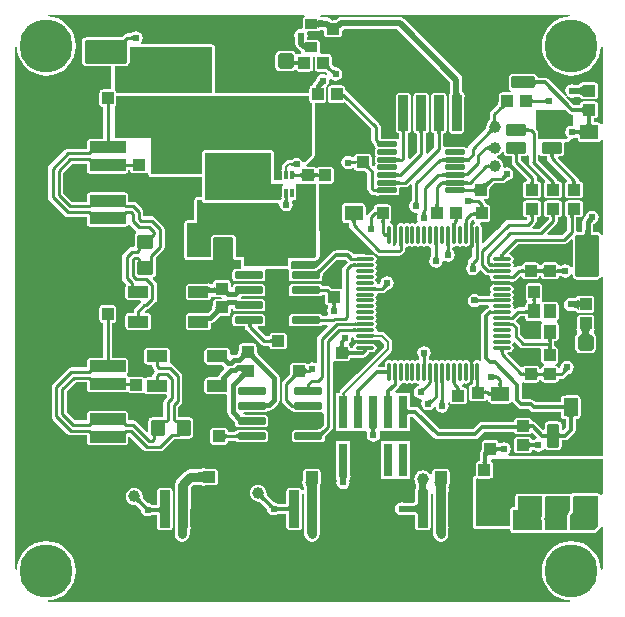
<source format=gtl>
G04*
G04 #@! TF.GenerationSoftware,Altium Limited,Altium Designer,20.1.14 (287)*
G04*
G04 Layer_Physical_Order=1*
G04 Layer_Color=255*
%FSAX25Y25*%
%MOIN*%
G70*
G04*
G04 #@! TF.SameCoordinates,72DF8298-9B86-4F64-9D5A-0D244EFD1A00*
G04*
G04*
G04 #@! TF.FilePolarity,Positive*
G04*
G01*
G75*
%ADD15C,0.01000*%
G04:AMPARAMS|DCode=19|XSize=141.73mil|YSize=78.74mil|CornerRadius=5.91mil|HoleSize=0mil|Usage=FLASHONLY|Rotation=180.000|XOffset=0mil|YOffset=0mil|HoleType=Round|Shape=RoundedRectangle|*
%AMROUNDEDRECTD19*
21,1,0.14173,0.06693,0,0,180.0*
21,1,0.12992,0.07874,0,0,180.0*
1,1,0.01181,-0.06496,0.03347*
1,1,0.01181,0.06496,0.03347*
1,1,0.01181,0.06496,-0.03347*
1,1,0.01181,-0.06496,-0.03347*
%
%ADD19ROUNDEDRECTD19*%
G04:AMPARAMS|DCode=20|XSize=49.21mil|YSize=43.31mil|CornerRadius=3.25mil|HoleSize=0mil|Usage=FLASHONLY|Rotation=270.000|XOffset=0mil|YOffset=0mil|HoleType=Round|Shape=RoundedRectangle|*
%AMROUNDEDRECTD20*
21,1,0.04921,0.03681,0,0,270.0*
21,1,0.04272,0.04331,0,0,270.0*
1,1,0.00650,-0.01841,-0.02136*
1,1,0.00650,-0.01841,0.02136*
1,1,0.00650,0.01841,0.02136*
1,1,0.00650,0.01841,-0.02136*
%
%ADD20ROUNDEDRECTD20*%
G04:AMPARAMS|DCode=21|XSize=39.37mil|YSize=39.37mil|CornerRadius=3.94mil|HoleSize=0mil|Usage=FLASHONLY|Rotation=90.000|XOffset=0mil|YOffset=0mil|HoleType=Round|Shape=RoundedRectangle|*
%AMROUNDEDRECTD21*
21,1,0.03937,0.03150,0,0,90.0*
21,1,0.03150,0.03937,0,0,90.0*
1,1,0.00787,0.01575,0.01575*
1,1,0.00787,0.01575,-0.01575*
1,1,0.00787,-0.01575,-0.01575*
1,1,0.00787,-0.01575,0.01575*
%
%ADD21ROUNDEDRECTD21*%
G04:AMPARAMS|DCode=22|XSize=64.96mil|YSize=16.73mil|CornerRadius=2.09mil|HoleSize=0mil|Usage=FLASHONLY|Rotation=180.000|XOffset=0mil|YOffset=0mil|HoleType=Round|Shape=RoundedRectangle|*
%AMROUNDEDRECTD22*
21,1,0.06496,0.01255,0,0,180.0*
21,1,0.06078,0.01673,0,0,180.0*
1,1,0.00418,-0.03039,0.00628*
1,1,0.00418,0.03039,0.00628*
1,1,0.00418,0.03039,-0.00628*
1,1,0.00418,-0.03039,-0.00628*
%
%ADD22ROUNDEDRECTD22*%
G04:AMPARAMS|DCode=23|XSize=35.43mil|YSize=118.11mil|CornerRadius=2.66mil|HoleSize=0mil|Usage=FLASHONLY|Rotation=0.000|XOffset=0mil|YOffset=0mil|HoleType=Round|Shape=RoundedRectangle|*
%AMROUNDEDRECTD23*
21,1,0.03543,0.11280,0,0,0.0*
21,1,0.03012,0.11811,0,0,0.0*
1,1,0.00532,0.01506,-0.05640*
1,1,0.00532,-0.01506,-0.05640*
1,1,0.00532,-0.01506,0.05640*
1,1,0.00532,0.01506,0.05640*
%
%ADD23ROUNDEDRECTD23*%
G04:AMPARAMS|DCode=24|XSize=74.8mil|YSize=157.48mil|CornerRadius=5.61mil|HoleSize=0mil|Usage=FLASHONLY|Rotation=0.000|XOffset=0mil|YOffset=0mil|HoleType=Round|Shape=RoundedRectangle|*
%AMROUNDEDRECTD24*
21,1,0.07480,0.14626,0,0,0.0*
21,1,0.06358,0.15748,0,0,0.0*
1,1,0.01122,0.03179,-0.07313*
1,1,0.01122,-0.03179,-0.07313*
1,1,0.01122,-0.03179,0.07313*
1,1,0.01122,0.03179,0.07313*
%
%ADD24ROUNDEDRECTD24*%
G04:AMPARAMS|DCode=25|XSize=68.9mil|YSize=39.37mil|CornerRadius=3.94mil|HoleSize=0mil|Usage=FLASHONLY|Rotation=180.000|XOffset=0mil|YOffset=0mil|HoleType=Round|Shape=RoundedRectangle|*
%AMROUNDEDRECTD25*
21,1,0.06890,0.03150,0,0,180.0*
21,1,0.06102,0.03937,0,0,180.0*
1,1,0.00787,-0.03051,0.01575*
1,1,0.00787,0.03051,0.01575*
1,1,0.00787,0.03051,-0.01575*
1,1,0.00787,-0.03051,-0.01575*
%
%ADD25ROUNDEDRECTD25*%
G04:AMPARAMS|DCode=26|XSize=43.31mil|YSize=39.37mil|CornerRadius=3.94mil|HoleSize=0mil|Usage=FLASHONLY|Rotation=180.000|XOffset=0mil|YOffset=0mil|HoleType=Round|Shape=RoundedRectangle|*
%AMROUNDEDRECTD26*
21,1,0.04331,0.03150,0,0,180.0*
21,1,0.03543,0.03937,0,0,180.0*
1,1,0.00787,-0.01772,0.01575*
1,1,0.00787,0.01772,0.01575*
1,1,0.00787,0.01772,-0.01575*
1,1,0.00787,-0.01772,-0.01575*
%
%ADD26ROUNDEDRECTD26*%
G04:AMPARAMS|DCode=27|XSize=33.47mil|YSize=42.91mil|CornerRadius=2.51mil|HoleSize=0mil|Usage=FLASHONLY|Rotation=270.000|XOffset=0mil|YOffset=0mil|HoleType=Round|Shape=RoundedRectangle|*
%AMROUNDEDRECTD27*
21,1,0.03347,0.03789,0,0,270.0*
21,1,0.02845,0.04291,0,0,270.0*
1,1,0.00502,-0.01895,-0.01422*
1,1,0.00502,-0.01895,0.01422*
1,1,0.00502,0.01895,0.01422*
1,1,0.00502,0.01895,-0.01422*
%
%ADD27ROUNDEDRECTD27*%
G04:AMPARAMS|DCode=28|XSize=74.8mil|YSize=157.48mil|CornerRadius=5.61mil|HoleSize=0mil|Usage=FLASHONLY|Rotation=90.000|XOffset=0mil|YOffset=0mil|HoleType=Round|Shape=RoundedRectangle|*
%AMROUNDEDRECTD28*
21,1,0.07480,0.14626,0,0,90.0*
21,1,0.06358,0.15748,0,0,90.0*
1,1,0.01122,0.07313,0.03179*
1,1,0.01122,0.07313,-0.03179*
1,1,0.01122,-0.07313,-0.03179*
1,1,0.01122,-0.07313,0.03179*
%
%ADD28ROUNDEDRECTD28*%
G04:AMPARAMS|DCode=29|XSize=39.37mil|YSize=122.05mil|CornerRadius=2.95mil|HoleSize=0mil|Usage=FLASHONLY|Rotation=90.000|XOffset=0mil|YOffset=0mil|HoleType=Round|Shape=RoundedRectangle|*
%AMROUNDEDRECTD29*
21,1,0.03937,0.11614,0,0,90.0*
21,1,0.03347,0.12205,0,0,90.0*
1,1,0.00591,0.05807,0.01673*
1,1,0.00591,0.05807,-0.01673*
1,1,0.00591,-0.05807,-0.01673*
1,1,0.00591,-0.05807,0.01673*
%
%ADD29ROUNDEDRECTD29*%
%ADD30C,0.03937*%
G04:AMPARAMS|DCode=31|XSize=43.31mil|YSize=39.37mil|CornerRadius=2.95mil|HoleSize=0mil|Usage=FLASHONLY|Rotation=180.000|XOffset=0mil|YOffset=0mil|HoleType=Round|Shape=RoundedRectangle|*
%AMROUNDEDRECTD31*
21,1,0.04331,0.03347,0,0,180.0*
21,1,0.03740,0.03937,0,0,180.0*
1,1,0.00591,-0.01870,0.01673*
1,1,0.00591,0.01870,0.01673*
1,1,0.00591,0.01870,-0.01673*
1,1,0.00591,-0.01870,-0.01673*
%
%ADD31ROUNDEDRECTD31*%
G04:AMPARAMS|DCode=32|XSize=43.31mil|YSize=39.37mil|CornerRadius=2.95mil|HoleSize=0mil|Usage=FLASHONLY|Rotation=90.000|XOffset=0mil|YOffset=0mil|HoleType=Round|Shape=RoundedRectangle|*
%AMROUNDEDRECTD32*
21,1,0.04331,0.03347,0,0,90.0*
21,1,0.03740,0.03937,0,0,90.0*
1,1,0.00591,0.01673,0.01870*
1,1,0.00591,0.01673,-0.01870*
1,1,0.00591,-0.01673,-0.01870*
1,1,0.00591,-0.01673,0.01870*
%
%ADD32ROUNDEDRECTD32*%
G04:AMPARAMS|DCode=33|XSize=80.71mil|YSize=185.04mil|CornerRadius=6.05mil|HoleSize=0mil|Usage=FLASHONLY|Rotation=270.000|XOffset=0mil|YOffset=0mil|HoleType=Round|Shape=RoundedRectangle|*
%AMROUNDEDRECTD33*
21,1,0.08071,0.17293,0,0,270.0*
21,1,0.06860,0.18504,0,0,270.0*
1,1,0.01211,-0.08647,-0.03430*
1,1,0.01211,-0.08647,0.03430*
1,1,0.01211,0.08647,0.03430*
1,1,0.01211,0.08647,-0.03430*
%
%ADD33ROUNDEDRECTD33*%
G04:AMPARAMS|DCode=34|XSize=62.99mil|YSize=118.11mil|CornerRadius=4.72mil|HoleSize=0mil|Usage=FLASHONLY|Rotation=180.000|XOffset=0mil|YOffset=0mil|HoleType=Round|Shape=RoundedRectangle|*
%AMROUNDEDRECTD34*
21,1,0.06299,0.10866,0,0,180.0*
21,1,0.05354,0.11811,0,0,180.0*
1,1,0.00945,-0.02677,0.05433*
1,1,0.00945,0.02677,0.05433*
1,1,0.00945,0.02677,-0.05433*
1,1,0.00945,-0.02677,-0.05433*
%
%ADD34ROUNDEDRECTD34*%
G04:AMPARAMS|DCode=35|XSize=43.31mil|YSize=39.37mil|CornerRadius=3.94mil|HoleSize=0mil|Usage=FLASHONLY|Rotation=270.000|XOffset=0mil|YOffset=0mil|HoleType=Round|Shape=RoundedRectangle|*
%AMROUNDEDRECTD35*
21,1,0.04331,0.03150,0,0,270.0*
21,1,0.03543,0.03937,0,0,270.0*
1,1,0.00787,-0.01575,-0.01772*
1,1,0.00787,-0.01575,0.01772*
1,1,0.00787,0.01575,0.01772*
1,1,0.00787,0.01575,-0.01772*
%
%ADD35ROUNDEDRECTD35*%
G04:AMPARAMS|DCode=36|XSize=74.8mil|YSize=68.9mil|CornerRadius=6.89mil|HoleSize=0mil|Usage=FLASHONLY|Rotation=270.000|XOffset=0mil|YOffset=0mil|HoleType=Round|Shape=RoundedRectangle|*
%AMROUNDEDRECTD36*
21,1,0.07480,0.05512,0,0,270.0*
21,1,0.06102,0.06890,0,0,270.0*
1,1,0.01378,-0.02756,-0.03051*
1,1,0.01378,-0.02756,0.03051*
1,1,0.01378,0.02756,0.03051*
1,1,0.01378,0.02756,-0.03051*
%
%ADD36ROUNDEDRECTD36*%
G04:AMPARAMS|DCode=37|XSize=78.74mil|YSize=157.48mil|CornerRadius=7.87mil|HoleSize=0mil|Usage=FLASHONLY|Rotation=0.000|XOffset=0mil|YOffset=0mil|HoleType=Round|Shape=RoundedRectangle|*
%AMROUNDEDRECTD37*
21,1,0.07874,0.14173,0,0,0.0*
21,1,0.06299,0.15748,0,0,0.0*
1,1,0.01575,0.03150,-0.07087*
1,1,0.01575,-0.03150,-0.07087*
1,1,0.01575,-0.03150,0.07087*
1,1,0.01575,0.03150,0.07087*
%
%ADD37ROUNDEDRECTD37*%
G04:AMPARAMS|DCode=38|XSize=35.43mil|YSize=125.98mil|CornerRadius=3.54mil|HoleSize=0mil|Usage=FLASHONLY|Rotation=0.000|XOffset=0mil|YOffset=0mil|HoleType=Round|Shape=RoundedRectangle|*
%AMROUNDEDRECTD38*
21,1,0.03543,0.11890,0,0,0.0*
21,1,0.02835,0.12598,0,0,0.0*
1,1,0.00709,0.01417,-0.05945*
1,1,0.00709,-0.01417,-0.05945*
1,1,0.00709,-0.01417,0.05945*
1,1,0.00709,0.01417,0.05945*
%
%ADD38ROUNDEDRECTD38*%
G04:AMPARAMS|DCode=39|XSize=90.55mil|YSize=98.43mil|CornerRadius=6.79mil|HoleSize=0mil|Usage=FLASHONLY|Rotation=270.000|XOffset=0mil|YOffset=0mil|HoleType=Round|Shape=RoundedRectangle|*
%AMROUNDEDRECTD39*
21,1,0.09055,0.08484,0,0,270.0*
21,1,0.07697,0.09843,0,0,270.0*
1,1,0.01358,-0.04242,-0.03848*
1,1,0.01358,-0.04242,0.03848*
1,1,0.01358,0.04242,0.03848*
1,1,0.01358,0.04242,-0.03848*
%
%ADD39ROUNDEDRECTD39*%
G04:AMPARAMS|DCode=40|XSize=49.21mil|YSize=62.99mil|CornerRadius=4.92mil|HoleSize=0mil|Usage=FLASHONLY|Rotation=90.000|XOffset=0mil|YOffset=0mil|HoleType=Round|Shape=RoundedRectangle|*
%AMROUNDEDRECTD40*
21,1,0.04921,0.05315,0,0,90.0*
21,1,0.03937,0.06299,0,0,90.0*
1,1,0.00984,0.02657,0.01968*
1,1,0.00984,0.02657,-0.01968*
1,1,0.00984,-0.02657,-0.01968*
1,1,0.00984,-0.02657,0.01968*
%
%ADD40ROUNDEDRECTD40*%
G04:AMPARAMS|DCode=41|XSize=49.21mil|YSize=62.99mil|CornerRadius=4.92mil|HoleSize=0mil|Usage=FLASHONLY|Rotation=180.000|XOffset=0mil|YOffset=0mil|HoleType=Round|Shape=RoundedRectangle|*
%AMROUNDEDRECTD41*
21,1,0.04921,0.05315,0,0,180.0*
21,1,0.03937,0.06299,0,0,180.0*
1,1,0.00984,-0.01968,0.02657*
1,1,0.00984,0.01968,0.02657*
1,1,0.00984,0.01968,-0.02657*
1,1,0.00984,-0.01968,-0.02657*
%
%ADD41ROUNDEDRECTD41*%
G04:AMPARAMS|DCode=42|XSize=51.18mil|YSize=51.18mil|CornerRadius=5.12mil|HoleSize=0mil|Usage=FLASHONLY|Rotation=90.000|XOffset=0mil|YOffset=0mil|HoleType=Round|Shape=RoundedRectangle|*
%AMROUNDEDRECTD42*
21,1,0.05118,0.04095,0,0,90.0*
21,1,0.04095,0.05118,0,0,90.0*
1,1,0.01024,0.02047,0.02047*
1,1,0.01024,0.02047,-0.02047*
1,1,0.01024,-0.02047,-0.02047*
1,1,0.01024,-0.02047,0.02047*
%
%ADD42ROUNDEDRECTD42*%
%ADD43O,0.01181X0.06299*%
%ADD44O,0.06299X0.01181*%
G04:AMPARAMS|DCode=45|XSize=24.61mil|YSize=93.5mil|CornerRadius=2.46mil|HoleSize=0mil|Usage=FLASHONLY|Rotation=270.000|XOffset=0mil|YOffset=0mil|HoleType=Round|Shape=RoundedRectangle|*
%AMROUNDEDRECTD45*
21,1,0.02461,0.08858,0,0,270.0*
21,1,0.01968,0.09350,0,0,270.0*
1,1,0.00492,-0.04429,-0.00984*
1,1,0.00492,-0.04429,0.00984*
1,1,0.00492,0.04429,0.00984*
1,1,0.00492,0.04429,-0.00984*
%
%ADD45ROUNDEDRECTD45*%
G04:AMPARAMS|DCode=46|XSize=39.37mil|YSize=78.74mil|CornerRadius=2.95mil|HoleSize=0mil|Usage=FLASHONLY|Rotation=270.000|XOffset=0mil|YOffset=0mil|HoleType=Round|Shape=RoundedRectangle|*
%AMROUNDEDRECTD46*
21,1,0.03937,0.07284,0,0,270.0*
21,1,0.03347,0.07874,0,0,270.0*
1,1,0.00591,-0.03642,-0.01673*
1,1,0.00591,-0.03642,0.01673*
1,1,0.00591,0.03642,0.01673*
1,1,0.00591,0.03642,-0.01673*
%
%ADD46ROUNDEDRECTD46*%
G04:AMPARAMS|DCode=47|XSize=39.37mil|YSize=78.74mil|CornerRadius=2.95mil|HoleSize=0mil|Usage=FLASHONLY|Rotation=180.000|XOffset=0mil|YOffset=0mil|HoleType=Round|Shape=RoundedRectangle|*
%AMROUNDEDRECTD47*
21,1,0.03937,0.07284,0,0,180.0*
21,1,0.03347,0.07874,0,0,180.0*
1,1,0.00591,-0.01673,0.03642*
1,1,0.00591,0.01673,0.03642*
1,1,0.00591,0.01673,-0.03642*
1,1,0.00591,-0.01673,-0.03642*
%
%ADD47ROUNDEDRECTD47*%
G04:AMPARAMS|DCode=48|XSize=47.24mil|YSize=55.12mil|CornerRadius=4.72mil|HoleSize=0mil|Usage=FLASHONLY|Rotation=90.000|XOffset=0mil|YOffset=0mil|HoleType=Round|Shape=RoundedRectangle|*
%AMROUNDEDRECTD48*
21,1,0.04724,0.04567,0,0,90.0*
21,1,0.03780,0.05512,0,0,90.0*
1,1,0.00945,0.02284,0.01890*
1,1,0.00945,0.02284,-0.01890*
1,1,0.00945,-0.02284,-0.01890*
1,1,0.00945,-0.02284,0.01890*
%
%ADD48ROUNDEDRECTD48*%
G04:AMPARAMS|DCode=49|XSize=47.24mil|YSize=55.12mil|CornerRadius=4.72mil|HoleSize=0mil|Usage=FLASHONLY|Rotation=0.000|XOffset=0mil|YOffset=0mil|HoleType=Round|Shape=RoundedRectangle|*
%AMROUNDEDRECTD49*
21,1,0.04724,0.04567,0,0,0.0*
21,1,0.03780,0.05512,0,0,0.0*
1,1,0.00945,0.01890,-0.02284*
1,1,0.00945,-0.01890,-0.02284*
1,1,0.00945,-0.01890,0.02284*
1,1,0.00945,0.01890,0.02284*
%
%ADD49ROUNDEDRECTD49*%
G04:AMPARAMS|DCode=50|XSize=141.73mil|YSize=78.74mil|CornerRadius=5.91mil|HoleSize=0mil|Usage=FLASHONLY|Rotation=270.000|XOffset=0mil|YOffset=0mil|HoleType=Round|Shape=RoundedRectangle|*
%AMROUNDEDRECTD50*
21,1,0.14173,0.06693,0,0,270.0*
21,1,0.12992,0.07874,0,0,270.0*
1,1,0.01181,-0.03347,-0.06496*
1,1,0.01181,-0.03347,0.06496*
1,1,0.01181,0.03347,0.06496*
1,1,0.01181,0.03347,-0.06496*
%
%ADD50ROUNDEDRECTD50*%
%ADD51R,0.08000X0.04500*%
G04:AMPARAMS|DCode=52|XSize=39.37mil|YSize=66.93mil|CornerRadius=3.94mil|HoleSize=0mil|Usage=FLASHONLY|Rotation=90.000|XOffset=0mil|YOffset=0mil|HoleType=Round|Shape=RoundedRectangle|*
%AMROUNDEDRECTD52*
21,1,0.03937,0.05906,0,0,90.0*
21,1,0.03150,0.06693,0,0,90.0*
1,1,0.00787,0.02953,0.01575*
1,1,0.00787,0.02953,-0.01575*
1,1,0.00787,-0.02953,-0.01575*
1,1,0.00787,-0.02953,0.01575*
%
%ADD52ROUNDEDRECTD52*%
%ADD53R,0.02900X0.11000*%
%ADD54R,0.01221X0.02598*%
%ADD91C,0.01500*%
%ADD92C,0.01200*%
%ADD93C,0.02000*%
%ADD94C,0.01100*%
%ADD95C,0.00800*%
%ADD96C,0.03000*%
%ADD97C,0.17717*%
%ADD98C,0.09055*%
%ADD99C,0.02400*%
G36*
X0090544Y0183947D02*
X0090641Y0183844D01*
X0090770Y0183753D01*
X0090930Y0183675D01*
X0091122Y0183608D01*
X0091345Y0183554D01*
X0091600Y0183511D01*
X0091886Y0183481D01*
X0092553Y0183457D01*
Y0181457D01*
X0092204Y0181451D01*
X0091600Y0181402D01*
X0091345Y0181360D01*
X0091122Y0181305D01*
X0090930Y0181239D01*
X0090770Y0181160D01*
X0090641Y0181069D01*
X0090544Y0180966D01*
X0090478Y0180851D01*
Y0184062D01*
X0090544Y0183947D01*
D02*
G37*
G36*
X0027376Y0177274D02*
X0027233Y0177127D01*
X0027013Y0176871D01*
X0026935Y0176762D01*
X0026879Y0176666D01*
X0026845Y0176583D01*
X0026832Y0176512D01*
X0026841Y0176454D01*
X0026872Y0176409D01*
X0026924Y0176376D01*
X0025294Y0177052D01*
X0025365Y0177038D01*
X0025450Y0177047D01*
X0025550Y0177081D01*
X0025665Y0177138D01*
X0025795Y0177219D01*
X0025940Y0177324D01*
X0026275Y0177605D01*
X0026669Y0177981D01*
X0027376Y0177274D01*
D02*
G37*
G36*
X0028993Y0176788D02*
X0028923Y0176852D01*
X0028848Y0176910D01*
X0028767Y0176961D01*
X0028680Y0177005D01*
X0028588Y0177043D01*
X0028490Y0177073D01*
X0028386Y0177097D01*
X0028276Y0177114D01*
X0028160Y0177124D01*
X0028039Y0177128D01*
Y0178128D01*
X0028160Y0178131D01*
X0028276Y0178141D01*
X0028386Y0178158D01*
X0028490Y0178182D01*
X0028588Y0178213D01*
X0028680Y0178250D01*
X0028767Y0178294D01*
X0028848Y0178345D01*
X0028923Y0178403D01*
X0028993Y0178468D01*
Y0176788D01*
D02*
G37*
G36*
X0084101Y0168428D02*
X0084091Y0168523D01*
X0084060Y0168608D01*
X0084010Y0168683D01*
X0083939Y0168748D01*
X0083848Y0168803D01*
X0083736Y0168848D01*
X0083605Y0168883D01*
X0083453Y0168908D01*
X0083281Y0168923D01*
X0083198Y0168925D01*
X0083115Y0168923D01*
X0082942Y0168908D01*
X0082791Y0168883D01*
X0082659Y0168848D01*
X0082548Y0168803D01*
X0082457Y0168748D01*
X0082386Y0168683D01*
X0082335Y0168608D01*
X0082305Y0168523D01*
X0082295Y0168428D01*
Y0170428D01*
X0082305Y0170333D01*
X0082335Y0170248D01*
X0082386Y0170173D01*
X0082457Y0170108D01*
X0082548Y0170053D01*
X0082659Y0170008D01*
X0082791Y0169973D01*
X0082942Y0169948D01*
X0083115Y0169933D01*
X0083198Y0169931D01*
X0083281Y0169933D01*
X0083453Y0169948D01*
X0083605Y0169973D01*
X0083736Y0170008D01*
X0083848Y0170053D01*
X0083939Y0170108D01*
X0084010Y0170173D01*
X0084060Y0170248D01*
X0084091Y0170333D01*
X0084101Y0170428D01*
Y0168428D01*
D02*
G37*
G36*
X0094257Y0168791D02*
X0094247Y0168683D01*
X0094270Y0168556D01*
X0094326Y0168409D01*
X0094415Y0168244D01*
X0094537Y0168059D01*
X0094693Y0167855D01*
X0095103Y0167389D01*
X0095332Y0167153D01*
X0095410Y0167080D01*
X0095499Y0167007D01*
X0095589Y0166945D01*
X0095679Y0166893D01*
X0095770Y0166852D01*
X0095860Y0166822D01*
X0095951Y0166802D01*
X0096043Y0166793D01*
X0096134Y0166794D01*
X0096226Y0166806D01*
X0095267Y0165427D01*
X0095248Y0165518D01*
X0095222Y0165608D01*
X0095188Y0165698D01*
X0095148Y0165787D01*
X0095100Y0165876D01*
X0095046Y0165965D01*
X0094984Y0166053D01*
X0094914Y0166141D01*
X0094754Y0166316D01*
X0095247Y0167054D01*
X0094509Y0166562D01*
X0094294Y0166770D01*
X0093913Y0167095D01*
X0093747Y0167212D01*
X0093598Y0167299D01*
X0093464Y0167356D01*
X0093348Y0167383D01*
X0093247Y0167379D01*
X0093163Y0167345D01*
X0093095Y0167281D01*
X0094300Y0168880D01*
X0094257Y0168791D01*
D02*
G37*
G36*
X0092138Y0162228D02*
X0092109Y0162223D01*
X0092072Y0162208D01*
X0092028Y0162183D01*
X0091977Y0162148D01*
X0091918Y0162103D01*
X0091777Y0161982D01*
X0091509Y0161726D01*
X0090448Y0162786D01*
X0090544Y0162883D01*
X0090870Y0163254D01*
X0090905Y0163306D01*
X0090930Y0163350D01*
X0090945Y0163387D01*
X0090950Y0163416D01*
X0092138Y0162228D01*
D02*
G37*
G36*
X0162881Y0163921D02*
X0162917Y0163819D01*
X0162978Y0163729D01*
X0163063Y0163651D01*
X0163172Y0163585D01*
X0163305Y0163531D01*
X0163462Y0163489D01*
X0163644Y0163459D01*
X0163850Y0163441D01*
X0164081Y0163435D01*
Y0162235D01*
X0163850Y0162229D01*
X0163644Y0162211D01*
X0163462Y0162181D01*
X0163305Y0162139D01*
X0163172Y0162085D01*
X0163063Y0162019D01*
X0162978Y0161941D01*
X0162917Y0161851D01*
X0162881Y0161749D01*
X0162869Y0161635D01*
Y0164035D01*
X0162881Y0163921D01*
D02*
G37*
G36*
X0055350Y0174528D02*
X0055350Y0159428D01*
X0023266Y0159428D01*
X0023199Y0159765D01*
X0022935Y0160160D01*
X0022750Y0160284D01*
X0022750Y0168363D01*
X0026346D01*
X0026889Y0168471D01*
X0027349Y0168779D01*
X0027656Y0169239D01*
X0027764Y0169781D01*
Y0174528D01*
X0055350Y0174528D01*
D02*
G37*
G36*
X0137658Y0160129D02*
X0137682Y0159851D01*
X0137723Y0159593D01*
X0137779Y0159356D01*
X0137851Y0159138D01*
X0137940Y0158941D01*
X0138045Y0158763D01*
X0138165Y0158606D01*
X0138302Y0158468D01*
X0138455Y0158350D01*
X0135078D01*
X0135186Y0158440D01*
X0135284Y0158556D01*
X0135370Y0158698D01*
X0135444Y0158866D01*
X0135507Y0159061D01*
X0135558Y0159281D01*
X0135599Y0159528D01*
X0135627Y0159801D01*
X0135650Y0160426D01*
X0137650D01*
X0137658Y0160129D01*
D02*
G37*
G36*
X0178876Y0158150D02*
X0178749Y0158317D01*
X0178605Y0158466D01*
X0178442Y0158598D01*
X0178261Y0158712D01*
X0178061Y0158808D01*
X0177844Y0158887D01*
X0177608Y0158949D01*
X0177354Y0158993D01*
X0177082Y0159019D01*
X0176791Y0159028D01*
Y0161028D01*
X0177082Y0161036D01*
X0177354Y0161063D01*
X0177608Y0161107D01*
X0177844Y0161168D01*
X0178061Y0161247D01*
X0178261Y0161344D01*
X0178442Y0161458D01*
X0178605Y0161589D01*
X0178749Y0161738D01*
X0178876Y0161905D01*
Y0158150D01*
D02*
G37*
G36*
X0166693Y0155688D02*
X0166623Y0155752D01*
X0166548Y0155810D01*
X0166467Y0155861D01*
X0166380Y0155905D01*
X0166288Y0155943D01*
X0166190Y0155973D01*
X0166086Y0155997D01*
X0165976Y0156014D01*
X0165860Y0156024D01*
X0165739Y0156028D01*
Y0157028D01*
X0165860Y0157031D01*
X0165976Y0157041D01*
X0166086Y0157058D01*
X0166190Y0157082D01*
X0166288Y0157113D01*
X0166380Y0157150D01*
X0166467Y0157194D01*
X0166548Y0157245D01*
X0166623Y0157303D01*
X0166693Y0157368D01*
Y0155688D01*
D02*
G37*
G36*
X0161910Y0157433D02*
X0161941Y0157348D01*
X0161991Y0157273D01*
X0162062Y0157208D01*
X0162153Y0157153D01*
X0162264Y0157108D01*
X0162396Y0157073D01*
X0162548Y0157048D01*
X0162720Y0157033D01*
X0162912Y0157028D01*
Y0156028D01*
X0162720Y0156023D01*
X0162548Y0156008D01*
X0162396Y0155983D01*
X0162264Y0155948D01*
X0162153Y0155903D01*
X0162062Y0155848D01*
X0161991Y0155783D01*
X0161941Y0155708D01*
X0161910Y0155623D01*
X0161900Y0155528D01*
Y0157528D01*
X0161910Y0157433D01*
D02*
G37*
G36*
X0152906Y0154381D02*
X0152838Y0154445D01*
X0152754Y0154479D01*
X0152653Y0154482D01*
X0152536Y0154456D01*
X0152403Y0154399D01*
X0152254Y0154312D01*
X0152088Y0154195D01*
X0151905Y0154047D01*
X0151492Y0153662D01*
X0150982Y0154566D01*
X0151172Y0154763D01*
X0151474Y0155120D01*
X0151585Y0155280D01*
X0151670Y0155428D01*
X0151729Y0155563D01*
X0151761Y0155686D01*
X0151768Y0155796D01*
X0151747Y0155894D01*
X0151701Y0155980D01*
X0152906Y0154381D01*
D02*
G37*
G36*
X0178803Y0152528D02*
X0178791Y0152642D01*
X0178755Y0152744D01*
X0178694Y0152834D01*
X0178609Y0152912D01*
X0178500Y0152978D01*
X0178367Y0153032D01*
X0178209Y0153074D01*
X0178027Y0153104D01*
X0177821Y0153122D01*
X0177591Y0153128D01*
Y0154328D01*
X0177821Y0154334D01*
X0178027Y0154352D01*
X0178209Y0154382D01*
X0178367Y0154424D01*
X0178500Y0154478D01*
X0178609Y0154544D01*
X0178694Y0154622D01*
X0178755Y0154712D01*
X0178791Y0154814D01*
X0178803Y0154928D01*
Y0152528D01*
D02*
G37*
G36*
X0182036Y0151766D02*
X0181934Y0151730D01*
X0181844Y0151669D01*
X0181766Y0151584D01*
X0181700Y0151475D01*
X0181646Y0151342D01*
X0181604Y0151184D01*
X0181574Y0151003D01*
X0181556Y0150797D01*
X0181550Y0150566D01*
X0180350D01*
X0180344Y0150797D01*
X0180326Y0151003D01*
X0180296Y0151184D01*
X0180254Y0151342D01*
X0180200Y0151475D01*
X0180134Y0151584D01*
X0180056Y0151669D01*
X0179966Y0151730D01*
X0179864Y0151766D01*
X0179750Y0151778D01*
X0182150D01*
X0182036Y0151766D01*
D02*
G37*
G36*
X0149855Y0150679D02*
X0149871Y0150515D01*
X0149896Y0150364D01*
X0149932Y0150226D01*
X0149978Y0150102D01*
X0150034Y0149990D01*
X0150101Y0149891D01*
X0150178Y0149805D01*
X0150265Y0149732D01*
X0150363Y0149672D01*
X0148365Y0149570D01*
X0148457Y0149640D01*
X0148540Y0149722D01*
X0148612Y0149816D01*
X0148676Y0149921D01*
X0148729Y0150038D01*
X0148772Y0150168D01*
X0148806Y0150309D01*
X0148831Y0150461D01*
X0148845Y0150626D01*
X0148850Y0150803D01*
X0149850Y0150855D01*
X0149855Y0150679D01*
D02*
G37*
G36*
X0181556Y0149679D02*
X0181574Y0149473D01*
X0181604Y0149291D01*
X0181646Y0149134D01*
X0181700Y0149000D01*
X0181766Y0148891D01*
X0181844Y0148806D01*
X0181934Y0148746D01*
X0182036Y0148709D01*
X0182150Y0148697D01*
X0179750D01*
X0179864Y0148709D01*
X0179966Y0148746D01*
X0180056Y0148806D01*
X0180134Y0148891D01*
X0180200Y0149000D01*
X0180254Y0149134D01*
X0180296Y0149291D01*
X0180326Y0149473D01*
X0180344Y0149679D01*
X0180350Y0149909D01*
X0181550D01*
X0181556Y0149679D01*
D02*
G37*
G36*
X0177927Y0145028D02*
X0177915Y0145142D01*
X0177878Y0145244D01*
X0177818Y0145334D01*
X0177733Y0145412D01*
X0177624Y0145478D01*
X0177490Y0145532D01*
X0177333Y0145574D01*
X0177151Y0145604D01*
X0176945Y0145622D01*
X0176796Y0145625D01*
X0176780Y0145625D01*
X0176548Y0145606D01*
X0176445Y0145589D01*
X0176350Y0145568D01*
X0176264Y0145541D01*
X0176187Y0145510D01*
X0176118Y0145474D01*
X0176058Y0145433D01*
X0176007Y0145388D01*
Y0147068D01*
X0176058Y0147022D01*
X0176118Y0146981D01*
X0176187Y0146945D01*
X0176264Y0146914D01*
X0176350Y0146888D01*
X0176445Y0146866D01*
X0176548Y0146849D01*
X0176660Y0146837D01*
X0176831Y0146831D01*
X0176945Y0146834D01*
X0177151Y0146852D01*
X0177333Y0146882D01*
X0177490Y0146924D01*
X0177624Y0146978D01*
X0177733Y0147044D01*
X0177818Y0147122D01*
X0177878Y0147212D01*
X0177915Y0147314D01*
X0177927Y0147428D01*
Y0145028D01*
D02*
G37*
G36*
X0148890Y0146040D02*
X0148778Y0146065D01*
X0148664Y0146074D01*
X0148549Y0146066D01*
X0148431Y0146042D01*
X0148312Y0146002D01*
X0148191Y0145946D01*
X0148068Y0145873D01*
X0147943Y0145785D01*
X0147816Y0145680D01*
X0147688Y0145559D01*
X0147007Y0146292D01*
X0147128Y0146420D01*
X0147234Y0146547D01*
X0147325Y0146672D01*
X0147400Y0146796D01*
X0147460Y0146918D01*
X0147504Y0147038D01*
X0147533Y0147157D01*
X0147547Y0147274D01*
X0147545Y0147390D01*
X0147528Y0147505D01*
X0148890Y0146040D01*
D02*
G37*
G36*
X0159985Y0147885D02*
X0160015Y0147800D01*
X0160065Y0147725D01*
X0160136Y0147660D01*
X0160227Y0147605D01*
X0160339Y0147560D01*
X0160470Y0147525D01*
X0160622Y0147500D01*
X0160794Y0147485D01*
X0160986Y0147480D01*
Y0146480D01*
X0160794Y0146475D01*
X0160622Y0146460D01*
X0160470Y0146435D01*
X0160339Y0146400D01*
X0160227Y0146355D01*
X0160136Y0146300D01*
X0160065Y0146235D01*
X0160015Y0146160D01*
X0159985Y0146075D01*
X0159974Y0145980D01*
Y0147980D01*
X0159985Y0147885D01*
D02*
G37*
G36*
X0174542Y0184861D02*
X0173067Y0184716D01*
X0171209Y0184152D01*
X0169497Y0183237D01*
X0167995Y0182005D01*
X0166763Y0180503D01*
X0165848Y0178791D01*
X0165284Y0176933D01*
X0165094Y0175000D01*
X0165284Y0173067D01*
X0165848Y0171209D01*
X0166763Y0169497D01*
X0167995Y0167995D01*
X0169497Y0166763D01*
X0171209Y0165848D01*
X0173067Y0165284D01*
X0175000Y0165094D01*
X0176933Y0165284D01*
X0178791Y0165848D01*
X0180503Y0166763D01*
X0182005Y0167995D01*
X0183237Y0169497D01*
X0184152Y0171209D01*
X0184716Y0173067D01*
X0184861Y0174542D01*
X0185461Y0174513D01*
Y0148937D01*
X0185429Y0148924D01*
X0184861Y0148837D01*
X0184651Y0149151D01*
X0184223Y0149437D01*
X0183719Y0149537D01*
X0182704D01*
X0182638Y0149593D01*
X0182586Y0149609D01*
X0182581Y0149657D01*
Y0150818D01*
X0182586Y0150867D01*
X0182638Y0150883D01*
X0182704Y0150938D01*
X0182820D01*
X0183247Y0151023D01*
X0183610Y0151266D01*
X0183852Y0151628D01*
X0183937Y0152055D01*
Y0155402D01*
X0183852Y0155829D01*
X0183610Y0156191D01*
X0183247Y0156433D01*
X0182820Y0156518D01*
X0179080D01*
X0178653Y0156433D01*
X0178290Y0156191D01*
X0178048Y0155829D01*
X0177984Y0155508D01*
X0177908Y0155416D01*
X0177891Y0155364D01*
X0177843Y0155360D01*
X0175925D01*
X0173365Y0157919D01*
X0173748Y0158386D01*
X0174392Y0157955D01*
X0175250Y0157784D01*
X0176108Y0157955D01*
X0176158Y0157988D01*
X0177144D01*
X0177218Y0157981D01*
X0177392Y0157951D01*
X0177541Y0157913D01*
X0177664Y0157868D01*
X0177765Y0157819D01*
X0177848Y0157767D01*
X0177916Y0157712D01*
X0177974Y0157652D01*
X0178063Y0157534D01*
X0178116Y0157488D01*
X0178155Y0157429D01*
X0178263Y0157357D01*
X0178361Y0157270D01*
X0178427Y0157247D01*
X0178486Y0157208D01*
X0178613Y0157183D01*
X0178737Y0157140D01*
X0178807Y0157144D01*
X0178876Y0157131D01*
X0179004Y0157156D01*
X0179134Y0157164D01*
X0179197Y0157194D01*
X0179266Y0157208D01*
X0179310Y0157238D01*
X0182820D01*
X0183247Y0157323D01*
X0183610Y0157565D01*
X0183852Y0157927D01*
X0183937Y0158354D01*
Y0161701D01*
X0183852Y0162128D01*
X0183610Y0162490D01*
X0183247Y0162733D01*
X0182820Y0162818D01*
X0179310D01*
X0179266Y0162847D01*
X0179197Y0162861D01*
X0179134Y0162891D01*
X0179004Y0162899D01*
X0178876Y0162925D01*
X0178807Y0162911D01*
X0178737Y0162915D01*
X0178613Y0162873D01*
X0178486Y0162847D01*
X0178427Y0162808D01*
X0178361Y0162785D01*
X0178263Y0162698D01*
X0178155Y0162626D01*
X0178116Y0162568D01*
X0178063Y0162521D01*
X0177974Y0162404D01*
X0177916Y0162343D01*
X0177848Y0162288D01*
X0177765Y0162236D01*
X0177664Y0162188D01*
X0177541Y0162143D01*
X0177392Y0162104D01*
X0177218Y0162074D01*
X0177144Y0162067D01*
X0176158D01*
X0176108Y0162100D01*
X0175250Y0162271D01*
X0174392Y0162100D01*
X0173664Y0161614D01*
X0173178Y0160886D01*
X0173007Y0160028D01*
X0173178Y0159169D01*
X0173608Y0158525D01*
X0173142Y0158143D01*
X0167297Y0163988D01*
X0166767Y0164342D01*
X0166143Y0164466D01*
X0163829D01*
X0163780Y0164470D01*
X0163764Y0164522D01*
X0163687Y0164614D01*
X0163623Y0164935D01*
X0163381Y0165298D01*
X0163019Y0165540D01*
X0162592Y0165625D01*
X0155308D01*
X0154881Y0165540D01*
X0154519Y0165298D01*
X0154277Y0164935D01*
X0154192Y0164508D01*
Y0161161D01*
X0154277Y0160734D01*
X0154519Y0160372D01*
X0154881Y0160130D01*
X0154958Y0160114D01*
X0154899Y0159514D01*
X0151978D01*
X0151550Y0159429D01*
X0151188Y0159187D01*
X0150946Y0158825D01*
X0150861Y0158398D01*
Y0156541D01*
X0150822Y0156497D01*
X0150781Y0156379D01*
X0150723Y0156268D01*
X0150716Y0156193D01*
X0150691Y0156122D01*
X0150698Y0155996D01*
X0150687Y0155872D01*
X0150708Y0155805D01*
X0150664Y0155742D01*
X0150458Y0155498D01*
X0148269Y0153308D01*
X0147937Y0152812D01*
X0147821Y0152227D01*
Y0150615D01*
X0147818Y0150586D01*
X0147806Y0150508D01*
X0147792Y0150451D01*
X0147779Y0150414D01*
X0147774Y0150401D01*
X0147748Y0150382D01*
X0147685Y0150311D01*
X0147608Y0150254D01*
X0147555Y0150163D01*
X0147485Y0150084D01*
X0147453Y0149994D01*
X0147405Y0149912D01*
X0147389Y0149808D01*
X0147378Y0149775D01*
X0147032Y0149324D01*
X0146753Y0148650D01*
X0146672Y0148035D01*
X0146662Y0148014D01*
X0146600Y0147928D01*
X0146578Y0147836D01*
X0146538Y0147750D01*
X0146533Y0147644D01*
X0146509Y0147541D01*
X0146524Y0147447D01*
X0146519Y0147352D01*
X0146523Y0147325D01*
X0146521Y0147319D01*
X0146505Y0147285D01*
X0146475Y0147237D01*
X0146429Y0147174D01*
X0146411Y0147151D01*
X0141069Y0141809D01*
X0140737Y0141313D01*
X0140689Y0141073D01*
X0140052Y0140946D01*
X0140016Y0141001D01*
X0139682Y0141224D01*
X0139288Y0141302D01*
X0133210D01*
X0132985Y0141257D01*
X0132513Y0141528D01*
X0132385Y0141657D01*
Y0145781D01*
X0132423Y0145812D01*
X0132783Y0145884D01*
X0133135Y0146119D01*
X0133371Y0146472D01*
X0133454Y0146888D01*
Y0158167D01*
X0133371Y0158583D01*
X0133135Y0158936D01*
X0132783Y0159171D01*
X0132367Y0159254D01*
X0129355D01*
X0128939Y0159171D01*
X0128587Y0158936D01*
X0128351Y0158583D01*
X0128269Y0158167D01*
Y0146888D01*
X0128351Y0146472D01*
X0128587Y0146119D01*
X0128939Y0145884D01*
X0129284Y0145815D01*
X0129326Y0145781D01*
Y0141289D01*
X0127079Y0139042D01*
X0126479Y0139291D01*
Y0145781D01*
X0126518Y0145812D01*
X0126877Y0145884D01*
X0127230Y0146119D01*
X0127465Y0146472D01*
X0127548Y0146888D01*
Y0158167D01*
X0127465Y0158583D01*
X0127230Y0158936D01*
X0126877Y0159171D01*
X0126461Y0159254D01*
X0123450D01*
X0123034Y0159171D01*
X0122681Y0158936D01*
X0122446Y0158583D01*
X0122363Y0158167D01*
Y0146888D01*
X0122446Y0146472D01*
X0122681Y0146119D01*
X0123034Y0145884D01*
X0123379Y0145815D01*
X0123421Y0145781D01*
Y0139584D01*
X0121112Y0137275D01*
X0120559Y0137571D01*
X0120579Y0137672D01*
Y0145781D01*
X0120619Y0145814D01*
X0120972Y0145884D01*
X0121324Y0146119D01*
X0121560Y0146472D01*
X0121642Y0146888D01*
Y0158167D01*
X0121560Y0158583D01*
X0121324Y0158936D01*
X0120972Y0159171D01*
X0120556Y0159254D01*
X0117544D01*
X0117128Y0159171D01*
X0116776Y0158936D01*
X0116540Y0158583D01*
X0116457Y0158167D01*
Y0146888D01*
X0116540Y0146472D01*
X0116776Y0146119D01*
X0117128Y0145884D01*
X0117481Y0145814D01*
X0117521Y0145781D01*
Y0144212D01*
X0117387Y0144081D01*
X0116921Y0143815D01*
X0116690Y0143861D01*
X0114039D01*
X0113899Y0143954D01*
X0113314Y0144071D01*
X0111569D01*
X0111414Y0144204D01*
Y0147893D01*
X0111297Y0148479D01*
X0110966Y0148975D01*
X0100131Y0159809D01*
X0099635Y0160141D01*
X0099539Y0160160D01*
Y0160698D01*
X0099454Y0161125D01*
X0099212Y0161487D01*
X0098850Y0161729D01*
X0098422Y0161814D01*
X0095076D01*
X0094649Y0161729D01*
X0094286Y0161487D01*
X0094044Y0161125D01*
X0093959Y0160698D01*
Y0156958D01*
X0094044Y0156530D01*
X0094286Y0156168D01*
X0094649Y0155926D01*
X0095076Y0155841D01*
X0098422D01*
X0098850Y0155926D01*
X0099212Y0156168D01*
X0099426Y0156189D01*
X0108355Y0147260D01*
Y0143560D01*
X0108471Y0142974D01*
X0108803Y0142478D01*
X0109203Y0142079D01*
X0109365Y0141896D01*
X0109399Y0141853D01*
X0109413Y0141781D01*
X0109416Y0141667D01*
X0109452Y0141587D01*
X0109468Y0141502D01*
X0109532Y0141407D01*
X0109578Y0141303D01*
X0109641Y0141244D01*
X0109653Y0141226D01*
X0109661Y0141184D01*
X0109834Y0140925D01*
X0109661Y0140667D01*
X0109583Y0140273D01*
Y0139018D01*
X0109661Y0138625D01*
X0109834Y0138366D01*
X0109661Y0138108D01*
X0109583Y0137714D01*
Y0136459D01*
X0109661Y0136065D01*
X0109834Y0135807D01*
X0109661Y0135549D01*
X0109583Y0135155D01*
Y0135041D01*
X0109029Y0134812D01*
X0108860Y0134980D01*
X0108704Y0135148D01*
X0108600Y0135276D01*
X0108590Y0135291D01*
X0108610Y0135352D01*
X0108604Y0135437D01*
X0108618Y0135522D01*
X0108591Y0135634D01*
X0108583Y0135749D01*
X0108544Y0135826D01*
X0108524Y0135909D01*
X0108457Y0136002D01*
X0108439Y0136038D01*
Y0137785D01*
X0108346Y0138251D01*
X0108082Y0138645D01*
X0107687Y0138909D01*
X0107222Y0139002D01*
X0103678D01*
X0103213Y0138909D01*
X0102818Y0138645D01*
X0102554Y0138251D01*
X0102537Y0138165D01*
X0102530Y0138151D01*
X0102525Y0138144D01*
X0102516Y0138130D01*
X0102512Y0138125D01*
X0102423Y0138046D01*
X0102352Y0138006D01*
X0102241Y0137961D01*
X0101874Y0137894D01*
X0101458Y0138172D01*
X0100600Y0138343D01*
X0099742Y0138172D01*
X0099014Y0137686D01*
X0098528Y0136958D01*
X0098357Y0136100D01*
X0098528Y0135242D01*
X0099014Y0134514D01*
X0099742Y0134028D01*
X0100600Y0133857D01*
X0101458Y0134028D01*
X0101910Y0134330D01*
X0102464Y0134192D01*
X0102587Y0134119D01*
X0102589Y0134116D01*
X0102818Y0133774D01*
X0103213Y0133511D01*
X0103678Y0133418D01*
X0105459D01*
X0105511Y0133373D01*
X0105609Y0133340D01*
X0105698Y0133290D01*
X0105795Y0133278D01*
X0105888Y0133247D01*
X0105991Y0133254D01*
X0106093Y0133241D01*
X0106150Y0133257D01*
X0106217Y0133213D01*
X0106752Y0132763D01*
X0107021Y0132494D01*
Y0127436D01*
X0107137Y0126851D01*
X0107469Y0126355D01*
X0108054Y0125769D01*
X0108551Y0125437D01*
X0109136Y0125321D01*
X0109682D01*
X0109769Y0125313D01*
X0109803Y0125308D01*
X0109850Y0125256D01*
X0109965Y0125201D01*
X0110071Y0125130D01*
X0110143Y0125116D01*
X0110209Y0125084D01*
X0110336Y0125077D01*
X0110461Y0125052D01*
X0110533Y0125067D01*
X0110606Y0125063D01*
X0110726Y0125105D01*
X0110851Y0125130D01*
X0110912Y0125171D01*
X0110978Y0125194D01*
X0116690D01*
X0117083Y0125272D01*
X0117417Y0125495D01*
X0117640Y0125829D01*
X0117719Y0126223D01*
Y0127478D01*
X0118250Y0127880D01*
X0119609D01*
X0120195Y0127997D01*
X0120691Y0128328D01*
X0121221Y0128858D01*
X0121821Y0128609D01*
Y0123356D01*
X0121818Y0123342D01*
X0121813Y0123320D01*
X0121812Y0123319D01*
X0121795Y0123302D01*
X0121792Y0123300D01*
X0121664Y0123214D01*
X0121178Y0122486D01*
X0121007Y0121628D01*
X0121178Y0120769D01*
X0121664Y0120042D01*
X0122392Y0119555D01*
X0123250Y0119385D01*
X0123526Y0119439D01*
X0123887Y0118900D01*
X0123678Y0118586D01*
X0123507Y0117728D01*
X0123678Y0116869D01*
X0123875Y0116574D01*
X0123599Y0115907D01*
X0123486Y0115885D01*
X0123045Y0115590D01*
X0122603Y0115885D01*
X0122060Y0115993D01*
X0121518Y0115885D01*
X0121076Y0115590D01*
X0120634Y0115885D01*
X0120092Y0115993D01*
X0119549Y0115885D01*
X0119107Y0115590D01*
X0118666Y0115885D01*
X0118123Y0115993D01*
X0117581Y0115885D01*
X0117121Y0115577D01*
X0116813Y0115117D01*
X0116705Y0114575D01*
Y0112577D01*
X0116594Y0112016D01*
Y0109409D01*
X0116593Y0109405D01*
X0116559Y0109231D01*
X0116563Y0109210D01*
X0116560Y0109188D01*
X0116575Y0108815D01*
X0116149Y0108365D01*
X0115834Y0108387D01*
X0115568Y0108802D01*
X0115506Y0108964D01*
X0115604Y0109457D01*
Y0114575D01*
X0115496Y0115117D01*
X0115189Y0115577D01*
X0114729Y0115885D01*
X0114593Y0115912D01*
X0114466Y0116549D01*
X0114536Y0116595D01*
X0114800Y0116990D01*
X0114892Y0117456D01*
Y0120999D01*
X0114800Y0121465D01*
X0114536Y0121860D01*
X0114141Y0122124D01*
X0113675Y0122216D01*
X0110526D01*
X0110060Y0122124D01*
X0109665Y0121860D01*
X0109401Y0121465D01*
X0109309Y0120999D01*
Y0120709D01*
X0108965Y0120641D01*
X0108469Y0120309D01*
X0107269Y0119109D01*
X0107025Y0118744D01*
X0106425Y0118880D01*
Y0121291D01*
X0106325Y0121796D01*
X0106039Y0122223D01*
X0105612Y0122509D01*
X0105107Y0122609D01*
X0099792D01*
X0099288Y0122509D01*
X0098861Y0122223D01*
X0098575Y0121796D01*
X0098475Y0121291D01*
Y0117354D01*
X0098575Y0116850D01*
X0098861Y0116423D01*
X0099288Y0116137D01*
X0099792Y0116037D01*
X0100896D01*
X0100921Y0116016D01*
Y0115228D01*
X0101037Y0114642D01*
X0101369Y0114146D01*
X0109969Y0105546D01*
X0110465Y0105215D01*
X0111050Y0105098D01*
X0117650D01*
X0118235Y0105215D01*
X0118731Y0105546D01*
X0119205Y0106019D01*
X0119536Y0106516D01*
X0119653Y0107101D01*
Y0107679D01*
X0120092Y0108039D01*
X0120634Y0108147D01*
X0121076Y0108442D01*
X0121518Y0108147D01*
X0122060Y0108039D01*
X0122603Y0108147D01*
X0123045Y0108442D01*
X0123486Y0108147D01*
X0124029Y0108039D01*
X0124571Y0108147D01*
X0125013Y0108442D01*
X0125455Y0108147D01*
X0125997Y0108039D01*
X0126540Y0108147D01*
X0126981Y0108442D01*
X0127423Y0108147D01*
X0127966Y0108039D01*
X0128405Y0107679D01*
Y0104895D01*
X0128402Y0104874D01*
X0128394Y0104842D01*
X0128391Y0104832D01*
X0128364Y0104814D01*
X0127878Y0104086D01*
X0127707Y0103228D01*
X0127878Y0102369D01*
X0128364Y0101641D01*
X0129092Y0101155D01*
X0129950Y0100985D01*
X0130808Y0101155D01*
X0131536Y0101641D01*
X0132022Y0102369D01*
X0132177Y0103145D01*
X0132468Y0103351D01*
X0132755Y0103481D01*
X0133092Y0103255D01*
X0133950Y0103085D01*
X0134808Y0103255D01*
X0135536Y0103742D01*
X0136022Y0104469D01*
X0136193Y0105328D01*
X0136022Y0106186D01*
X0135536Y0106914D01*
X0135417Y0106993D01*
X0135412Y0106998D01*
X0135409Y0107007D01*
X0135403Y0107030D01*
X0135401Y0107046D01*
Y0107679D01*
X0135840Y0108039D01*
X0136382Y0108147D01*
X0136824Y0108442D01*
X0137266Y0108147D01*
X0137808Y0108039D01*
X0138351Y0108147D01*
X0138793Y0108442D01*
X0139234Y0108147D01*
X0139777Y0108039D01*
X0140319Y0108147D01*
X0140779Y0108454D01*
X0141087Y0108914D01*
X0141195Y0109457D01*
Y0111455D01*
X0141306Y0112016D01*
Y0114623D01*
X0141307Y0114626D01*
X0141341Y0114801D01*
X0141337Y0114822D01*
X0141340Y0114843D01*
X0141306Y0115657D01*
Y0115791D01*
X0141332Y0115829D01*
X0141448Y0116414D01*
Y0116632D01*
X0141867Y0117010D01*
X0142461Y0116901D01*
X0142665Y0116595D01*
X0142949Y0116406D01*
X0142992Y0115950D01*
X0142955Y0115741D01*
X0142711Y0115577D01*
X0142404Y0115117D01*
X0142296Y0114575D01*
Y0112577D01*
X0142184Y0112016D01*
Y0109409D01*
X0142184Y0109405D01*
X0142149Y0109231D01*
X0142154Y0109210D01*
X0142150Y0109188D01*
X0142184Y0108375D01*
Y0108037D01*
X0142122Y0107943D01*
X0142006Y0107358D01*
Y0104746D01*
X0141069Y0103809D01*
X0140737Y0103313D01*
X0140621Y0102728D01*
Y0102405D01*
X0140617Y0102384D01*
X0140611Y0102354D01*
X0140607Y0102342D01*
X0140564Y0102314D01*
X0140078Y0101586D01*
X0139907Y0100728D01*
X0140078Y0099869D01*
X0140564Y0099142D01*
X0141292Y0098655D01*
X0142150Y0098484D01*
X0143008Y0098655D01*
X0143736Y0099142D01*
X0144222Y0099869D01*
X0144251Y0100015D01*
X0144825Y0100189D01*
X0146088Y0098927D01*
X0146584Y0098595D01*
X0147170Y0098479D01*
X0147447D01*
X0147808Y0098039D01*
X0147916Y0097497D01*
X0148223Y0097037D01*
X0148683Y0096730D01*
X0149226Y0096622D01*
X0151117D01*
X0151180Y0096579D01*
X0151785Y0096459D01*
X0155562D01*
X0156167Y0096579D01*
X0156679Y0096922D01*
X0157910Y0098153D01*
X0158546Y0097993D01*
X0158571Y0097965D01*
X0158818Y0097596D01*
X0159213Y0097332D01*
X0159678Y0097240D01*
X0163222D01*
X0163687Y0097332D01*
X0164082Y0097596D01*
X0164346Y0097991D01*
X0164386Y0098192D01*
X0164700Y0098213D01*
X0165014Y0098192D01*
X0165054Y0097991D01*
X0165318Y0097596D01*
X0165713Y0097332D01*
X0166178Y0097240D01*
X0169722D01*
X0170187Y0097332D01*
X0170582Y0097596D01*
X0170846Y0097991D01*
X0170869Y0098106D01*
X0171031Y0098216D01*
X0171417Y0098342D01*
X0171566Y0098306D01*
X0172092Y0097955D01*
X0172950Y0097785D01*
X0173808Y0097955D01*
X0174536Y0098441D01*
X0174814Y0098857D01*
X0175414Y0098676D01*
Y0098532D01*
X0175522Y0097989D01*
X0175829Y0097529D01*
X0176289Y0097222D01*
X0176832Y0097114D01*
X0183525D01*
X0184067Y0097222D01*
X0184527Y0097529D01*
X0184835Y0097989D01*
X0184861Y0098121D01*
X0185461Y0098062D01*
Y0038347D01*
X0154177Y0038347D01*
X0153995Y0038947D01*
X0154136Y0039042D01*
X0154622Y0039769D01*
X0154793Y0040628D01*
X0154622Y0041486D01*
X0154136Y0042214D01*
X0153408Y0042700D01*
X0152550Y0042871D01*
X0151692Y0042700D01*
X0151371Y0042486D01*
X0151307Y0042467D01*
X0151217Y0042472D01*
X0150691Y0042742D01*
X0150655Y0042925D01*
X0150413Y0043287D01*
X0150051Y0043529D01*
X0149623Y0043614D01*
X0146277D01*
X0145849Y0043529D01*
X0145487Y0043287D01*
X0145245Y0042925D01*
X0145160Y0042498D01*
Y0040422D01*
X0145072Y0040376D01*
X0145065Y0040368D01*
X0145056Y0040363D01*
X0144937Y0040216D01*
X0144816Y0040072D01*
X0144767Y0039985D01*
X0144761Y0039964D01*
X0144747Y0039946D01*
X0144701Y0039775D01*
X0144647Y0039606D01*
X0144649Y0039584D01*
X0144643Y0039562D01*
X0144610Y0039087D01*
X0144519Y0038632D01*
Y0036835D01*
X0144515Y0036786D01*
X0144463Y0036770D01*
X0144397Y0036714D01*
X0144378D01*
X0143950Y0036629D01*
X0143588Y0036387D01*
X0143346Y0036025D01*
X0143261Y0035598D01*
Y0031858D01*
X0143271Y0031805D01*
X0142775Y0031577D01*
X0142629Y0031472D01*
X0142479Y0031372D01*
X0142468Y0031355D01*
X0142452Y0031344D01*
X0142358Y0031191D01*
X0142258Y0031041D01*
X0142254Y0031022D01*
X0142244Y0031005D01*
X0142216Y0030827D01*
X0142180Y0030651D01*
X0142180Y0014900D01*
X0142258Y0014510D01*
X0142479Y0014179D01*
X0142810Y0013958D01*
X0143200Y0013880D01*
X0154107D01*
X0154677Y0013856D01*
X0154715Y0013664D01*
X0154754Y0013467D01*
X0154754Y0013466D01*
X0154754Y0013465D01*
X0154865Y0013299D01*
X0154974Y0013135D01*
X0154974Y0013135D01*
X0154975Y0013134D01*
X0155328Y0012780D01*
X0155329Y0012780D01*
X0155329Y0012779D01*
X0155494Y0012669D01*
X0155658Y0012559D01*
X0155659Y0012559D01*
X0155660Y0012558D01*
X0155855Y0012519D01*
X0156049Y0012480D01*
X0156049Y0012481D01*
X0156050Y0012480D01*
X0165200Y0012480D01*
X0165590Y0012558D01*
X0165710Y0012638D01*
X0165829Y0012558D01*
X0166220Y0012480D01*
X0173222D01*
X0173244Y0012485D01*
X0173266Y0012481D01*
X0173438Y0012523D01*
X0173612Y0012558D01*
X0173631Y0012570D01*
X0173652Y0012576D01*
X0173795Y0012680D01*
X0173943Y0012779D01*
X0173955Y0012798D01*
X0173973Y0012811D01*
X0174014Y0012855D01*
X0174310Y0012658D01*
X0174700Y0012580D01*
X0182500D01*
X0182890Y0012658D01*
X0183221Y0012879D01*
X0184621Y0014279D01*
X0184842Y0014610D01*
X0184861Y0014705D01*
X0185461Y0014646D01*
Y0000487D01*
X0184861Y0000458D01*
X0184716Y0001933D01*
X0184152Y0003791D01*
X0183237Y0005503D01*
X0182005Y0007005D01*
X0180503Y0008236D01*
X0178791Y0009152D01*
X0176933Y0009716D01*
X0175000Y0009906D01*
X0173067Y0009716D01*
X0171209Y0009152D01*
X0169497Y0008236D01*
X0167995Y0007005D01*
X0166763Y0005503D01*
X0165848Y0003791D01*
X0165284Y0001933D01*
X0165094Y0000000D01*
X0165284Y-0001933D01*
X0165848Y-0003791D01*
X0166763Y-0005503D01*
X0167995Y-0007005D01*
X0169497Y-0008236D01*
X0171209Y-0009152D01*
X0173067Y-0009716D01*
X0174542Y-0009861D01*
X0174513Y-0010461D01*
X0000487D01*
X0000458Y-0009861D01*
X0001933Y-0009716D01*
X0003791Y-0009152D01*
X0005503Y-0008236D01*
X0007005Y-0007005D01*
X0008236Y-0005503D01*
X0009152Y-0003791D01*
X0009716Y-0001933D01*
X0009906Y0000000D01*
X0009716Y0001933D01*
X0009152Y0003791D01*
X0008236Y0005503D01*
X0007005Y0007005D01*
X0005503Y0008236D01*
X0003791Y0009152D01*
X0001933Y0009716D01*
X0000000Y0009906D01*
X-0001933Y0009716D01*
X-0003791Y0009152D01*
X-0005503Y0008236D01*
X-0007005Y0007005D01*
X-0008236Y0005503D01*
X-0009152Y0003791D01*
X-0009716Y0001933D01*
X-0009861Y0000458D01*
X-0010461Y0000487D01*
Y0174513D01*
X-0009861Y0174542D01*
X-0009716Y0173067D01*
X-0009152Y0171209D01*
X-0008236Y0169497D01*
X-0007005Y0167995D01*
X-0005503Y0166763D01*
X-0003791Y0165848D01*
X-0001933Y0165284D01*
X0000000Y0165094D01*
X0001933Y0165284D01*
X0003791Y0165848D01*
X0005503Y0166763D01*
X0007005Y0167995D01*
X0008236Y0169497D01*
X0009152Y0171209D01*
X0009716Y0173067D01*
X0009906Y0175000D01*
X0009716Y0176933D01*
X0009152Y0178791D01*
X0008236Y0180503D01*
X0007005Y0182005D01*
X0005503Y0183237D01*
X0003791Y0184152D01*
X0001933Y0184716D01*
X0000458Y0184861D01*
X0000487Y0185461D01*
X0085996D01*
X0086095Y0184869D01*
X0085748Y0184637D01*
X0085515Y0184289D01*
X0085434Y0183879D01*
Y0181149D01*
X0085202Y0180865D01*
X0084900Y0180643D01*
X0084042Y0180472D01*
X0083314Y0179986D01*
X0082828Y0179258D01*
X0082657Y0178400D01*
X0082828Y0177542D01*
X0082961Y0177342D01*
Y0175800D01*
X0083116Y0175020D01*
X0083558Y0174358D01*
X0084758Y0173158D01*
X0084973Y0173014D01*
X0084791Y0172414D01*
X0084378D01*
X0083950Y0172329D01*
X0083702Y0172164D01*
X0083253Y0172260D01*
X0083051Y0172363D01*
X0083033Y0172453D01*
X0082743Y0172887D01*
X0082309Y0173177D01*
X0081797Y0173278D01*
X0077703D01*
X0077191Y0173177D01*
X0076757Y0172887D01*
X0076467Y0172453D01*
X0076365Y0171941D01*
Y0167847D01*
X0076467Y0167335D01*
X0076757Y0166901D01*
X0077191Y0166611D01*
X0077703Y0166509D01*
X0081797D01*
X0082309Y0166611D01*
X0082743Y0166901D01*
X0082788Y0166968D01*
X0082867Y0166991D01*
X0083482Y0166927D01*
X0083588Y0166768D01*
X0083950Y0166526D01*
X0084378Y0166441D01*
X0087724D01*
X0088151Y0166526D01*
X0088514Y0166768D01*
X0088756Y0167130D01*
X0088841Y0167558D01*
Y0171298D01*
X0089173Y0171474D01*
X0089560Y0171011D01*
Y0167558D01*
X0089645Y0167130D01*
X0089887Y0166768D01*
X0090249Y0166526D01*
X0090677Y0166441D01*
X0092534D01*
X0092584Y0166417D01*
X0092678Y0166350D01*
X0092762Y0166331D01*
X0092839Y0166294D01*
X0092954Y0166287D01*
X0093066Y0166262D01*
X0093151Y0166276D01*
X0093236Y0166271D01*
X0093287Y0166289D01*
X0093554Y0166061D01*
X0093897Y0165718D01*
X0093906Y0165682D01*
X0093893Y0165630D01*
X0093208Y0165367D01*
X0093008Y0165500D01*
X0092150Y0165671D01*
X0091292Y0165500D01*
X0090564Y0165014D01*
X0090078Y0164286D01*
X0089978Y0163783D01*
X0089943Y0163744D01*
X0089188Y0162989D01*
X0088801Y0162410D01*
X0088679Y0161795D01*
X0088349Y0161729D01*
X0087987Y0161487D01*
X0087745Y0161125D01*
X0087660Y0160698D01*
Y0159447D01*
X0056370D01*
X0056370Y0174528D01*
X0056292Y0174918D01*
X0056071Y0175249D01*
X0055740Y0175470D01*
X0055350Y0175547D01*
X0031773Y0175547D01*
X0031628Y0175760D01*
X0031507Y0176147D01*
X0031922Y0176769D01*
X0032093Y0177628D01*
X0031922Y0178486D01*
X0031436Y0179214D01*
X0030708Y0179700D01*
X0029850Y0179871D01*
X0028992Y0179700D01*
X0028264Y0179214D01*
X0028235Y0179171D01*
X0028224Y0179167D01*
X0028194Y0179160D01*
X0028173Y0179157D01*
X0027022D01*
X0026437Y0179041D01*
X0025941Y0178709D01*
X0025650Y0178418D01*
X0025594Y0178365D01*
X0025313Y0178128D01*
X0025226Y0178066D01*
X0025208Y0178054D01*
X0025197Y0178052D01*
X0025098Y0178052D01*
X0025004Y0178014D01*
X0024904Y0177994D01*
X0024822Y0177939D01*
X0024730Y0177901D01*
X0024720Y0177892D01*
X0013354D01*
X0012811Y0177784D01*
X0012351Y0177477D01*
X0012044Y0177017D01*
X0011936Y0176474D01*
Y0169781D01*
X0012044Y0169239D01*
X0012351Y0168779D01*
X0012811Y0168471D01*
X0013354Y0168363D01*
X0021730D01*
X0021730Y0160516D01*
X0018925D01*
X0018459Y0160424D01*
X0018064Y0160160D01*
X0017800Y0159765D01*
X0017708Y0159299D01*
Y0155756D01*
X0017800Y0155290D01*
X0018064Y0154895D01*
X0018459Y0154631D01*
X0018925Y0154539D01*
X0018970D01*
Y0143934D01*
X0014643D01*
X0014216Y0143849D01*
X0013853Y0143607D01*
X0013611Y0143245D01*
X0013526Y0142817D01*
Y0140721D01*
X0007163D01*
X0006578Y0140604D01*
X0006081Y0140273D01*
X0001019Y0135210D01*
X0000687Y0134714D01*
X0000571Y0134128D01*
Y0124572D01*
X0000687Y0123986D01*
X0001019Y0123490D01*
X0006115Y0118393D01*
X0006611Y0118062D01*
X0007197Y0117946D01*
X0013526D01*
Y0115849D01*
X0013611Y0115421D01*
X0013853Y0115059D01*
X0014216Y0114817D01*
X0014643Y0114732D01*
X0026257D01*
X0026684Y0114817D01*
X0027047Y0115059D01*
X0027189Y0115272D01*
X0027333Y0115339D01*
X0027690Y0115391D01*
X0027891Y0115376D01*
X0029728Y0113539D01*
X0029995Y0113361D01*
X0030010Y0112686D01*
X0030009Y0112685D01*
X0029831Y0112566D01*
X0029550Y0112145D01*
X0029451Y0111648D01*
Y0108532D01*
X0029417Y0108481D01*
X0029313Y0107957D01*
X0028572D01*
X0027986Y0107841D01*
X0027490Y0107509D01*
X0025695Y0105714D01*
X0025363Y0105217D01*
X0025247Y0104632D01*
Y0097562D01*
X0025363Y0096976D01*
X0025695Y0096480D01*
X0026707Y0095468D01*
X0026699Y0095384D01*
X0026435Y0094989D01*
X0026342Y0094524D01*
Y0091374D01*
X0026435Y0090908D01*
X0026699Y0090513D01*
X0027094Y0090250D01*
X0027559Y0090157D01*
X0031340D01*
X0031500Y0089885D01*
X0031563Y0089557D01*
X0029529Y0087523D01*
X0029198Y0087027D01*
X0029081Y0086442D01*
Y0085898D01*
X0027559D01*
X0027094Y0085806D01*
X0026699Y0085542D01*
X0026435Y0085147D01*
X0026342Y0084681D01*
Y0081532D01*
X0026435Y0081066D01*
X0026699Y0080671D01*
X0027094Y0080407D01*
X0027559Y0080314D01*
X0033662D01*
X0034128Y0080407D01*
X0034522Y0080671D01*
X0034786Y0081066D01*
X0034879Y0081532D01*
Y0084681D01*
X0034786Y0085147D01*
X0034522Y0085542D01*
X0034128Y0085806D01*
X0033662Y0085898D01*
X0033014D01*
X0032784Y0086453D01*
X0033389Y0087057D01*
X0033825Y0087144D01*
X0034322Y0087476D01*
X0036437Y0089591D01*
X0036768Y0090087D01*
X0036885Y0090672D01*
Y0095225D01*
X0036768Y0095811D01*
X0036437Y0096307D01*
X0035420Y0097324D01*
X0035622Y0097971D01*
X0035812Y0098009D01*
X0036233Y0098290D01*
X0036514Y0098711D01*
X0036613Y0099207D01*
Y0102987D01*
X0036514Y0103483D01*
X0036442Y0103591D01*
Y0104326D01*
X0039032Y0106915D01*
X0039363Y0107412D01*
X0039480Y0107997D01*
Y0113863D01*
X0039363Y0114448D01*
X0039032Y0114945D01*
X0036274Y0117702D01*
X0035778Y0118034D01*
X0035193Y0118150D01*
X0032349D01*
Y0119718D01*
X0032232Y0120303D01*
X0031901Y0120799D01*
X0030143Y0122556D01*
X0029647Y0122888D01*
X0029062Y0123004D01*
X0027374D01*
Y0125101D01*
X0027289Y0125528D01*
X0027047Y0125891D01*
X0026684Y0126133D01*
X0026257Y0126218D01*
X0014643D01*
X0014216Y0126133D01*
X0013853Y0125891D01*
X0013611Y0125528D01*
X0013526Y0125101D01*
Y0123004D01*
X0008659D01*
X0005629Y0126033D01*
Y0132667D01*
X0008625Y0135662D01*
X0013526D01*
Y0133565D01*
X0013611Y0133138D01*
X0013853Y0132776D01*
X0014216Y0132534D01*
X0014643Y0132449D01*
X0026257D01*
X0026684Y0132534D01*
X0027047Y0132776D01*
X0027289Y0133138D01*
X0027374Y0133565D01*
Y0133580D01*
X0027974Y0133639D01*
X0028054Y0133237D01*
X0028318Y0132842D01*
X0028713Y0132578D01*
X0029178Y0132485D01*
X0032722D01*
X0033187Y0132578D01*
X0033430Y0132740D01*
X0033940Y0132549D01*
X0034030Y0132475D01*
Y0132228D01*
X0034108Y0131837D01*
X0034329Y0131507D01*
X0034660Y0131286D01*
X0035050Y0131208D01*
X0051930D01*
X0051930Y0130608D01*
X0051930Y0124747D01*
X0050350D01*
X0049960Y0124670D01*
X0049629Y0124449D01*
X0049408Y0124118D01*
X0049330Y0123728D01*
X0049330Y0116847D01*
X0047050D01*
X0046660Y0116770D01*
X0046329Y0116549D01*
X0046108Y0116218D01*
X0046030Y0115828D01*
Y0104528D01*
X0046108Y0104137D01*
X0046329Y0103807D01*
X0046660Y0103586D01*
X0047050Y0103508D01*
X0054777D01*
X0055167Y0103586D01*
X0055498Y0103807D01*
X0055719Y0104137D01*
X0055796Y0104528D01*
Y0110428D01*
X0055853Y0110712D01*
X0055957Y0110867D01*
X0056112Y0110971D01*
X0056395Y0111027D01*
X0061706D01*
X0061990Y0110971D01*
X0062145Y0110867D01*
X0062249Y0110712D01*
X0062305Y0110428D01*
Y0104528D01*
X0062383Y0104137D01*
X0062604Y0103807D01*
X0062935Y0103586D01*
X0063325Y0103508D01*
X0064930D01*
Y0101528D01*
X0065000Y0101178D01*
X0064998Y0101121D01*
X0064660Y0100578D01*
X0063109D01*
X0062701Y0100497D01*
X0062355Y0100266D01*
X0062124Y0099920D01*
X0062043Y0099512D01*
Y0097543D01*
X0062124Y0097135D01*
X0062355Y0096789D01*
X0062701Y0096558D01*
X0063109Y0096477D01*
X0071968D01*
X0072376Y0096558D01*
X0072722Y0096789D01*
X0072953Y0097135D01*
X0073034Y0097543D01*
Y0099512D01*
X0072955Y0099908D01*
X0072953Y0099920D01*
X0073282Y0100508D01*
X0080650D01*
X0080699Y0100518D01*
X0081060Y0099978D01*
X0081022Y0099920D01*
X0080940Y0099512D01*
Y0097543D01*
X0081022Y0097135D01*
X0081253Y0096789D01*
X0081599Y0096558D01*
X0082007Y0096477D01*
X0090865D01*
X0091273Y0096558D01*
X0091619Y0096789D01*
X0091851Y0097135D01*
X0091932Y0097543D01*
Y0098126D01*
X0091982Y0098181D01*
X0092020Y0098289D01*
X0092076Y0098388D01*
X0092086Y0098474D01*
X0092115Y0098556D01*
X0092110Y0098670D01*
X0092123Y0098783D01*
X0092100Y0098867D01*
X0092098Y0098899D01*
X0092318Y0099155D01*
X0096759Y0103596D01*
X0099774D01*
X0100415Y0102955D01*
X0099169Y0101709D01*
X0098837Y0101213D01*
X0098721Y0100628D01*
Y0094361D01*
X0098255Y0094042D01*
X0098121Y0094009D01*
X0097722Y0094088D01*
X0095184D01*
X0094663Y0094609D01*
X0094167Y0094941D01*
X0093581Y0095057D01*
X0091958D01*
X0091903Y0095123D01*
X0091822Y0095244D01*
X0091776Y0095275D01*
X0091740Y0095317D01*
X0091612Y0095385D01*
X0091491Y0095465D01*
X0091437Y0095476D01*
X0091388Y0095502D01*
X0091243Y0095514D01*
X0091101Y0095543D01*
X0091073Y0095537D01*
X0090865Y0095578D01*
X0082007D01*
X0081599Y0095497D01*
X0081253Y0095266D01*
X0081022Y0094920D01*
X0080940Y0094512D01*
Y0092543D01*
X0081022Y0092135D01*
X0081253Y0091789D01*
X0081599Y0091558D01*
X0082007Y0091477D01*
X0090865D01*
X0091073Y0091518D01*
X0091101Y0091513D01*
X0091243Y0091541D01*
X0091388Y0091554D01*
X0091437Y0091579D01*
X0091491Y0091590D01*
X0091612Y0091671D01*
X0091740Y0091738D01*
X0091776Y0091780D01*
X0091822Y0091811D01*
X0091903Y0091932D01*
X0091958Y0091998D01*
X0092948D01*
X0092961Y0091985D01*
Y0089721D01*
X0093054Y0089256D01*
X0093318Y0088861D01*
X0093713Y0088597D01*
X0093774Y0088585D01*
X0094050Y0087918D01*
X0093867Y0087644D01*
X0093697Y0086786D01*
X0093867Y0085927D01*
X0094048Y0085657D01*
X0093727Y0085057D01*
X0091958D01*
X0091903Y0085123D01*
X0091822Y0085244D01*
X0091776Y0085275D01*
X0091740Y0085317D01*
X0091612Y0085385D01*
X0091491Y0085465D01*
X0091437Y0085476D01*
X0091388Y0085501D01*
X0091243Y0085514D01*
X0091101Y0085543D01*
X0091073Y0085537D01*
X0090865Y0085578D01*
X0082007D01*
X0081599Y0085497D01*
X0081253Y0085266D01*
X0081022Y0084920D01*
X0080940Y0084512D01*
Y0082543D01*
X0081022Y0082135D01*
X0081253Y0081789D01*
X0081599Y0081558D01*
X0082007Y0081477D01*
X0090865D01*
X0091073Y0081518D01*
X0091101Y0081513D01*
X0091243Y0081541D01*
X0091388Y0081554D01*
X0091437Y0081579D01*
X0091491Y0081590D01*
X0091612Y0081671D01*
X0091740Y0081738D01*
X0091776Y0081780D01*
X0091822Y0081811D01*
X0091903Y0081932D01*
X0091958Y0081998D01*
X0093619D01*
X0093849Y0081444D01*
X0090669Y0078263D01*
X0090337Y0077767D01*
X0090221Y0077182D01*
Y0069463D01*
X0089691Y0069181D01*
X0089499Y0069309D01*
X0088641Y0069480D01*
X0087782Y0069309D01*
X0087522Y0069135D01*
X0086882Y0069013D01*
X0086487Y0069277D01*
X0086022Y0069370D01*
X0082478D01*
X0082013Y0069277D01*
X0081618Y0069013D01*
X0081354Y0068619D01*
X0081261Y0068153D01*
Y0066392D01*
X0081237Y0066342D01*
X0081171Y0066248D01*
X0081151Y0066164D01*
X0081114Y0066087D01*
X0081108Y0065972D01*
X0081082Y0065860D01*
X0081096Y0065776D01*
X0081091Y0065690D01*
X0081109Y0065639D01*
X0080881Y0065372D01*
X0078919Y0063410D01*
X0078587Y0062913D01*
X0078471Y0062328D01*
Y0056928D01*
X0078587Y0056342D01*
X0078919Y0055846D01*
X0080919Y0053846D01*
X0081415Y0053515D01*
X0082000Y0053398D01*
X0082076D01*
X0082215Y0053189D01*
X0082561Y0052958D01*
X0082970Y0052877D01*
X0091828D01*
X0091871Y0052885D01*
X0092471Y0052448D01*
Y0048717D01*
X0091175Y0047422D01*
X0091016Y0047274D01*
X0090893Y0047175D01*
X0090853Y0047147D01*
X0090784Y0047150D01*
X0090667Y0047173D01*
X0090587Y0047157D01*
X0090504Y0047160D01*
X0090393Y0047118D01*
X0090277Y0047095D01*
X0090209Y0047050D01*
X0090132Y0047021D01*
X0090086Y0046978D01*
X0082970D01*
X0082561Y0046897D01*
X0082215Y0046666D01*
X0081984Y0046320D01*
X0081903Y0045912D01*
Y0043943D01*
X0081984Y0043535D01*
X0082215Y0043189D01*
X0082561Y0042958D01*
X0082970Y0042877D01*
X0091828D01*
X0092236Y0042958D01*
X0092582Y0043189D01*
X0092813Y0043535D01*
X0092895Y0043943D01*
Y0044170D01*
X0092937Y0044216D01*
X0092966Y0044293D01*
X0093011Y0044361D01*
X0093034Y0044477D01*
X0093076Y0044589D01*
X0093073Y0044671D01*
X0093089Y0044751D01*
X0093066Y0044867D01*
X0093063Y0044937D01*
X0093083Y0044966D01*
X0093300Y0045222D01*
X0095081Y0047003D01*
X0095413Y0047499D01*
X0095529Y0048084D01*
Y0069713D01*
X0096129Y0070034D01*
X0096213Y0069978D01*
X0096678Y0069885D01*
X0100222D01*
X0100687Y0069978D01*
X0101082Y0070242D01*
X0101346Y0070637D01*
X0101391Y0070863D01*
X0101401Y0070878D01*
X0101494Y0070990D01*
X0101511Y0071042D01*
X0101559Y0071046D01*
X0105530D01*
X0106154Y0071170D01*
X0106683Y0071524D01*
X0107269Y0072110D01*
X0107623Y0072639D01*
X0107694Y0073000D01*
X0108674D01*
X0109217Y0073107D01*
X0109677Y0073415D01*
X0109984Y0073875D01*
X0110092Y0074417D01*
X0109984Y0074960D01*
X0109677Y0075420D01*
X0109217Y0075727D01*
X0108674Y0075835D01*
X0106783D01*
X0106720Y0075877D01*
X0106115Y0075998D01*
X0105511Y0075877D01*
X0105447Y0075835D01*
X0103556D01*
X0103014Y0075727D01*
X0102554Y0075420D01*
X0102246Y0074960D01*
X0102138Y0074417D01*
X0102081Y0074347D01*
X0101489Y0074371D01*
X0101401Y0074477D01*
X0101391Y0074491D01*
X0101346Y0074718D01*
X0101082Y0075113D01*
X0100979Y0075182D01*
X0100956Y0075888D01*
X0101036Y0075941D01*
X0101522Y0076669D01*
X0101693Y0077528D01*
X0101661Y0077691D01*
X0102246Y0077812D01*
X0102554Y0077352D01*
X0103014Y0077044D01*
X0103556Y0076937D01*
X0106067D01*
X0106115Y0076927D01*
X0108421D01*
X0108510Y0076867D01*
X0108570Y0076855D01*
X0108624Y0076828D01*
X0108763Y0076817D01*
X0108900Y0076790D01*
Y0076931D01*
X0108923Y0076922D01*
X0108964Y0076915D01*
X0109025Y0076908D01*
X0109317Y0076893D01*
X0109334Y0076893D01*
X0109347Y0076898D01*
X0109362Y0076902D01*
X0109380Y0076905D01*
X0109697Y0076927D01*
X0111332D01*
X0112454Y0075805D01*
Y0074650D01*
X0111918Y0074114D01*
X0111909Y0074102D01*
X0105853Y0068045D01*
X0105841Y0068037D01*
X0105841Y0068037D01*
X0098072Y0060268D01*
X0097763Y0059805D01*
X0097668Y0059328D01*
X0096700D01*
Y0046728D01*
X0101200D01*
Y0046728D01*
X0101700D01*
Y0046728D01*
X0106100D01*
X0106200Y0046728D01*
X0106700D01*
X0106944Y0046252D01*
X0106966Y0046128D01*
X0106807Y0045328D01*
X0106978Y0044469D01*
X0107464Y0043742D01*
X0108192Y0043255D01*
X0109050Y0043084D01*
X0109908Y0043255D01*
X0110636Y0043742D01*
X0111122Y0044469D01*
X0111293Y0045328D01*
X0111134Y0046128D01*
X0111200Y0046728D01*
X0111700D01*
X0111800Y0046728D01*
X0116100D01*
X0116200Y0046728D01*
X0116700D01*
X0116800Y0046728D01*
X0121200D01*
Y0051212D01*
X0121284Y0051313D01*
X0121300Y0051365D01*
X0121300Y0051365D01*
X0121340Y0051369D01*
X0122324D01*
X0129319Y0044374D01*
X0129848Y0044021D01*
X0130472Y0043896D01*
X0142850D01*
X0143474Y0044021D01*
X0144003Y0044374D01*
X0146026Y0046396D01*
X0155743D01*
X0155791Y0046392D01*
X0155808Y0046340D01*
X0155901Y0046228D01*
X0155982Y0046107D01*
X0156005Y0046091D01*
X0156190Y0045814D01*
X0156553Y0045572D01*
X0156980Y0045487D01*
X0160720D01*
X0161147Y0045572D01*
X0161510Y0045814D01*
X0162241Y0045829D01*
X0163458Y0044612D01*
X0163284Y0044038D01*
X0163092Y0044000D01*
X0162526Y0043622D01*
X0162504Y0043617D01*
X0162468Y0043612D01*
X0162434Y0043609D01*
X0161957D01*
X0161909Y0043613D01*
X0161892Y0043665D01*
X0161816Y0043757D01*
X0161752Y0044078D01*
X0161510Y0044441D01*
X0161147Y0044683D01*
X0160720Y0044768D01*
X0156980D01*
X0156553Y0044683D01*
X0156190Y0044441D01*
X0155948Y0044078D01*
X0155863Y0043651D01*
Y0040304D01*
X0155948Y0039877D01*
X0156190Y0039515D01*
X0156553Y0039273D01*
X0156980Y0039188D01*
X0160720D01*
X0161147Y0039273D01*
X0161510Y0039515D01*
X0161752Y0039877D01*
X0161816Y0040198D01*
X0161823Y0040207D01*
X0162124Y0040282D01*
X0162472Y0040270D01*
X0163092Y0039855D01*
X0163950Y0039685D01*
X0164808Y0039855D01*
X0165536Y0040341D01*
X0165773Y0040696D01*
X0166494Y0040696D01*
X0166857Y0040454D01*
X0167284Y0040369D01*
X0170630D01*
X0171058Y0040454D01*
X0171420Y0040696D01*
X0171662Y0041058D01*
X0171747Y0041486D01*
Y0043373D01*
X0171803Y0043440D01*
X0171819Y0043492D01*
X0171867Y0043496D01*
X0172950D01*
X0173574Y0043620D01*
X0174103Y0043974D01*
X0175980Y0045851D01*
X0176333Y0046380D01*
X0176458Y0047004D01*
Y0050532D01*
X0176462Y0050581D01*
X0176514Y0050597D01*
X0176581Y0050653D01*
X0176795D01*
X0177299Y0050753D01*
X0177726Y0051039D01*
X0178012Y0051466D01*
X0178112Y0051970D01*
Y0057285D01*
X0178012Y0057789D01*
X0177726Y0058217D01*
X0177299Y0058502D01*
X0176795Y0058602D01*
X0172858D01*
X0172354Y0058502D01*
X0171926Y0058217D01*
X0171641Y0057789D01*
X0171540Y0057285D01*
Y0056382D01*
X0171485Y0056315D01*
X0171469Y0056263D01*
X0171420Y0056259D01*
X0163126D01*
X0162603Y0056781D01*
X0162074Y0057135D01*
X0161450Y0057259D01*
X0159011D01*
X0158681Y0057589D01*
Y0061928D01*
X0158558Y0062547D01*
X0158569Y0062564D01*
X0158995Y0062977D01*
X0159213Y0062831D01*
X0159678Y0062739D01*
X0163222D01*
X0163687Y0062831D01*
X0164082Y0063095D01*
X0164346Y0063490D01*
X0164394Y0063732D01*
X0165006D01*
X0165054Y0063490D01*
X0165318Y0063095D01*
X0165713Y0062831D01*
X0166178Y0062739D01*
X0169722D01*
X0170187Y0062831D01*
X0170582Y0063095D01*
X0170846Y0063490D01*
X0170939Y0063956D01*
Y0063977D01*
X0170959Y0064001D01*
X0171678D01*
X0172263Y0064118D01*
X0172759Y0064449D01*
X0173829Y0065519D01*
X0173918Y0065589D01*
X0173951Y0065610D01*
X0173988Y0065632D01*
X0174020Y0065648D01*
X0174046Y0065660D01*
X0174067Y0065668D01*
X0174119Y0065683D01*
X0174167Y0065707D01*
X0174408Y0065755D01*
X0175136Y0066242D01*
X0175622Y0066969D01*
X0175793Y0067828D01*
X0175622Y0068686D01*
X0175136Y0069414D01*
X0174408Y0069900D01*
X0173550Y0070071D01*
X0172692Y0069900D01*
X0171964Y0069414D01*
X0171478Y0068686D01*
X0171327Y0067931D01*
X0171001Y0067787D01*
X0170726Y0067751D01*
X0170582Y0067966D01*
X0170187Y0068230D01*
X0169722Y0068323D01*
X0169746Y0068913D01*
X0169840Y0068932D01*
X0170235Y0069195D01*
X0170499Y0069590D01*
X0170591Y0070056D01*
Y0073599D01*
X0170499Y0074065D01*
X0170235Y0074460D01*
X0169840Y0074724D01*
X0169374Y0074816D01*
X0169304D01*
X0169279Y0074837D01*
Y0075683D01*
X0169303Y0075803D01*
Y0076478D01*
X0169328Y0076499D01*
X0169615D01*
X0170053Y0076586D01*
X0170425Y0076834D01*
X0170674Y0077206D01*
X0170761Y0077645D01*
Y0081917D01*
X0170674Y0082356D01*
X0170425Y0082728D01*
X0170357Y0082774D01*
Y0083481D01*
X0170425Y0083527D01*
X0170674Y0083899D01*
X0170761Y0084338D01*
Y0088610D01*
X0170674Y0089049D01*
X0170425Y0089421D01*
X0170053Y0089670D01*
X0169615Y0089757D01*
X0165933D01*
X0165647Y0089700D01*
X0165378Y0089810D01*
X0165307Y0089911D01*
X0165132Y0090440D01*
X0165300Y0090690D01*
X0165392Y0091156D01*
Y0094699D01*
X0165300Y0095165D01*
X0165036Y0095560D01*
X0164641Y0095824D01*
X0164175Y0095916D01*
X0161026D01*
X0160560Y0095824D01*
X0160165Y0095560D01*
X0159901Y0095165D01*
X0159809Y0094699D01*
Y0091156D01*
X0159901Y0090690D01*
X0160165Y0090295D01*
X0160240Y0090245D01*
X0160271Y0090116D01*
X0160199Y0089551D01*
X0160004Y0089421D01*
X0159756Y0089049D01*
X0159669Y0088610D01*
Y0087928D01*
X0159648Y0087903D01*
X0157396D01*
X0156811Y0087787D01*
X0156315Y0087455D01*
X0156096Y0087236D01*
X0155630Y0087619D01*
X0155654Y0087654D01*
X0155762Y0088197D01*
X0155654Y0088740D01*
X0155358Y0089181D01*
X0155654Y0089623D01*
X0155762Y0090165D01*
X0155654Y0090708D01*
X0155358Y0091150D01*
X0155654Y0091591D01*
X0155762Y0092134D01*
X0155654Y0092677D01*
X0155358Y0093118D01*
X0155654Y0093560D01*
X0155762Y0094102D01*
X0155654Y0094645D01*
X0155346Y0095105D01*
X0154886Y0095412D01*
X0154344Y0095520D01*
X0149226D01*
X0148683Y0095412D01*
X0148223Y0095105D01*
X0147916Y0094645D01*
X0147808Y0094102D01*
X0147916Y0093560D01*
X0148211Y0093118D01*
X0147916Y0092677D01*
X0147808Y0092134D01*
X0147447Y0091695D01*
X0144389D01*
X0144369Y0091698D01*
X0144338Y0091705D01*
X0144327Y0091708D01*
X0144298Y0091751D01*
X0143571Y0092238D01*
X0142712Y0092409D01*
X0141854Y0092238D01*
X0141126Y0091751D01*
X0140640Y0091024D01*
X0140469Y0090165D01*
X0140640Y0089307D01*
X0141126Y0088579D01*
X0141854Y0088093D01*
X0142712Y0087922D01*
X0143571Y0088093D01*
X0144298Y0088579D01*
X0144327Y0088622D01*
X0144338Y0088626D01*
X0144369Y0088633D01*
X0144389Y0088636D01*
X0147107D01*
X0147539Y0088074D01*
X0147449Y0087760D01*
X0147327Y0087736D01*
X0146797Y0087382D01*
X0145396Y0085981D01*
X0145043Y0085452D01*
X0144919Y0084828D01*
Y0070928D01*
X0145018Y0070428D01*
X0144707Y0070125D01*
X0144532Y0070031D01*
X0144256Y0070215D01*
X0143714Y0070323D01*
X0143171Y0070215D01*
X0142711Y0069908D01*
X0142404Y0069448D01*
X0142296Y0068906D01*
Y0066908D01*
X0142184Y0066347D01*
Y0063739D01*
X0142184Y0063736D01*
X0142149Y0063562D01*
X0142154Y0063540D01*
X0142150Y0063519D01*
X0142184Y0062705D01*
Y0062190D01*
X0142154Y0062164D01*
X0141713Y0062076D01*
X0141318Y0061813D01*
X0141054Y0061418D01*
X0140961Y0060952D01*
Y0057802D01*
X0141054Y0057337D01*
X0141318Y0056942D01*
X0141713Y0056678D01*
X0142178Y0056585D01*
X0145722D01*
X0146187Y0056678D01*
X0146582Y0056942D01*
X0146676Y0057082D01*
X0146920Y0057082D01*
X0147303Y0056941D01*
X0147375Y0056579D01*
X0147661Y0056151D01*
X0148088Y0055866D01*
X0148592Y0055765D01*
X0153908D01*
X0154412Y0055866D01*
X0154839Y0056151D01*
X0154931Y0056289D01*
X0155216Y0056289D01*
X0155598Y0056207D01*
X0155896Y0055760D01*
X0157182Y0054474D01*
X0157712Y0054120D01*
X0158336Y0053996D01*
X0160774D01*
X0161296Y0053474D01*
X0161826Y0053120D01*
X0162450Y0052996D01*
X0171420D01*
X0171469Y0052992D01*
X0171485Y0052940D01*
X0171540Y0052873D01*
Y0051970D01*
X0171641Y0051466D01*
X0171926Y0051039D01*
X0172354Y0050753D01*
X0172858Y0050653D01*
X0173072D01*
X0173139Y0050597D01*
X0173191Y0050581D01*
X0173195Y0050532D01*
Y0047680D01*
X0172385Y0046870D01*
X0172318Y0046863D01*
X0171747Y0047028D01*
Y0048769D01*
X0171662Y0049197D01*
X0171420Y0049559D01*
X0171058Y0049801D01*
X0170630Y0049886D01*
X0167284D01*
X0166857Y0049801D01*
X0166494Y0049559D01*
X0166252Y0049197D01*
X0166167Y0048769D01*
Y0047366D01*
X0165567Y0047118D01*
X0163254Y0049431D01*
X0162725Y0049784D01*
X0162101Y0049908D01*
X0161851D01*
X0161837Y0049925D01*
Y0049950D01*
X0161752Y0050378D01*
X0161510Y0050740D01*
X0161147Y0050982D01*
X0160720Y0051067D01*
X0156980D01*
X0156553Y0050982D01*
X0156190Y0050740D01*
X0155948Y0050378D01*
X0155863Y0049950D01*
Y0049782D01*
X0155808Y0049715D01*
X0155791Y0049663D01*
X0155743Y0049659D01*
X0145350D01*
X0144726Y0049535D01*
X0144196Y0049181D01*
X0142174Y0047159D01*
X0131148D01*
X0124153Y0054154D01*
X0123624Y0054507D01*
X0123000Y0054631D01*
X0121340D01*
X0121300Y0054635D01*
X0121300Y0054635D01*
X0121284Y0054687D01*
X0121200Y0054788D01*
Y0059328D01*
X0116800D01*
X0116606Y0059328D01*
X0116357Y0059928D01*
X0117308Y0060879D01*
X0117662Y0061408D01*
X0117786Y0062032D01*
X0118321Y0062409D01*
X0118666Y0062478D01*
X0119107Y0062773D01*
X0119549Y0062478D01*
X0120092Y0062370D01*
X0120634Y0062478D01*
X0121076Y0062773D01*
X0121518Y0062478D01*
X0122060Y0062370D01*
X0122603Y0062478D01*
X0123045Y0062773D01*
X0123486Y0062478D01*
X0124002Y0062375D01*
X0124033Y0062365D01*
X0124439Y0061840D01*
X0124426Y0061806D01*
X0123892Y0061700D01*
X0123164Y0061214D01*
X0122678Y0060486D01*
X0122507Y0059628D01*
X0122678Y0058769D01*
X0123164Y0058042D01*
X0123892Y0057555D01*
X0124750Y0057385D01*
X0124970Y0057428D01*
X0125331Y0056888D01*
X0125178Y0056658D01*
X0125007Y0055800D01*
X0125178Y0054942D01*
X0125664Y0054214D01*
X0126392Y0053728D01*
X0127250Y0053557D01*
X0128108Y0053728D01*
X0128836Y0054214D01*
X0129160Y0054699D01*
X0129797Y0054573D01*
X0129878Y0054169D01*
X0130364Y0053442D01*
X0131092Y0052955D01*
X0131950Y0052785D01*
X0132808Y0052955D01*
X0133536Y0053442D01*
X0134022Y0054169D01*
X0134193Y0055028D01*
X0134022Y0055886D01*
X0134522Y0056217D01*
X0134690Y0055965D01*
X0135053Y0055723D01*
X0135480Y0055638D01*
X0139220D01*
X0139647Y0055723D01*
X0140010Y0055965D01*
X0140252Y0056327D01*
X0140337Y0056754D01*
Y0060101D01*
X0140252Y0060528D01*
X0140010Y0060891D01*
X0139647Y0061133D01*
X0139220Y0061218D01*
X0138673D01*
X0138577Y0061699D01*
X0138746Y0062356D01*
X0139153Y0062532D01*
X0139234Y0062478D01*
X0139777Y0062370D01*
X0140319Y0062478D01*
X0140779Y0062785D01*
X0141087Y0063245D01*
X0141195Y0063788D01*
Y0068906D01*
X0141087Y0069448D01*
X0140779Y0069908D01*
X0140319Y0070215D01*
X0139777Y0070323D01*
X0139234Y0070215D01*
X0138793Y0069920D01*
X0138351Y0070215D01*
X0137808Y0070323D01*
X0137266Y0070215D01*
X0136824Y0069920D01*
X0136382Y0070215D01*
X0135840Y0070323D01*
X0135297Y0070215D01*
X0134855Y0069920D01*
X0134414Y0070215D01*
X0133871Y0070323D01*
X0133329Y0070215D01*
X0132887Y0069920D01*
X0132445Y0070215D01*
X0131903Y0070323D01*
X0131360Y0070215D01*
X0130919Y0069920D01*
X0130477Y0070215D01*
X0129934Y0070323D01*
X0129392Y0070215D01*
X0128950Y0069920D01*
X0128508Y0070215D01*
X0127966Y0070323D01*
X0127601Y0070757D01*
X0127536Y0071141D01*
X0128022Y0071869D01*
X0128193Y0072728D01*
X0128022Y0073586D01*
X0127536Y0074314D01*
X0126808Y0074800D01*
X0125950Y0074971D01*
X0125092Y0074800D01*
X0124364Y0074314D01*
X0123878Y0073586D01*
X0123707Y0072728D01*
X0123878Y0071869D01*
X0124364Y0071141D01*
X0124322Y0070564D01*
X0124029Y0070323D01*
X0123486Y0070215D01*
X0123045Y0069920D01*
X0122603Y0070215D01*
X0122060Y0070323D01*
X0121518Y0070215D01*
X0121076Y0069920D01*
X0120634Y0070215D01*
X0120092Y0070323D01*
X0119549Y0070215D01*
X0119107Y0069920D01*
X0118666Y0070215D01*
X0118123Y0070323D01*
X0117581Y0070215D01*
X0117139Y0069920D01*
X0116697Y0070215D01*
X0116155Y0070323D01*
X0115612Y0070215D01*
X0115171Y0069920D01*
X0114729Y0070215D01*
X0114186Y0070323D01*
X0113644Y0070215D01*
X0113184Y0069908D01*
X0112876Y0069448D01*
X0112768Y0068906D01*
Y0068101D01*
X0112713Y0068034D01*
X0112697Y0067982D01*
X0112648Y0067978D01*
X0110672D01*
X0110423Y0068578D01*
X0113937Y0072091D01*
X0113945Y0072104D01*
X0114891Y0073050D01*
X0114891Y0073050D01*
X0115200Y0073513D01*
X0115309Y0074059D01*
X0115309Y0074059D01*
Y0076396D01*
X0115200Y0076942D01*
X0114891Y0077406D01*
X0114891Y0077406D01*
X0112933Y0079364D01*
X0112469Y0079673D01*
X0111923Y0079782D01*
X0111923Y0079782D01*
X0110458D01*
X0110077Y0080246D01*
X0110092Y0080323D01*
X0109984Y0080866D01*
X0109689Y0081307D01*
X0109984Y0081749D01*
X0110092Y0082291D01*
X0109984Y0082834D01*
X0109689Y0083276D01*
X0109984Y0083717D01*
X0110092Y0084260D01*
X0109984Y0084803D01*
X0109689Y0085244D01*
X0109984Y0085686D01*
X0110092Y0086228D01*
X0109984Y0086771D01*
X0109689Y0087213D01*
X0109984Y0087654D01*
X0110092Y0088197D01*
X0109984Y0088740D01*
X0109689Y0089181D01*
X0109984Y0089623D01*
X0110092Y0090165D01*
X0109984Y0090708D01*
X0109689Y0091150D01*
X0109984Y0091591D01*
X0110092Y0092134D01*
X0110453Y0092573D01*
X0111950D01*
X0112535Y0092690D01*
X0113031Y0093021D01*
X0113649Y0093638D01*
X0113670Y0093654D01*
X0113702Y0093675D01*
X0113729Y0093691D01*
X0113750Y0093700D01*
X0113766Y0093706D01*
X0113777Y0093709D01*
X0113785Y0093711D01*
X0113835Y0093716D01*
X0113880Y0093730D01*
X0114508Y0093855D01*
X0115236Y0094341D01*
X0115722Y0095069D01*
X0115893Y0095928D01*
X0115722Y0096786D01*
X0115236Y0097514D01*
X0114508Y0098000D01*
X0113650Y0098171D01*
X0112792Y0098000D01*
X0112064Y0097514D01*
X0111578Y0096786D01*
X0111407Y0095928D01*
X0110870Y0095632D01*
X0110453D01*
X0110092Y0096071D01*
X0109984Y0096614D01*
X0109689Y0097055D01*
X0109984Y0097497D01*
X0110092Y0098039D01*
X0109984Y0098582D01*
X0109689Y0099024D01*
X0109984Y0099465D01*
X0110092Y0100008D01*
X0109984Y0100550D01*
X0109689Y0100992D01*
X0109984Y0101434D01*
X0110092Y0101976D01*
X0109984Y0102519D01*
X0109689Y0102961D01*
X0109984Y0103402D01*
X0110092Y0103945D01*
X0109984Y0104488D01*
X0109677Y0104947D01*
X0109217Y0105255D01*
X0108674Y0105363D01*
X0106783D01*
X0106720Y0105405D01*
X0106115Y0105525D01*
X0102459D01*
X0101603Y0106381D01*
X0101074Y0106735D01*
X0100450Y0106859D01*
X0096725D01*
X0096101Y0106735D01*
X0096094Y0106730D01*
X0095642Y0106641D01*
X0095146Y0106309D01*
X0090106Y0101269D01*
X0089754Y0100959D01*
X0089605Y0100846D01*
X0089484Y0100766D01*
X0089475Y0100761D01*
X0089408Y0100757D01*
X0089317Y0100772D01*
X0089211Y0100747D01*
X0089102Y0100742D01*
X0089019Y0100703D01*
X0088930Y0100682D01*
X0088841Y0100618D01*
X0088757Y0100578D01*
X0082007D01*
X0081930Y0100563D01*
X0081569Y0101103D01*
X0081592Y0101137D01*
X0081670Y0101528D01*
Y0103000D01*
X0082094Y0103424D01*
X0089649Y0103424D01*
X0089650Y0103424D01*
X0089650Y0103424D01*
X0089843Y0103462D01*
X0090039Y0103501D01*
X0090040Y0103502D01*
X0090040Y0103502D01*
X0090203Y0103611D01*
X0090370Y0103723D01*
X0090371Y0103723D01*
X0090371Y0103723D01*
X0090795Y0104148D01*
X0090795Y0104148D01*
X0090795Y0104148D01*
X0090903Y0104310D01*
X0091015Y0104479D01*
X0091016Y0104479D01*
X0091016Y0104479D01*
X0091053Y0104669D01*
X0091093Y0104869D01*
X0091093Y0104869D01*
X0091093Y0104869D01*
X0091070Y0121829D01*
Y0123414D01*
X0091050Y0123513D01*
Y0123613D01*
X0091012Y0123706D01*
X0090992Y0123805D01*
X0090945Y0123875D01*
X0090909Y0124056D01*
Y0127201D01*
X0090945Y0127381D01*
X0090992Y0127452D01*
X0091012Y0127551D01*
X0091050Y0127644D01*
Y0127744D01*
X0091070Y0127842D01*
Y0128828D01*
X0091324Y0129138D01*
X0094746D01*
X0095173Y0129223D01*
X0095536Y0129465D01*
X0095778Y0129827D01*
X0095863Y0130254D01*
Y0133601D01*
X0095778Y0134028D01*
X0095536Y0134390D01*
X0095173Y0134633D01*
X0094746Y0134718D01*
X0091006D01*
X0090579Y0134633D01*
X0090216Y0134390D01*
X0089910D01*
X0089547Y0134633D01*
X0089120Y0134718D01*
X0086770D01*
X0086630Y0135141D01*
X0086628Y0135318D01*
X0086699Y0135376D01*
X0086824Y0135459D01*
X0089171Y0137807D01*
X0089392Y0138137D01*
X0089470Y0138528D01*
Y0155841D01*
X0092123D01*
X0092551Y0155926D01*
X0092913Y0156168D01*
X0093155Y0156530D01*
X0093240Y0156958D01*
Y0160698D01*
X0093155Y0161125D01*
X0093502Y0161685D01*
X0093736Y0161841D01*
X0094222Y0162569D01*
X0094393Y0163428D01*
X0094326Y0163767D01*
X0094789Y0164003D01*
X0094886Y0164027D01*
X0095592Y0163555D01*
X0096450Y0163384D01*
X0097308Y0163555D01*
X0098036Y0164041D01*
X0098522Y0164769D01*
X0098693Y0165628D01*
X0098522Y0166486D01*
X0098036Y0167214D01*
X0097308Y0167700D01*
X0096450Y0167871D01*
X0096160Y0167813D01*
X0096125Y0167815D01*
X0095796Y0168145D01*
X0095482Y0168501D01*
X0095369Y0168649D01*
X0095301Y0168753D01*
X0095318Y0168819D01*
X0095304Y0168920D01*
X0095310Y0169021D01*
X0095277Y0169115D01*
X0095264Y0169213D01*
X0095212Y0169301D01*
X0095179Y0169397D01*
X0095140Y0169440D01*
Y0171298D01*
X0095055Y0171725D01*
X0094813Y0172087D01*
X0094451Y0172329D01*
X0094023Y0172414D01*
X0091753D01*
X0091345Y0173014D01*
X0091366Y0173121D01*
Y0175966D01*
X0091285Y0176376D01*
X0091052Y0176723D01*
X0090705Y0176955D01*
X0090295Y0177037D01*
X0087039D01*
Y0177878D01*
X0087143Y0178400D01*
X0086972Y0179258D01*
X0086902Y0179363D01*
X0087223Y0179963D01*
X0089983D01*
X0090033Y0179946D01*
X0090087Y0179910D01*
X0090220Y0179883D01*
X0090348Y0179840D01*
X0090413Y0179845D01*
X0090478Y0179832D01*
X0090610Y0179858D01*
X0090745Y0179868D01*
X0090803Y0179897D01*
X0090868Y0179910D01*
X0090980Y0179984D01*
X0091101Y0180045D01*
X0091144Y0180094D01*
X0091199Y0180131D01*
X0091274Y0180243D01*
X0091317Y0180293D01*
X0091323Y0180296D01*
X0091410Y0180326D01*
X0091550Y0180360D01*
X0091725Y0180389D01*
X0091961Y0180408D01*
X0092561Y0180117D01*
Y0179102D01*
X0092654Y0178637D01*
X0092918Y0178242D01*
X0093313Y0177978D01*
X0093778Y0177885D01*
X0097322D01*
X0097787Y0177978D01*
X0098182Y0178242D01*
X0098446Y0178637D01*
X0098539Y0179102D01*
Y0180013D01*
X0098824Y0180204D01*
X0099181Y0180561D01*
X0116933D01*
X0134611Y0162883D01*
Y0159910D01*
X0134609Y0159873D01*
X0134587Y0159663D01*
X0134558Y0159479D01*
X0134524Y0159334D01*
X0134490Y0159230D01*
X0134463Y0159170D01*
X0134458Y0159161D01*
X0134429Y0159137D01*
X0134398Y0159099D01*
X0134357Y0159071D01*
X0134273Y0158946D01*
X0134177Y0158829D01*
X0134163Y0158782D01*
X0134136Y0158740D01*
X0134106Y0158593D01*
X0134063Y0158448D01*
X0134068Y0158399D01*
X0134058Y0158350D01*
X0134088Y0158203D01*
X0134103Y0158052D01*
X0134126Y0158009D01*
X0134136Y0157960D01*
X0134174Y0157903D01*
Y0146888D01*
X0134257Y0146472D01*
X0134492Y0146119D01*
X0134845Y0145884D01*
X0135261Y0145801D01*
X0138272D01*
X0138688Y0145884D01*
X0139041Y0146119D01*
X0139276Y0146472D01*
X0139359Y0146888D01*
Y0157903D01*
X0139397Y0157960D01*
X0139410Y0158026D01*
X0139440Y0158086D01*
X0139449Y0158219D01*
X0139475Y0158350D01*
X0139462Y0158416D01*
X0139466Y0158483D01*
X0139424Y0158609D01*
X0139397Y0158740D01*
X0139360Y0158796D01*
X0139339Y0158859D01*
X0139251Y0158960D01*
X0139176Y0159071D01*
X0139121Y0159108D01*
X0139077Y0159159D01*
X0138977Y0159235D01*
X0138935Y0159278D01*
X0138891Y0159334D01*
X0138847Y0159410D01*
X0138803Y0159509D01*
X0138760Y0159635D01*
X0138724Y0159790D01*
X0138695Y0159974D01*
X0138689Y0160040D01*
Y0163728D01*
X0138534Y0164508D01*
X0138092Y0165170D01*
X0119220Y0184042D01*
X0118558Y0184484D01*
X0117778Y0184639D01*
X0098336D01*
X0097556Y0184484D01*
X0096895Y0184042D01*
X0096538Y0183685D01*
X0096518D01*
X0095738Y0183530D01*
X0095648Y0183469D01*
X0095445D01*
X0095016Y0183899D01*
X0094354Y0184341D01*
X0093574Y0184496D01*
X0092032D01*
X0091958Y0184499D01*
X0091737Y0184522D01*
X0091550Y0184553D01*
X0091539Y0184556D01*
X0091333Y0184861D01*
X0091639Y0185461D01*
X0174513D01*
X0174542Y0184861D01*
D02*
G37*
G36*
X0131761Y0146631D02*
X0131676Y0146601D01*
X0131600Y0146550D01*
X0131535Y0146479D01*
X0131481Y0146388D01*
X0131436Y0146277D01*
X0131401Y0146145D01*
X0131376Y0145993D01*
X0131360Y0145821D01*
X0131356Y0145629D01*
X0130356D01*
X0130350Y0145821D01*
X0130335Y0145993D01*
X0130310Y0146145D01*
X0130275Y0146277D01*
X0130230Y0146388D01*
X0130175Y0146479D01*
X0130111Y0146550D01*
X0130035Y0146601D01*
X0129950Y0146631D01*
X0129856Y0146641D01*
X0131855D01*
X0131761Y0146631D01*
D02*
G37*
G36*
X0125855D02*
X0125770Y0146601D01*
X0125695Y0146550D01*
X0125630Y0146479D01*
X0125575Y0146388D01*
X0125530Y0146277D01*
X0125495Y0146145D01*
X0125470Y0145993D01*
X0125455Y0145821D01*
X0125450Y0145629D01*
X0124450D01*
X0124445Y0145821D01*
X0124430Y0145993D01*
X0124405Y0146145D01*
X0124370Y0146277D01*
X0124325Y0146388D01*
X0124270Y0146479D01*
X0124205Y0146550D01*
X0124130Y0146601D01*
X0124045Y0146631D01*
X0123950Y0146641D01*
X0125950D01*
X0125855Y0146631D01*
D02*
G37*
G36*
X0119955D02*
X0119870Y0146601D01*
X0119795Y0146550D01*
X0119730Y0146479D01*
X0119675Y0146388D01*
X0119630Y0146277D01*
X0119595Y0146145D01*
X0119570Y0145993D01*
X0119555Y0145821D01*
X0119550Y0145629D01*
X0118550D01*
X0118545Y0145821D01*
X0118530Y0145993D01*
X0118505Y0146145D01*
X0118470Y0146277D01*
X0118425Y0146388D01*
X0118370Y0146479D01*
X0118305Y0146550D01*
X0118230Y0146601D01*
X0118145Y0146631D01*
X0118050Y0146641D01*
X0120050D01*
X0119955Y0146631D01*
D02*
G37*
G36*
X0174096Y0152575D02*
X0174625Y0152221D01*
X0175249Y0152097D01*
X0175500D01*
Y0148758D01*
X0175150Y0148471D01*
X0174292Y0148300D01*
X0173564Y0147814D01*
X0173078Y0147086D01*
X0172907Y0146228D01*
X0173078Y0145369D01*
X0173564Y0144641D01*
X0173776Y0144500D01*
X0173624Y0144000D01*
X0163979D01*
Y0146028D01*
X0163863Y0146613D01*
X0163531Y0147109D01*
X0163200Y0147441D01*
Y0153700D01*
X0172971D01*
X0174096Y0152575D01*
D02*
G37*
G36*
X0176931Y0144333D02*
X0177095Y0144243D01*
X0177187Y0143779D01*
X0177473Y0143351D01*
X0177900Y0143066D01*
X0178404Y0142965D01*
X0183719D01*
X0184223Y0143066D01*
X0184651Y0143351D01*
X0184861Y0143666D01*
X0185429Y0143579D01*
X0185461Y0143566D01*
Y0111994D01*
X0184861Y0111934D01*
X0184835Y0112066D01*
X0184527Y0112526D01*
X0184067Y0112834D01*
X0183525Y0112942D01*
X0182504D01*
X0182437Y0112997D01*
X0182385Y0113013D01*
X0182340Y0113044D01*
X0182265Y0113058D01*
X0182242Y0113197D01*
X0182234Y0113289D01*
Y0115661D01*
X0182708Y0115755D01*
X0183436Y0116242D01*
X0183922Y0116969D01*
X0184093Y0117828D01*
X0183922Y0118686D01*
X0183436Y0119414D01*
X0182708Y0119900D01*
X0181850Y0120071D01*
X0180992Y0119900D01*
X0180264Y0119414D01*
X0179778Y0118686D01*
X0179678Y0118183D01*
X0179643Y0118144D01*
X0179188Y0117689D01*
X0178802Y0117110D01*
X0178666Y0116428D01*
Y0113289D01*
X0178658Y0113197D01*
X0178635Y0113058D01*
X0178560Y0113044D01*
X0178515Y0113013D01*
X0178463Y0112997D01*
X0178396Y0112942D01*
X0177285D01*
X0176799Y0113102D01*
X0176711Y0113529D01*
Y0117880D01*
X0176715Y0117881D01*
X0176784Y0117938D01*
X0177820D01*
X0178247Y0118024D01*
X0178610Y0118266D01*
X0178852Y0118628D01*
X0178937Y0119055D01*
Y0122402D01*
X0178852Y0122829D01*
X0178610Y0123191D01*
X0178247Y0123433D01*
X0177820Y0123518D01*
X0174080D01*
X0173653Y0123433D01*
X0173290Y0123191D01*
X0173048Y0122829D01*
X0172963Y0122402D01*
Y0119055D01*
X0173015Y0118797D01*
X0173014Y0118792D01*
X0173041Y0118650D01*
X0173054Y0118505D01*
X0173079Y0118456D01*
X0173090Y0118402D01*
X0173170Y0118281D01*
X0173237Y0118152D01*
X0173279Y0118116D01*
X0173309Y0118070D01*
X0173430Y0117989D01*
X0173541Y0117895D01*
X0173550Y0117892D01*
Y0113785D01*
X0171775Y0112010D01*
X0167279D01*
X0167049Y0112564D01*
X0170031Y0115546D01*
X0170363Y0116042D01*
X0170479Y0116628D01*
Y0117918D01*
X0170504Y0117938D01*
X0170820D01*
X0171247Y0118024D01*
X0171610Y0118266D01*
X0171852Y0118628D01*
X0171937Y0119055D01*
Y0122402D01*
X0171852Y0122829D01*
X0171610Y0123191D01*
X0171247Y0123433D01*
X0170820Y0123518D01*
X0167080D01*
X0166653Y0123433D01*
X0166290Y0123191D01*
X0166048Y0122829D01*
X0165963Y0122402D01*
Y0119055D01*
X0166048Y0118628D01*
X0166290Y0118266D01*
X0166653Y0118024D01*
X0167080Y0117938D01*
X0167396D01*
X0167421Y0117918D01*
Y0117261D01*
X0164216Y0114057D01*
X0162291D01*
X0162042Y0114657D01*
X0163031Y0115646D01*
X0163363Y0116142D01*
X0163479Y0116728D01*
Y0117918D01*
X0163504Y0117938D01*
X0163820D01*
X0164247Y0118024D01*
X0164610Y0118266D01*
X0164852Y0118628D01*
X0164937Y0119055D01*
Y0122402D01*
X0164852Y0122829D01*
X0164610Y0123191D01*
X0164247Y0123433D01*
X0163820Y0123518D01*
X0160080D01*
X0159653Y0123433D01*
X0159290Y0123191D01*
X0159048Y0122829D01*
X0158963Y0122402D01*
Y0119055D01*
X0159048Y0118628D01*
X0159290Y0118266D01*
X0159653Y0118024D01*
X0160080Y0117938D01*
X0160245D01*
X0160337Y0117339D01*
X0159969Y0116957D01*
X0154150D01*
X0153565Y0116841D01*
X0153069Y0116509D01*
X0145857Y0109297D01*
X0145794Y0109292D01*
X0145506Y0109346D01*
X0145243Y0109532D01*
Y0112016D01*
X0145132Y0112577D01*
Y0114575D01*
X0145024Y0115117D01*
X0144716Y0115577D01*
X0144624Y0115639D01*
X0144806Y0116239D01*
X0146675D01*
X0147141Y0116332D01*
X0147536Y0116595D01*
X0147800Y0116990D01*
X0147892Y0117456D01*
Y0120999D01*
X0147800Y0121465D01*
X0147536Y0121860D01*
X0147141Y0122124D01*
X0146675Y0122216D01*
X0146622D01*
X0146563Y0122513D01*
X0146231Y0123009D01*
X0145756Y0123485D01*
X0145986Y0124039D01*
X0146375D01*
X0146841Y0124132D01*
X0147236Y0124395D01*
X0147500Y0124790D01*
X0147592Y0125256D01*
Y0127017D01*
X0147631Y0127060D01*
X0147665Y0127158D01*
X0147717Y0127247D01*
X0147730Y0127343D01*
X0147762Y0127436D01*
X0147756Y0127539D01*
X0147770Y0127641D01*
X0147753Y0127707D01*
X0147801Y0127781D01*
X0148254Y0128318D01*
X0149134Y0129198D01*
X0151850D01*
X0152435Y0129315D01*
X0152931Y0129646D01*
X0153346Y0130060D01*
X0153363Y0130073D01*
X0153389Y0130089D01*
X0153399Y0130095D01*
X0153450Y0130085D01*
X0154308Y0130255D01*
X0155036Y0130742D01*
X0155522Y0131469D01*
X0155693Y0132328D01*
X0155522Y0133186D01*
X0155036Y0133914D01*
X0154308Y0134400D01*
X0153450Y0134571D01*
X0152770Y0134435D01*
X0152331Y0134735D01*
X0152222Y0134875D01*
X0152242Y0135028D01*
X0152147Y0135750D01*
X0151868Y0136424D01*
X0151425Y0137002D01*
X0150846Y0137446D01*
X0150308Y0137669D01*
X0150291Y0137743D01*
Y0138213D01*
X0150308Y0138287D01*
X0150846Y0138509D01*
X0151425Y0138953D01*
X0151868Y0139531D01*
X0152429Y0139483D01*
X0152484Y0139451D01*
X0152567Y0139034D01*
X0152831Y0138639D01*
X0153226Y0138376D01*
X0153692Y0138283D01*
X0155090D01*
X0155115Y0138262D01*
Y0136233D01*
X0155231Y0135648D01*
X0155563Y0135152D01*
X0160297Y0130418D01*
X0160123Y0129818D01*
X0160080D01*
X0159653Y0129733D01*
X0159290Y0129490D01*
X0159048Y0129128D01*
X0158963Y0128701D01*
Y0125354D01*
X0159048Y0124927D01*
X0159290Y0124565D01*
X0159653Y0124323D01*
X0160080Y0124238D01*
X0163820D01*
X0164247Y0124323D01*
X0164610Y0124565D01*
X0164852Y0124927D01*
X0164937Y0125354D01*
Y0128701D01*
X0164852Y0129128D01*
X0164610Y0129490D01*
X0164247Y0129733D01*
X0163820Y0129818D01*
X0163770D01*
X0163497Y0130415D01*
X0163579Y0130828D01*
X0163463Y0131413D01*
X0163131Y0131909D01*
X0158174Y0136867D01*
Y0138262D01*
X0158199Y0138283D01*
X0159597D01*
X0160063Y0138376D01*
X0160321Y0138548D01*
X0160795Y0138379D01*
X0160921Y0138282D01*
Y0136830D01*
X0160821Y0136328D01*
X0160937Y0135742D01*
X0161269Y0135246D01*
X0166298Y0130217D01*
X0166290Y0129490D01*
X0166048Y0129128D01*
X0165963Y0128701D01*
Y0125354D01*
X0166048Y0124927D01*
X0166290Y0124565D01*
X0166653Y0124323D01*
X0167080Y0124238D01*
X0170820D01*
X0171247Y0124323D01*
X0171610Y0124565D01*
X0171852Y0124927D01*
X0171937Y0125354D01*
Y0128701D01*
X0171852Y0129128D01*
X0171610Y0129490D01*
X0171247Y0129733D01*
X0170820Y0129818D01*
X0170461D01*
X0170363Y0130313D01*
X0170031Y0130809D01*
X0163979Y0136861D01*
Y0138551D01*
X0164579Y0138733D01*
X0164642Y0138639D01*
X0165037Y0138376D01*
X0165503Y0138283D01*
X0166901D01*
X0166926Y0138262D01*
Y0137622D01*
X0167043Y0137037D01*
X0167374Y0136541D01*
X0173584Y0130331D01*
X0173600Y0130193D01*
X0173461Y0129605D01*
X0173290Y0129490D01*
X0173048Y0129128D01*
X0172963Y0128701D01*
Y0125354D01*
X0173048Y0124927D01*
X0173290Y0124565D01*
X0173653Y0124323D01*
X0174080Y0124238D01*
X0177820D01*
X0178247Y0124323D01*
X0178610Y0124565D01*
X0178852Y0124927D01*
X0178937Y0125354D01*
Y0128701D01*
X0178852Y0129128D01*
X0178610Y0129490D01*
X0178247Y0129733D01*
X0177820Y0129818D01*
X0177752D01*
X0177579Y0130028D01*
X0177463Y0130613D01*
X0177131Y0131109D01*
X0170557Y0137683D01*
X0170806Y0138283D01*
X0171408D01*
X0171874Y0138376D01*
X0172269Y0138639D01*
X0172533Y0139034D01*
X0172625Y0139500D01*
Y0142650D01*
X0172897Y0142980D01*
X0173624D01*
X0173674Y0142990D01*
X0173724Y0142985D01*
X0173867Y0143029D01*
X0174014Y0143058D01*
X0174056Y0143086D01*
X0174105Y0143101D01*
X0174221Y0143196D01*
X0174345Y0143279D01*
X0174373Y0143321D01*
X0174412Y0143353D01*
X0174483Y0143485D01*
X0174566Y0143610D01*
X0175060Y0144002D01*
X0175150Y0143984D01*
X0176008Y0144155D01*
X0176445Y0144447D01*
X0176533Y0144461D01*
X0176931Y0144333D01*
D02*
G37*
G36*
X0110579Y0143577D02*
X0111032Y0143188D01*
X0111155Y0143105D01*
X0111263Y0143044D01*
X0111357Y0143007D01*
X0111436Y0142993D01*
X0111501Y0143002D01*
X0111552Y0143034D01*
X0110410Y0141892D01*
X0110442Y0141943D01*
X0110451Y0142008D01*
X0110437Y0142087D01*
X0110400Y0142181D01*
X0110339Y0142289D01*
X0110256Y0142412D01*
X0110149Y0142549D01*
X0109867Y0142866D01*
X0109691Y0143046D01*
X0110398Y0143753D01*
X0110579Y0143577D01*
D02*
G37*
G36*
X0147754Y0139928D02*
X0147689Y0140023D01*
X0147612Y0140108D01*
X0147522Y0140183D01*
X0147420Y0140248D01*
X0147305Y0140303D01*
X0147178Y0140348D01*
X0147038Y0140383D01*
X0146887Y0140408D01*
X0146723Y0140423D01*
X0146546Y0140428D01*
Y0141428D01*
X0146723Y0141433D01*
X0146887Y0141448D01*
X0147038Y0141473D01*
X0147178Y0141508D01*
X0147305Y0141553D01*
X0147420Y0141608D01*
X0147522Y0141673D01*
X0147612Y0141748D01*
X0147689Y0141833D01*
X0147754Y0141928D01*
Y0139928D01*
D02*
G37*
G36*
X0169360Y0139113D02*
X0169275Y0139082D01*
X0169201Y0139032D01*
X0169135Y0138961D01*
X0169080Y0138870D01*
X0169035Y0138759D01*
X0169000Y0138627D01*
X0168975Y0138475D01*
X0168960Y0138303D01*
X0168956Y0138111D01*
X0167956D01*
X0167950Y0138303D01*
X0167936Y0138475D01*
X0167911Y0138627D01*
X0167876Y0138759D01*
X0167831Y0138870D01*
X0167775Y0138961D01*
X0167710Y0139032D01*
X0167636Y0139082D01*
X0167551Y0139113D01*
X0167455Y0139123D01*
X0169456D01*
X0169360Y0139113D01*
D02*
G37*
G36*
X0157550D02*
X0157465Y0139082D01*
X0157389Y0139032D01*
X0157325Y0138961D01*
X0157270Y0138870D01*
X0157225Y0138759D01*
X0157190Y0138627D01*
X0157165Y0138475D01*
X0157150Y0138303D01*
X0157144Y0138111D01*
X0156144D01*
X0156140Y0138303D01*
X0156124Y0138475D01*
X0156099Y0138627D01*
X0156064Y0138759D01*
X0156019Y0138870D01*
X0155965Y0138961D01*
X0155900Y0139032D01*
X0155824Y0139082D01*
X0155739Y0139113D01*
X0155645Y0139123D01*
X0157644D01*
X0157550Y0139113D01*
D02*
G37*
G36*
X0139469Y0137812D02*
X0139515Y0137765D01*
X0139575Y0137723D01*
X0139649Y0137687D01*
X0139739Y0137656D01*
X0139844Y0137631D01*
X0139963Y0137612D01*
X0140097Y0137598D01*
X0140409Y0137587D01*
Y0136587D01*
X0140245Y0136584D01*
X0139963Y0136562D01*
X0139843Y0136542D01*
X0139739Y0136517D01*
X0139649Y0136486D01*
X0139575Y0136450D01*
X0139515Y0136408D01*
X0139469Y0136361D01*
X0139439Y0136308D01*
Y0137865D01*
X0139469Y0137812D01*
D02*
G37*
G36*
X0133059Y0136308D02*
X0133028Y0136361D01*
X0132980Y0136408D01*
X0132915Y0136450D01*
X0132834Y0136486D01*
X0132736Y0136517D01*
X0132622Y0136542D01*
X0132490Y0136562D01*
X0132343Y0136575D01*
X0131997Y0136587D01*
Y0137587D01*
X0132178Y0137590D01*
X0132490Y0137612D01*
X0132622Y0137631D01*
X0132736Y0137656D01*
X0132834Y0137687D01*
X0132915Y0137723D01*
X0132980Y0137765D01*
X0133028Y0137812D01*
X0133059Y0137865D01*
Y0136308D01*
D02*
G37*
G36*
X0116872Y0137812D02*
X0116920Y0137765D01*
X0116985Y0137723D01*
X0117066Y0137687D01*
X0117164Y0137656D01*
X0117278Y0137631D01*
X0117410Y0137612D01*
X0117557Y0137598D01*
X0117903Y0137587D01*
Y0136587D01*
X0117722Y0136584D01*
X0117410Y0136562D01*
X0117278Y0136542D01*
X0117164Y0136517D01*
X0117066Y0136486D01*
X0116985Y0136450D01*
X0116920Y0136408D01*
X0116872Y0136361D01*
X0116841Y0136308D01*
Y0137865D01*
X0116872Y0137812D01*
D02*
G37*
G36*
X0087660Y0156958D02*
X0087745Y0156530D01*
X0087987Y0156168D01*
X0088349Y0155926D01*
X0088450Y0155906D01*
Y0138528D01*
X0086103Y0136180D01*
X0085600Y0136333D01*
X0085497Y0136424D01*
X0085036Y0137114D01*
X0084308Y0137600D01*
X0083450Y0137771D01*
X0082592Y0137600D01*
X0081864Y0137114D01*
X0081808Y0137030D01*
X0081794Y0137018D01*
X0081764Y0136997D01*
X0081739Y0136982D01*
X0081716Y0136971D01*
X0081695Y0136963D01*
X0081675Y0136957D01*
X0081667Y0136955D01*
X0080850D01*
X0080304Y0136846D01*
X0079841Y0136537D01*
X0079841Y0136537D01*
X0078941Y0135637D01*
X0078631Y0135174D01*
X0078523Y0134628D01*
X0078523Y0134628D01*
Y0133793D01*
X0078522Y0133790D01*
X0078497Y0133764D01*
X0078462Y0133677D01*
X0078410Y0133599D01*
X0078389Y0133494D01*
X0078349Y0133395D01*
X0078351Y0133301D01*
X0078332Y0133209D01*
X0078353Y0133104D01*
X0078354Y0132997D01*
X0078391Y0132910D01*
X0078410Y0132818D01*
X0078469Y0132729D01*
X0078511Y0132631D01*
X0078523Y0132620D01*
Y0131921D01*
X0078540Y0131835D01*
Y0130147D01*
X0075870D01*
Y0139228D01*
X0075792Y0139618D01*
X0075571Y0139949D01*
X0075240Y0140170D01*
X0074850Y0140247D01*
X0052950D01*
X0052560Y0140170D01*
X0052229Y0139949D01*
X0052008Y0139618D01*
X0051930Y0139228D01*
X0051930Y0132228D01*
X0035050D01*
Y0144328D01*
X0022750D01*
Y0154772D01*
X0022935Y0154895D01*
X0023199Y0155290D01*
X0023291Y0155756D01*
Y0158408D01*
X0055350Y0158408D01*
X0055449Y0158428D01*
X0087660D01*
Y0156958D01*
D02*
G37*
G36*
X0103301Y0135410D02*
X0103293Y0135486D01*
X0103269Y0135554D01*
X0103228Y0135614D01*
X0103171Y0135666D01*
X0103098Y0135710D01*
X0103009Y0135746D01*
X0102903Y0135774D01*
X0102781Y0135794D01*
X0102644Y0135806D01*
X0102489Y0135810D01*
Y0136610D01*
X0102644Y0136614D01*
X0102781Y0136626D01*
X0102903Y0136646D01*
X0103009Y0136674D01*
X0103098Y0136710D01*
X0103171Y0136754D01*
X0103228Y0136806D01*
X0103269Y0136866D01*
X0103293Y0136934D01*
X0103301Y0137010D01*
Y0135410D01*
D02*
G37*
G36*
X0101473Y0136938D02*
X0101570Y0136869D01*
X0101670Y0136808D01*
X0101770Y0136756D01*
X0101873Y0136711D01*
X0101976Y0136675D01*
X0102082Y0136646D01*
X0102188Y0136626D01*
X0102296Y0136614D01*
X0102406Y0136610D01*
X0102484Y0135810D01*
X0102372Y0135805D01*
X0102263Y0135791D01*
X0102158Y0135768D01*
X0102057Y0135735D01*
X0101959Y0135693D01*
X0101866Y0135642D01*
X0101776Y0135581D01*
X0101690Y0135511D01*
X0101609Y0135431D01*
X0101530Y0135342D01*
X0101376Y0137015D01*
X0101473Y0136938D01*
D02*
G37*
G36*
X0082593Y0134688D02*
X0082505Y0134771D01*
X0082415Y0134846D01*
X0082322Y0134912D01*
X0082227Y0134969D01*
X0082129Y0135018D01*
X0082028Y0135057D01*
X0081925Y0135088D01*
X0081819Y0135110D01*
X0081710Y0135123D01*
X0081599Y0135128D01*
Y0135928D01*
X0081710Y0135932D01*
X0081819Y0135945D01*
X0081925Y0135967D01*
X0082028Y0135998D01*
X0082129Y0136038D01*
X0082227Y0136086D01*
X0082322Y0136143D01*
X0082415Y0136209D01*
X0082505Y0136284D01*
X0082593Y0136368D01*
Y0134688D01*
D02*
G37*
G36*
X0147714Y0134100D02*
X0147676Y0134154D01*
X0147624Y0134203D01*
X0147557Y0134246D01*
X0147476Y0134283D01*
X0147380Y0134315D01*
X0147271Y0134340D01*
X0147146Y0134361D01*
X0147007Y0134375D01*
X0146686Y0134386D01*
Y0135386D01*
X0146839Y0135389D01*
X0147104Y0135414D01*
X0147216Y0135436D01*
X0147315Y0135464D01*
X0147399Y0135498D01*
X0147469Y0135538D01*
X0147526Y0135585D01*
X0147569Y0135638D01*
X0147599Y0135697D01*
X0147714Y0134100D01*
D02*
G37*
G36*
X0107536Y0135412D02*
X0107502Y0135327D01*
X0107499Y0135226D01*
X0107526Y0135109D01*
X0107583Y0134976D01*
X0107670Y0134826D01*
X0107787Y0134661D01*
X0107934Y0134479D01*
X0108318Y0134067D01*
X0107743Y0133228D01*
X0107486Y0133478D01*
X0106827Y0134032D01*
X0106645Y0134152D01*
X0106482Y0134239D01*
X0106337Y0134292D01*
X0106212Y0134314D01*
X0106105Y0134302D01*
X0106017Y0134258D01*
X0107599Y0135481D01*
X0107536Y0135412D01*
D02*
G37*
G36*
X0080352Y0133856D02*
X0080382Y0133496D01*
X0080400Y0133408D01*
X0080421Y0133336D01*
X0080447Y0133281D01*
X0080477Y0133240D01*
X0080511Y0133217D01*
X0080548Y0133209D01*
X0079352D01*
X0079389Y0133217D01*
X0079423Y0133240D01*
X0079453Y0133281D01*
X0079479Y0133336D01*
X0079500Y0133408D01*
X0079518Y0133496D01*
X0079532Y0133600D01*
X0079548Y0133856D01*
X0079550Y0134009D01*
X0080350D01*
X0080352Y0133856D01*
D02*
G37*
G36*
X0090729Y0130928D02*
X0090719Y0131023D01*
X0090689Y0131108D01*
X0090638Y0131183D01*
X0090567Y0131248D01*
X0090476Y0131303D01*
X0090365Y0131348D01*
X0090233Y0131383D01*
X0090081Y0131408D01*
X0090063Y0131409D01*
X0090045Y0131408D01*
X0089893Y0131383D01*
X0089761Y0131348D01*
X0089650Y0131303D01*
X0089559Y0131248D01*
X0089488Y0131183D01*
X0089437Y0131108D01*
X0089407Y0131023D01*
X0089397Y0130928D01*
Y0132928D01*
X0089407Y0132833D01*
X0089437Y0132748D01*
X0089488Y0132673D01*
X0089559Y0132608D01*
X0089650Y0132553D01*
X0089761Y0132508D01*
X0089893Y0132473D01*
X0090045Y0132448D01*
X0090063Y0132446D01*
X0090081Y0132448D01*
X0090233Y0132473D01*
X0090365Y0132508D01*
X0090476Y0132553D01*
X0090567Y0132608D01*
X0090638Y0132673D01*
X0090689Y0132748D01*
X0090719Y0132833D01*
X0090729Y0132928D01*
Y0130928D01*
D02*
G37*
G36*
X0139452Y0132732D02*
X0139478Y0132719D01*
X0139516Y0132707D01*
X0139568Y0132697D01*
X0139632Y0132688D01*
X0139799Y0132676D01*
X0140145Y0132669D01*
Y0131669D01*
X0140020Y0131667D01*
X0139723Y0131646D01*
X0139650Y0131633D01*
X0139592Y0131617D01*
X0139546Y0131598D01*
X0139514Y0131577D01*
X0139495Y0131552D01*
X0139489Y0131525D01*
X0139439Y0132747D01*
X0139452Y0132732D01*
D02*
G37*
G36*
X0133059Y0131190D02*
X0133024Y0131254D01*
X0132972Y0131312D01*
X0132905Y0131362D01*
X0132822Y0131406D01*
X0132724Y0131443D01*
X0132610Y0131474D01*
X0132480Y0131497D01*
X0132335Y0131514D01*
X0132174Y0131524D01*
X0131997Y0131528D01*
Y0132528D01*
X0132183Y0132530D01*
X0132633Y0132563D01*
X0132748Y0132582D01*
X0132846Y0132607D01*
X0132926Y0132635D01*
X0132988Y0132668D01*
X0133033Y0132705D01*
X0133059Y0132747D01*
Y0131190D01*
D02*
G37*
G36*
X0116872Y0132694D02*
X0116920Y0132647D01*
X0116985Y0132605D01*
X0117066Y0132569D01*
X0117164Y0132538D01*
X0117278Y0132513D01*
X0117410Y0132494D01*
X0117557Y0132480D01*
X0117903Y0132469D01*
Y0131469D01*
X0117722Y0131466D01*
X0117410Y0131444D01*
X0117278Y0131424D01*
X0117164Y0131399D01*
X0117066Y0131368D01*
X0116985Y0131332D01*
X0116920Y0131290D01*
X0116872Y0131243D01*
X0116841Y0131190D01*
Y0132747D01*
X0116872Y0132694D01*
D02*
G37*
G36*
X0085103Y0130921D02*
X0085093Y0131016D01*
X0085063Y0131101D01*
X0085012Y0131176D01*
X0084941Y0131241D01*
X0084850Y0131296D01*
X0084739Y0131341D01*
X0084607Y0131376D01*
X0084455Y0131401D01*
X0084283Y0131416D01*
X0084091Y0131421D01*
Y0132421D01*
X0084283Y0132426D01*
X0084455Y0132441D01*
X0084607Y0132466D01*
X0084739Y0132501D01*
X0084850Y0132546D01*
X0084941Y0132601D01*
X0085012Y0132666D01*
X0085063Y0132741D01*
X0085093Y0132826D01*
X0085103Y0132921D01*
Y0130921D01*
D02*
G37*
G36*
X0082515Y0132826D02*
X0082545Y0132741D01*
X0082596Y0132666D01*
X0082667Y0132601D01*
X0082758Y0132546D01*
X0082869Y0132501D01*
X0083001Y0132466D01*
X0083152Y0132441D01*
X0083324Y0132426D01*
X0083517Y0132421D01*
Y0131421D01*
X0083324Y0131416D01*
X0083152Y0131401D01*
X0083001Y0131376D01*
X0082869Y0131341D01*
X0082758Y0131296D01*
X0082667Y0131241D01*
X0082596Y0131176D01*
X0082545Y0131101D01*
X0082515Y0131016D01*
X0082505Y0130921D01*
Y0132921D01*
X0082515Y0132826D01*
D02*
G37*
G36*
X0153438Y0131128D02*
X0153343Y0131124D01*
X0153249Y0131112D01*
X0153156Y0131091D01*
X0153063Y0131061D01*
X0152971Y0131022D01*
X0152880Y0130974D01*
X0152790Y0130917D01*
X0152700Y0130851D01*
X0152611Y0130777D01*
X0152523Y0130694D01*
X0151816Y0131401D01*
X0151899Y0131489D01*
X0151974Y0131578D01*
X0152039Y0131667D01*
X0152096Y0131758D01*
X0152144Y0131849D01*
X0152183Y0131941D01*
X0152213Y0132033D01*
X0152234Y0132127D01*
X0152247Y0132221D01*
X0152250Y0132316D01*
X0153438Y0131128D01*
D02*
G37*
G36*
X0147790Y0129310D02*
X0147539Y0129052D01*
X0146983Y0128391D01*
X0146862Y0128209D01*
X0146775Y0128045D01*
X0146720Y0127900D01*
X0146698Y0127773D01*
X0146709Y0127666D01*
X0146752Y0127577D01*
X0145547Y0129176D01*
X0145615Y0129112D01*
X0145699Y0129078D01*
X0145800Y0129075D01*
X0145917Y0129101D01*
X0146050Y0129158D01*
X0146200Y0129245D01*
X0146365Y0129362D01*
X0146548Y0129510D01*
X0146961Y0129896D01*
X0147790Y0129310D01*
D02*
G37*
G36*
X0176455Y0129797D02*
X0176470Y0129625D01*
X0176495Y0129474D01*
X0176530Y0129342D01*
X0176575Y0129231D01*
X0176630Y0129140D01*
X0176695Y0129069D01*
X0176770Y0129018D01*
X0176855Y0128988D01*
X0176950Y0128978D01*
X0174950D01*
X0175045Y0128988D01*
X0175130Y0129018D01*
X0175205Y0129069D01*
X0175270Y0129140D01*
X0175325Y0129231D01*
X0175370Y0129342D01*
X0175405Y0129474D01*
X0175430Y0129625D01*
X0175445Y0129797D01*
X0175450Y0129990D01*
X0176450D01*
X0176455Y0129797D01*
D02*
G37*
G36*
X0169452Y0129585D02*
X0169471Y0129345D01*
X0169488Y0129248D01*
X0169509Y0129165D01*
X0169536Y0129098D01*
X0169567Y0129045D01*
X0169602Y0129008D01*
X0169643Y0128985D01*
X0169688Y0128978D01*
X0168212D01*
X0168257Y0128985D01*
X0168298Y0129008D01*
X0168333Y0129045D01*
X0168364Y0129098D01*
X0168391Y0129165D01*
X0168412Y0129248D01*
X0168429Y0129345D01*
X0168440Y0129458D01*
X0168450Y0129728D01*
X0169450D01*
X0169452Y0129585D01*
D02*
G37*
G36*
X0162455Y0129797D02*
X0162470Y0129625D01*
X0162495Y0129474D01*
X0162530Y0129342D01*
X0162575Y0129231D01*
X0162630Y0129140D01*
X0162695Y0129069D01*
X0162770Y0129018D01*
X0162855Y0128988D01*
X0162950Y0128978D01*
X0160950D01*
X0161045Y0128988D01*
X0161130Y0129018D01*
X0161205Y0129069D01*
X0161270Y0129140D01*
X0161325Y0129231D01*
X0161370Y0129342D01*
X0161405Y0129474D01*
X0161430Y0129625D01*
X0161445Y0129797D01*
X0161450Y0129990D01*
X0162450D01*
X0162455Y0129797D01*
D02*
G37*
G36*
X0139469Y0130138D02*
X0139516Y0130094D01*
X0139580Y0130055D01*
X0139661Y0130021D01*
X0139759Y0129993D01*
X0139873Y0129969D01*
X0140005Y0129951D01*
X0140319Y0129930D01*
X0140501Y0129928D01*
Y0128928D01*
X0140322Y0128925D01*
X0140011Y0128901D01*
X0139880Y0128880D01*
X0139766Y0128853D01*
X0139668Y0128821D01*
X0139586Y0128782D01*
X0139521Y0128738D01*
X0139472Y0128688D01*
X0139439Y0128631D01*
Y0130188D01*
X0139469Y0130138D01*
D02*
G37*
G36*
X0133059Y0128631D02*
X0133027Y0128688D01*
X0132978Y0128738D01*
X0132912Y0128782D01*
X0132831Y0128821D01*
X0132732Y0128853D01*
X0132618Y0128880D01*
X0132487Y0128901D01*
X0132340Y0128916D01*
X0131997Y0128928D01*
Y0129928D01*
X0132179Y0129930D01*
X0132625Y0129969D01*
X0132740Y0129993D01*
X0132838Y0130021D01*
X0132919Y0130055D01*
X0132982Y0130094D01*
X0133029Y0130138D01*
X0133059Y0130188D01*
Y0128631D01*
D02*
G37*
G36*
X0116872Y0130135D02*
X0116920Y0130088D01*
X0116985Y0130046D01*
X0117066Y0130010D01*
X0117164Y0129979D01*
X0117278Y0129954D01*
X0117410Y0129935D01*
X0117557Y0129921D01*
X0117903Y0129910D01*
Y0128910D01*
X0117722Y0128907D01*
X0117410Y0128884D01*
X0117278Y0128865D01*
X0117164Y0128840D01*
X0117066Y0128809D01*
X0116985Y0128773D01*
X0116920Y0128731D01*
X0116872Y0128684D01*
X0116841Y0128631D01*
Y0130188D01*
X0116872Y0130135D01*
D02*
G37*
G36*
X0090050Y0127842D02*
X0089974Y0127729D01*
X0089889Y0127302D01*
Y0123955D01*
X0089974Y0123528D01*
X0090050Y0123414D01*
Y0121828D01*
X0090073Y0104868D01*
X0089649Y0104444D01*
X0081250Y0104444D01*
X0080734Y0104444D01*
X0080650Y0104528D01*
X0080650Y0101528D01*
X0065950D01*
Y0104528D01*
X0063325D01*
Y0110529D01*
X0063209Y0111110D01*
X0062880Y0111602D01*
X0062388Y0111931D01*
X0061807Y0112047D01*
X0056295D01*
X0055714Y0111931D01*
X0055221Y0111602D01*
X0054892Y0111110D01*
X0054777Y0110529D01*
Y0104528D01*
X0047050D01*
Y0115828D01*
X0050350D01*
X0050350Y0123728D01*
X0051930D01*
X0052008Y0123337D01*
X0052229Y0123007D01*
X0052560Y0122786D01*
X0052950Y0122708D01*
X0077350D01*
X0077730Y0122244D01*
X0077707Y0122128D01*
X0077878Y0121269D01*
X0078364Y0120542D01*
X0079092Y0120055D01*
X0079950Y0119885D01*
X0080808Y0120055D01*
X0081536Y0120542D01*
X0082022Y0121269D01*
X0082193Y0122128D01*
X0082022Y0122986D01*
X0081928Y0123128D01*
X0082249Y0123728D01*
X0083150D01*
Y0124035D01*
X0083329D01*
Y0128233D01*
X0083329D01*
X0083342Y0128828D01*
X0090050D01*
Y0127842D01*
D02*
G37*
G36*
X0139470Y0127576D02*
X0139518Y0127529D01*
X0139583Y0127487D01*
X0139664Y0127451D01*
X0139762Y0127420D01*
X0139877Y0127395D01*
X0140008Y0127375D01*
X0140156Y0127362D01*
X0140501Y0127350D01*
Y0126350D01*
X0140320Y0126348D01*
X0140008Y0126325D01*
X0139877Y0126306D01*
X0139762Y0126281D01*
X0139664Y0126250D01*
X0139583Y0126214D01*
X0139518Y0126172D01*
X0139470Y0126125D01*
X0139439Y0126072D01*
Y0127629D01*
X0139470Y0127576D01*
D02*
G37*
G36*
X0110461Y0126072D02*
X0110430Y0126125D01*
X0110382Y0126172D01*
X0110317Y0126214D01*
X0110236Y0126250D01*
X0110138Y0126281D01*
X0110023Y0126306D01*
X0109892Y0126325D01*
X0109744Y0126339D01*
X0109398Y0126350D01*
Y0127350D01*
X0109580Y0127353D01*
X0109892Y0127375D01*
X0110023Y0127395D01*
X0110138Y0127420D01*
X0110236Y0127451D01*
X0110317Y0127487D01*
X0110382Y0127529D01*
X0110430Y0127576D01*
X0110461Y0127629D01*
Y0126072D01*
D02*
G37*
G36*
X0142848Y0125850D02*
X0142838Y0125945D01*
X0142808Y0126031D01*
X0142757Y0126105D01*
X0142686Y0126171D01*
X0142595Y0126225D01*
X0142484Y0126270D01*
X0142352Y0126305D01*
X0142201Y0126330D01*
X0142029Y0126346D01*
X0141836Y0126350D01*
Y0127350D01*
X0142029Y0127356D01*
X0142201Y0127371D01*
X0142352Y0127395D01*
X0142484Y0127430D01*
X0142595Y0127476D01*
X0142686Y0127531D01*
X0142757Y0127595D01*
X0142808Y0127671D01*
X0142838Y0127755D01*
X0142848Y0127850D01*
Y0125850D01*
D02*
G37*
G36*
X0074850Y0129128D02*
X0078950D01*
Y0128233D01*
X0078540D01*
Y0126723D01*
X0078537Y0126719D01*
X0078421Y0126134D01*
Y0125253D01*
X0078410Y0125237D01*
X0078381Y0125091D01*
X0078337Y0124948D01*
X0078342Y0124897D01*
X0078332Y0124847D01*
X0078361Y0124700D01*
X0078376Y0124552D01*
X0078396Y0124514D01*
X0078409Y0124318D01*
X0078005Y0123728D01*
X0052950D01*
X0052950Y0139228D01*
X0074850D01*
Y0129128D01*
D02*
G37*
G36*
X0080530Y0124837D02*
X0080513Y0124807D01*
X0080498Y0124757D01*
X0080485Y0124687D01*
X0080475Y0124597D01*
X0080459Y0124357D01*
X0080451Y0123903D01*
X0080453Y0123817D01*
X0080464Y0123702D01*
X0080481Y0123592D01*
X0080504Y0123488D01*
X0080535Y0123390D01*
X0080572Y0123297D01*
X0080617Y0123210D01*
X0080668Y0123129D01*
X0080725Y0123054D01*
X0080790Y0122985D01*
X0079110D01*
X0079175Y0123054D01*
X0079232Y0123129D01*
X0079283Y0123210D01*
X0079328Y0123297D01*
X0079365Y0123390D01*
X0079396Y0123488D01*
X0079419Y0123592D01*
X0079436Y0123702D01*
X0079447Y0123817D01*
X0079450Y0123924D01*
X0079449Y0124037D01*
X0079402Y0124757D01*
X0079387Y0124807D01*
X0079370Y0124837D01*
X0079352Y0124847D01*
X0080548D01*
X0080530Y0124837D01*
D02*
G37*
G36*
X0141477Y0124103D02*
X0141552Y0124045D01*
X0141633Y0123994D01*
X0141720Y0123950D01*
X0141812Y0123913D01*
X0141910Y0123882D01*
X0142014Y0123858D01*
X0142124Y0123841D01*
X0142240Y0123831D01*
X0142361Y0123828D01*
Y0122828D01*
X0142240Y0122824D01*
X0142124Y0122814D01*
X0142014Y0122797D01*
X0141910Y0122773D01*
X0141812Y0122743D01*
X0141720Y0122705D01*
X0141633Y0122661D01*
X0141552Y0122610D01*
X0141477Y0122552D01*
X0141407Y0122488D01*
Y0124168D01*
X0141477Y0124103D01*
D02*
G37*
G36*
X0123850Y0123387D02*
X0123853Y0123266D01*
X0123862Y0123150D01*
X0123878Y0123040D01*
X0123899Y0122934D01*
X0123927Y0122834D01*
X0123961Y0122739D01*
X0124001Y0122650D01*
X0124047Y0122565D01*
X0124100Y0122486D01*
X0124159Y0122412D01*
X0122484Y0122552D01*
X0122554Y0122615D01*
X0122616Y0122686D01*
X0122671Y0122762D01*
X0122718Y0122845D01*
X0122759Y0122935D01*
X0122792Y0123031D01*
X0122817Y0123133D01*
X0122835Y0123242D01*
X0122846Y0123357D01*
X0122850Y0123479D01*
X0123850Y0123387D01*
D02*
G37*
G36*
X0145650Y0121823D02*
X0145675Y0121398D01*
X0145682Y0121382D01*
X0145689Y0121377D01*
X0144611D01*
X0144618Y0121382D01*
X0144625Y0121398D01*
X0144631Y0121426D01*
X0144636Y0121465D01*
X0144644Y0121575D01*
X0144650Y0121928D01*
X0145650D01*
X0145650Y0121823D01*
D02*
G37*
G36*
X0130656Y0122194D02*
X0130671Y0122022D01*
X0130696Y0121870D01*
X0130731Y0121739D01*
X0130776Y0121627D01*
X0130831Y0121536D01*
X0130896Y0121466D01*
X0130971Y0121415D01*
X0131056Y0121385D01*
X0131151Y0121374D01*
X0129151D01*
X0129246Y0121385D01*
X0129331Y0121415D01*
X0129406Y0121466D01*
X0129471Y0121536D01*
X0129526Y0121627D01*
X0129571Y0121739D01*
X0129606Y0121870D01*
X0129631Y0122022D01*
X0129646Y0122194D01*
X0129651Y0122387D01*
X0130651D01*
X0130656Y0122194D01*
D02*
G37*
G36*
X0110148Y0118641D02*
X0110142Y0118658D01*
X0110125Y0118672D01*
X0110095Y0118685D01*
X0110053Y0118696D01*
X0109999Y0118706D01*
X0109933Y0118714D01*
X0109765Y0118724D01*
X0109550Y0118728D01*
Y0119728D01*
X0109664Y0119729D01*
X0109999Y0119749D01*
X0110053Y0119759D01*
X0110095Y0119770D01*
X0110125Y0119783D01*
X0110142Y0119798D01*
X0110148Y0119814D01*
Y0118641D01*
D02*
G37*
G36*
X0126253Y0119417D02*
X0126264Y0119302D01*
X0126281Y0119192D01*
X0126304Y0119088D01*
X0126335Y0118990D01*
X0126372Y0118897D01*
X0126417Y0118810D01*
X0126468Y0118729D01*
X0126525Y0118654D01*
X0126590Y0118585D01*
X0124910D01*
X0124975Y0118654D01*
X0125032Y0118729D01*
X0125083Y0118810D01*
X0125128Y0118897D01*
X0125165Y0118990D01*
X0125196Y0119088D01*
X0125219Y0119192D01*
X0125236Y0119302D01*
X0125247Y0119417D01*
X0125250Y0119538D01*
X0126250D01*
X0126253Y0119417D01*
D02*
G37*
G36*
X0143148Y0118028D02*
X0143138Y0118123D01*
X0143108Y0118208D01*
X0143057Y0118283D01*
X0142987Y0118348D01*
X0142895Y0118403D01*
X0142784Y0118448D01*
X0142652Y0118483D01*
X0142501Y0118508D01*
X0142329Y0118523D01*
X0142136Y0118528D01*
Y0119528D01*
X0142329Y0119533D01*
X0142501Y0119548D01*
X0142652Y0119573D01*
X0142784Y0119608D01*
X0142895Y0119653D01*
X0142987Y0119708D01*
X0143057Y0119773D01*
X0143108Y0119848D01*
X0143138Y0119933D01*
X0143148Y0120028D01*
Y0118028D01*
D02*
G37*
G36*
X0169855Y0118768D02*
X0169770Y0118738D01*
X0169695Y0118687D01*
X0169630Y0118616D01*
X0169575Y0118525D01*
X0169530Y0118414D01*
X0169495Y0118282D01*
X0169470Y0118131D01*
X0169455Y0117959D01*
X0169450Y0117766D01*
X0168450D01*
X0168445Y0117959D01*
X0168430Y0118131D01*
X0168405Y0118282D01*
X0168370Y0118414D01*
X0168325Y0118525D01*
X0168270Y0118616D01*
X0168205Y0118687D01*
X0168130Y0118738D01*
X0168045Y0118768D01*
X0167950Y0118778D01*
X0169950D01*
X0169855Y0118768D01*
D02*
G37*
G36*
X0162855D02*
X0162770Y0118738D01*
X0162695Y0118687D01*
X0162630Y0118616D01*
X0162575Y0118525D01*
X0162530Y0118414D01*
X0162495Y0118282D01*
X0162470Y0118131D01*
X0162455Y0117959D01*
X0162450Y0117766D01*
X0161450D01*
X0161445Y0117959D01*
X0161430Y0118131D01*
X0161405Y0118282D01*
X0161370Y0118414D01*
X0161325Y0118525D01*
X0161270Y0118616D01*
X0161205Y0118687D01*
X0161130Y0118738D01*
X0161045Y0118768D01*
X0160950Y0118778D01*
X0162950D01*
X0162855Y0118768D01*
D02*
G37*
G36*
X0176231Y0118778D02*
X0176126Y0118768D01*
X0176033Y0118735D01*
X0175950Y0118679D01*
X0175879Y0118602D01*
X0175818Y0118502D01*
X0175769Y0118379D01*
X0175730Y0118235D01*
X0175703Y0118068D01*
X0175686Y0117878D01*
X0175681Y0117666D01*
X0174581D01*
X0174575Y0117879D01*
X0174559Y0118069D01*
X0174531Y0118237D01*
X0174493Y0118383D01*
X0174444Y0118506D01*
X0174384Y0118607D01*
X0174312Y0118686D01*
X0174230Y0118742D01*
X0174137Y0118776D01*
X0174033Y0118788D01*
X0176231Y0118778D01*
D02*
G37*
G36*
X0136959Y0117075D02*
X0136952Y0117059D01*
X0136946Y0117031D01*
X0136940Y0116992D01*
X0136932Y0116882D01*
X0136926Y0116528D01*
X0135926D01*
X0135925Y0116633D01*
X0135899Y0117059D01*
X0135892Y0117075D01*
X0135884Y0117081D01*
X0136967D01*
X0136959Y0117075D01*
D02*
G37*
G36*
X0181838Y0116628D02*
X0181809Y0116623D01*
X0181772Y0116608D01*
X0181728Y0116583D01*
X0181677Y0116548D01*
X0181618Y0116503D01*
X0181477Y0116382D01*
X0181209Y0116126D01*
X0180148Y0117186D01*
X0180244Y0117283D01*
X0180570Y0117655D01*
X0180605Y0117706D01*
X0180630Y0117750D01*
X0180645Y0117787D01*
X0180650Y0117816D01*
X0181838Y0116628D01*
D02*
G37*
G36*
X0113005Y0117069D02*
X0112920Y0117038D01*
X0112845Y0116988D01*
X0112780Y0116917D01*
X0112725Y0116826D01*
X0112680Y0116715D01*
X0112645Y0116583D01*
X0112620Y0116431D01*
X0112605Y0116259D01*
X0112600Y0116067D01*
X0111600D01*
X0111595Y0116259D01*
X0111580Y0116431D01*
X0111555Y0116583D01*
X0111520Y0116715D01*
X0111475Y0116826D01*
X0111420Y0116917D01*
X0111355Y0116988D01*
X0111280Y0117038D01*
X0111195Y0117069D01*
X0111100Y0117079D01*
X0113100D01*
X0113005Y0117069D01*
D02*
G37*
G36*
X0103355Y0116867D02*
X0103270Y0116836D01*
X0103195Y0116786D01*
X0103130Y0116715D01*
X0103075Y0116624D01*
X0103030Y0116513D01*
X0102995Y0116381D01*
X0102970Y0116229D01*
X0102955Y0116057D01*
X0102950Y0115865D01*
X0101950D01*
X0101945Y0116057D01*
X0101930Y0116229D01*
X0101905Y0116381D01*
X0101870Y0116513D01*
X0101825Y0116624D01*
X0101770Y0116715D01*
X0101705Y0116786D01*
X0101630Y0116836D01*
X0101545Y0116867D01*
X0101450Y0116877D01*
X0103450D01*
X0103355Y0116867D01*
D02*
G37*
G36*
X0140322Y0114801D02*
X0139232D01*
X0139240Y0114823D01*
X0139248Y0114865D01*
X0139255Y0114925D01*
X0139270Y0115217D01*
X0139277Y0115868D01*
X0140277D01*
X0140322Y0114801D01*
D02*
G37*
G36*
X0136385D02*
X0135295D01*
X0135303Y0114823D01*
X0135311Y0114865D01*
X0135318Y0114925D01*
X0135333Y0115217D01*
X0135340Y0115868D01*
X0136340D01*
X0136385Y0114801D01*
D02*
G37*
G36*
X0108853Y0115617D02*
X0108864Y0115502D01*
X0108881Y0115392D01*
X0108904Y0115288D01*
X0108935Y0115190D01*
X0108972Y0115097D01*
X0109017Y0115010D01*
X0109068Y0114929D01*
X0109125Y0114854D01*
X0109190Y0114785D01*
X0107510D01*
X0107575Y0114854D01*
X0107632Y0114929D01*
X0107683Y0115010D01*
X0107728Y0115097D01*
X0107765Y0115190D01*
X0107796Y0115288D01*
X0107819Y0115392D01*
X0107836Y0115502D01*
X0107847Y0115617D01*
X0107850Y0115738D01*
X0108850D01*
X0108853Y0115617D01*
D02*
G37*
G36*
X0181208Y0113326D02*
X0181230Y0113069D01*
X0181267Y0112843D01*
X0181320Y0112646D01*
X0181387Y0112480D01*
X0181470Y0112344D01*
X0181568Y0112238D01*
X0181680Y0112162D01*
X0181807Y0112117D01*
X0181950Y0112102D01*
X0178950D01*
X0179093Y0112117D01*
X0179220Y0112162D01*
X0179332Y0112238D01*
X0179430Y0112344D01*
X0179513Y0112480D01*
X0179580Y0112646D01*
X0179632Y0112843D01*
X0179670Y0113069D01*
X0179692Y0113326D01*
X0179700Y0113614D01*
X0181200D01*
X0181208Y0113326D01*
D02*
G37*
G36*
X0113608Y0111281D02*
X0113601Y0111328D01*
X0113578Y0111370D01*
X0113540Y0111407D01*
X0113487Y0111439D01*
X0113419Y0111466D01*
X0113335Y0111488D01*
X0113237Y0111505D01*
X0113123Y0111518D01*
X0112850Y0111528D01*
Y0112528D01*
X0112994Y0112530D01*
X0113237Y0112550D01*
X0113335Y0112567D01*
X0113419Y0112589D01*
X0113487Y0112616D01*
X0113540Y0112648D01*
X0113578Y0112685D01*
X0113601Y0112727D01*
X0113608Y0112774D01*
Y0111281D01*
D02*
G37*
G36*
X0144250Y0109208D02*
X0144243Y0109167D01*
X0144236Y0109107D01*
X0144221Y0108815D01*
X0144214Y0108164D01*
X0143214D01*
X0143169Y0109231D01*
X0144259D01*
X0144250Y0109208D01*
D02*
G37*
G36*
X0134408D02*
X0134400Y0109167D01*
X0134393Y0109107D01*
X0134379Y0108815D01*
X0134371Y0108164D01*
X0133371D01*
X0133326Y0109231D01*
X0134416D01*
X0134408Y0109208D01*
D02*
G37*
G36*
X0130471D02*
X0130463Y0109167D01*
X0130456Y0109107D01*
X0130441Y0108815D01*
X0130434Y0108164D01*
X0129434D01*
X0129389Y0109231D01*
X0130479D01*
X0130471Y0109208D01*
D02*
G37*
G36*
X0118660D02*
X0118652Y0109167D01*
X0118645Y0109107D01*
X0118630Y0108815D01*
X0118623Y0108164D01*
X0117623D01*
X0117578Y0109231D01*
X0118668D01*
X0118660Y0109208D01*
D02*
G37*
G36*
X0134375Y0107050D02*
X0134386Y0106934D01*
X0134404Y0106825D01*
X0134429Y0106723D01*
X0134461Y0106626D01*
X0134501Y0106536D01*
X0134548Y0106452D01*
X0134602Y0106374D01*
X0134663Y0106303D01*
X0134732Y0106238D01*
X0133056Y0106128D01*
X0133116Y0106201D01*
X0133169Y0106279D01*
X0133217Y0106363D01*
X0133258Y0106452D01*
X0133292Y0106547D01*
X0133321Y0106647D01*
X0133343Y0106752D01*
X0133359Y0106862D01*
X0133368Y0106978D01*
X0133371Y0107099D01*
X0134371Y0107171D01*
X0134375Y0107050D01*
D02*
G37*
G36*
X0152297Y0105348D02*
X0152311Y0105175D01*
X0152334Y0105022D01*
X0152366Y0104889D01*
X0152407Y0104777D01*
X0152457Y0104686D01*
X0152516Y0104614D01*
X0152585Y0104564D01*
X0152662Y0104533D01*
X0152749Y0104523D01*
X0150736D01*
X0150823Y0104533D01*
X0150900Y0104564D01*
X0150969Y0104614D01*
X0151028Y0104686D01*
X0151078Y0104777D01*
X0151119Y0104889D01*
X0151151Y0105022D01*
X0151174Y0105175D01*
X0151188Y0105348D01*
X0151192Y0105541D01*
X0152293D01*
X0152297Y0105348D01*
D02*
G37*
G36*
X0130438Y0104924D02*
X0130448Y0104809D01*
X0130465Y0104699D01*
X0130489Y0104595D01*
X0130520Y0104498D01*
X0130558Y0104405D01*
X0130603Y0104319D01*
X0130655Y0104239D01*
X0130713Y0104164D01*
X0130779Y0104096D01*
X0129099Y0104074D01*
X0129163Y0104144D01*
X0129220Y0104220D01*
X0129270Y0104302D01*
X0129314Y0104389D01*
X0129350Y0104482D01*
X0129381Y0104580D01*
X0129404Y0104684D01*
X0129421Y0104794D01*
X0129431Y0104910D01*
X0129434Y0105031D01*
X0130434Y0105046D01*
X0130438Y0104924D01*
D02*
G37*
G36*
X0142653Y0102417D02*
X0142664Y0102302D01*
X0142681Y0102192D01*
X0142704Y0102088D01*
X0142735Y0101990D01*
X0142772Y0101897D01*
X0142817Y0101810D01*
X0142868Y0101729D01*
X0142925Y0101654D01*
X0142990Y0101585D01*
X0141310D01*
X0141375Y0101654D01*
X0141432Y0101729D01*
X0141483Y0101810D01*
X0141528Y0101897D01*
X0141565Y0101990D01*
X0141596Y0102088D01*
X0141619Y0102192D01*
X0141636Y0102302D01*
X0141647Y0102417D01*
X0141650Y0102539D01*
X0142650D01*
X0142653Y0102417D01*
D02*
G37*
G36*
X0149000Y0101432D02*
X0148977Y0101440D01*
X0148936Y0101448D01*
X0148876Y0101454D01*
X0148584Y0101469D01*
X0147936Y0101476D01*
Y0102476D01*
X0149000Y0102521D01*
Y0101432D01*
D02*
G37*
G36*
X0103331D02*
X0103308Y0101440D01*
X0103266Y0101448D01*
X0103206Y0101454D01*
X0102914Y0101469D01*
X0102263Y0101476D01*
Y0102476D01*
X0103331Y0102521D01*
Y0101432D01*
D02*
G37*
G36*
X0175414Y0110395D02*
Y0101380D01*
X0174814Y0101198D01*
X0174536Y0101614D01*
X0173808Y0102100D01*
X0172950Y0102271D01*
X0172092Y0102100D01*
X0171565Y0101748D01*
X0171414Y0101714D01*
X0170880Y0101900D01*
X0170846Y0102072D01*
X0170582Y0102467D01*
X0170187Y0102731D01*
X0169722Y0102823D01*
X0166178D01*
X0165713Y0102731D01*
X0165318Y0102467D01*
X0165054Y0102072D01*
X0165014Y0101871D01*
X0164700Y0101850D01*
X0164386Y0101871D01*
X0164346Y0102072D01*
X0164082Y0102467D01*
X0163687Y0102731D01*
X0163222Y0102823D01*
X0159678D01*
X0159213Y0102731D01*
X0158818Y0102467D01*
X0158554Y0102072D01*
X0158482Y0101711D01*
X0158406Y0101619D01*
X0158404Y0101612D01*
X0157554D01*
X0156949Y0101492D01*
X0156514Y0101201D01*
X0156352Y0101167D01*
X0155739Y0101301D01*
X0155718Y0101334D01*
X0155671Y0101522D01*
X0155762Y0101976D01*
X0155654Y0102519D01*
X0155358Y0102961D01*
X0155654Y0103402D01*
X0155762Y0103945D01*
X0155654Y0104488D01*
X0155346Y0104947D01*
X0154886Y0105255D01*
X0154597Y0105312D01*
X0154369Y0105933D01*
X0157285Y0108849D01*
X0172430D01*
X0173034Y0108969D01*
X0173547Y0109312D01*
X0174860Y0110625D01*
X0175414Y0110395D01*
D02*
G37*
G36*
X0165801Y0098932D02*
X0165790Y0099036D01*
X0165757Y0099130D01*
X0165701Y0099212D01*
X0165623Y0099284D01*
X0165523Y0099344D01*
X0165401Y0099394D01*
X0165256Y0099432D01*
X0165089Y0099460D01*
X0164901Y0099476D01*
X0164700Y0099481D01*
X0164499Y0099476D01*
X0164311Y0099460D01*
X0164144Y0099432D01*
X0163999Y0099394D01*
X0163877Y0099344D01*
X0163777Y0099284D01*
X0163699Y0099212D01*
X0163643Y0099130D01*
X0163610Y0099036D01*
X0163599Y0098932D01*
Y0101132D01*
X0163610Y0101027D01*
X0163643Y0100934D01*
X0163699Y0100851D01*
X0163777Y0100780D01*
X0163877Y0100719D01*
X0163999Y0100670D01*
X0164144Y0100631D01*
X0164311Y0100604D01*
X0164499Y0100587D01*
X0164700Y0100582D01*
X0164901Y0100587D01*
X0165089Y0100604D01*
X0165256Y0100631D01*
X0165401Y0100670D01*
X0165523Y0100719D01*
X0165623Y0100780D01*
X0165701Y0100851D01*
X0165757Y0100934D01*
X0165790Y0101027D01*
X0165801Y0101132D01*
Y0098932D01*
D02*
G37*
G36*
X0091826Y0100119D02*
X0091611Y0099897D01*
X0091276Y0099506D01*
X0091157Y0099338D01*
X0091069Y0099188D01*
X0091013Y0099055D01*
X0090988Y0098941D01*
X0090996Y0098844D01*
X0091035Y0098765D01*
X0091107Y0098704D01*
X0089351Y0099753D01*
X0089447Y0099717D01*
X0089561Y0099713D01*
X0089693Y0099741D01*
X0089843Y0099800D01*
X0090010Y0099891D01*
X0090196Y0100015D01*
X0090400Y0100170D01*
X0090861Y0100575D01*
X0091119Y0100826D01*
X0091826Y0100119D01*
D02*
G37*
G36*
X0149000Y0099463D02*
X0148977Y0099471D01*
X0148936Y0099479D01*
X0148875Y0099486D01*
X0148583Y0099501D01*
X0147933Y0099508D01*
Y0100508D01*
X0149000Y0100553D01*
Y0099463D01*
D02*
G37*
G36*
X0170110Y0101027D02*
X0170143Y0100934D01*
X0170199Y0100851D01*
X0170277Y0100780D01*
X0170377Y0100719D01*
X0170499Y0100670D01*
X0170644Y0100631D01*
X0170810Y0100604D01*
X0171000Y0100587D01*
X0171190Y0100582D01*
X0171291Y0100584D01*
X0171520Y0100608D01*
X0171624Y0100628D01*
X0171721Y0100654D01*
X0171810Y0100686D01*
X0171892Y0100723D01*
X0171967Y0100766D01*
X0172035Y0100815D01*
X0172096Y0100870D01*
X0172090Y0099190D01*
X0172030Y0099246D01*
X0171962Y0099295D01*
X0171888Y0099339D01*
X0171806Y0099377D01*
X0171716Y0099409D01*
X0171620Y0099435D01*
X0171516Y0099455D01*
X0171405Y0099470D01*
X0171287Y0099479D01*
X0171188Y0099481D01*
X0171000Y0099476D01*
X0170810Y0099460D01*
X0170644Y0099432D01*
X0170499Y0099394D01*
X0170377Y0099344D01*
X0170277Y0099284D01*
X0170199Y0099212D01*
X0170143Y0099130D01*
X0170110Y0099036D01*
X0170099Y0098932D01*
Y0101132D01*
X0170110Y0101027D01*
D02*
G37*
G36*
X0159301Y0098932D02*
X0159290Y0099036D01*
X0159257Y0099130D01*
X0159201Y0099212D01*
X0159123Y0099284D01*
X0159023Y0099344D01*
X0158901Y0099394D01*
X0158756Y0099432D01*
X0158589Y0099460D01*
X0158400Y0099476D01*
X0158189Y0099482D01*
Y0100582D01*
X0158400Y0100587D01*
X0158589Y0100604D01*
X0158756Y0100631D01*
X0158901Y0100670D01*
X0159023Y0100719D01*
X0159123Y0100780D01*
X0159201Y0100851D01*
X0159257Y0100934D01*
X0159290Y0101027D01*
X0159301Y0101132D01*
Y0098932D01*
D02*
G37*
G36*
X0113727Y0094730D02*
X0113633Y0094720D01*
X0113539Y0094702D01*
X0113446Y0094675D01*
X0113355Y0094641D01*
X0113263Y0094598D01*
X0113173Y0094547D01*
X0113083Y0094489D01*
X0112994Y0094421D01*
X0112905Y0094346D01*
X0112818Y0094263D01*
X0112053Y0094912D01*
X0112136Y0095001D01*
X0112210Y0095090D01*
X0112274Y0095180D01*
X0112329Y0095271D01*
X0112374Y0095362D01*
X0112409Y0095454D01*
X0112435Y0095546D01*
X0112451Y0095639D01*
X0112457Y0095733D01*
X0112454Y0095827D01*
X0113727Y0094730D01*
D02*
G37*
G36*
X0108923Y0094639D02*
X0108964Y0094631D01*
X0109025Y0094625D01*
X0109317Y0094610D01*
X0109968Y0094602D01*
Y0093602D01*
X0108900Y0093557D01*
Y0094647D01*
X0108923Y0094639D01*
D02*
G37*
G36*
X0091111Y0094429D02*
X0091142Y0094345D01*
X0091193Y0094270D01*
X0091264Y0094206D01*
X0091355Y0094152D01*
X0091467Y0094107D01*
X0091600Y0094072D01*
X0091752Y0094047D01*
X0091925Y0094033D01*
X0092119Y0094028D01*
Y0093028D01*
X0091925Y0093023D01*
X0091752Y0093008D01*
X0091600Y0092983D01*
X0091467Y0092948D01*
X0091355Y0092904D01*
X0091264Y0092849D01*
X0091193Y0092785D01*
X0091142Y0092711D01*
X0091111Y0092626D01*
X0091101Y0092532D01*
Y0094523D01*
X0091111Y0094429D01*
D02*
G37*
G36*
X0149000Y0089620D02*
X0148977Y0089629D01*
X0148936Y0089637D01*
X0148875Y0089643D01*
X0148583Y0089658D01*
X0147933Y0089665D01*
Y0090665D01*
X0149000Y0090710D01*
Y0089620D01*
D02*
G37*
G36*
X0143639Y0090941D02*
X0143714Y0090883D01*
X0143795Y0090832D01*
X0143882Y0090788D01*
X0143974Y0090750D01*
X0144073Y0090720D01*
X0144177Y0090696D01*
X0144286Y0090679D01*
X0144402Y0090669D01*
X0144523Y0090665D01*
Y0089665D01*
X0144402Y0089662D01*
X0144286Y0089652D01*
X0144177Y0089635D01*
X0144073Y0089611D01*
X0143974Y0089580D01*
X0143882Y0089543D01*
X0143795Y0089499D01*
X0143714Y0089448D01*
X0143639Y0089390D01*
X0143569Y0089325D01*
Y0091005D01*
X0143639Y0090941D01*
D02*
G37*
G36*
X0163505Y0090769D02*
X0163420Y0090738D01*
X0163345Y0090688D01*
X0163280Y0090617D01*
X0163225Y0090526D01*
X0163180Y0090415D01*
X0163145Y0090283D01*
X0163120Y0090131D01*
X0163105Y0089959D01*
X0163102Y0089848D01*
X0163105Y0089737D01*
X0163120Y0089565D01*
X0163145Y0089413D01*
X0163180Y0089281D01*
X0163225Y0089170D01*
X0163280Y0089079D01*
X0163345Y0089008D01*
X0163420Y0088957D01*
X0163505Y0088927D01*
X0163600Y0088917D01*
X0161600D01*
X0161695Y0088927D01*
X0161780Y0088957D01*
X0161855Y0089008D01*
X0161920Y0089079D01*
X0161975Y0089170D01*
X0162020Y0089281D01*
X0162055Y0089413D01*
X0162080Y0089565D01*
X0162095Y0089737D01*
X0162098Y0089848D01*
X0162095Y0089959D01*
X0162080Y0090131D01*
X0162055Y0090283D01*
X0162020Y0090415D01*
X0161975Y0090526D01*
X0161920Y0090617D01*
X0161855Y0090688D01*
X0161780Y0090738D01*
X0161695Y0090769D01*
X0161600Y0090779D01*
X0163600D01*
X0163505Y0090769D01*
D02*
G37*
G36*
X0096845Y0089334D02*
X0096760Y0089304D01*
X0096685Y0089253D01*
X0096620Y0089182D01*
X0096565Y0089091D01*
X0096520Y0088980D01*
X0096485Y0088848D01*
X0096460Y0088696D01*
X0096445Y0088524D01*
X0096443Y0088473D01*
X0096453Y0088360D01*
X0096470Y0088250D01*
X0096494Y0088146D01*
X0096525Y0088048D01*
X0096562Y0087955D01*
X0096606Y0087869D01*
X0096657Y0087787D01*
X0096715Y0087712D01*
X0096780Y0087643D01*
X0095100D01*
X0095164Y0087712D01*
X0095222Y0087787D01*
X0095273Y0087869D01*
X0095317Y0087955D01*
X0095355Y0088048D01*
X0095385Y0088146D01*
X0095409Y0088250D01*
X0095426Y0088360D01*
X0095436Y0088473D01*
X0095435Y0088524D01*
X0095420Y0088696D01*
X0095395Y0088848D01*
X0095360Y0088980D01*
X0095315Y0089091D01*
X0095260Y0089182D01*
X0095195Y0089253D01*
X0095120Y0089304D01*
X0095035Y0089334D01*
X0094940Y0089344D01*
X0096940D01*
X0096845Y0089334D01*
D02*
G37*
G36*
X0160508Y0085374D02*
X0160498Y0085469D01*
X0160468Y0085554D01*
X0160417Y0085629D01*
X0160346Y0085694D01*
X0160255Y0085749D01*
X0160144Y0085794D01*
X0160012Y0085829D01*
X0159861Y0085854D01*
X0159689Y0085869D01*
X0159496Y0085874D01*
Y0086874D01*
X0159689Y0086879D01*
X0159861Y0086894D01*
X0160012Y0086919D01*
X0160144Y0086954D01*
X0160255Y0086999D01*
X0160346Y0087054D01*
X0160417Y0087119D01*
X0160468Y0087194D01*
X0160498Y0087279D01*
X0160508Y0087374D01*
Y0085374D01*
D02*
G37*
G36*
X0091111Y0084429D02*
X0091142Y0084345D01*
X0091193Y0084270D01*
X0091264Y0084206D01*
X0091355Y0084152D01*
X0091467Y0084107D01*
X0091600Y0084072D01*
X0091752Y0084048D01*
X0091925Y0084033D01*
X0092119Y0084028D01*
Y0083028D01*
X0091925Y0083023D01*
X0091752Y0083008D01*
X0091600Y0082983D01*
X0091467Y0082948D01*
X0091355Y0082904D01*
X0091264Y0082849D01*
X0091193Y0082785D01*
X0091142Y0082711D01*
X0091111Y0082626D01*
X0091101Y0082532D01*
Y0084523D01*
X0091111Y0084429D01*
D02*
G37*
G36*
X0103331Y0081746D02*
X0103308Y0081755D01*
X0103266Y0081763D01*
X0103206Y0081769D01*
X0102914Y0081784D01*
X0102263Y0081791D01*
Y0082791D01*
X0103331Y0082836D01*
Y0081746D01*
D02*
G37*
G36*
Y0079778D02*
X0103308Y0079786D01*
X0103266Y0079794D01*
X0103206Y0079801D01*
X0102914Y0079816D01*
X0102263Y0079823D01*
Y0080823D01*
X0103331Y0080868D01*
Y0079778D01*
D02*
G37*
G36*
X0108949Y0078872D02*
X0109010Y0078847D01*
X0109081Y0078825D01*
X0109165Y0078807D01*
X0109259Y0078791D01*
X0109483Y0078767D01*
X0109751Y0078756D01*
X0109903Y0078754D01*
Y0077954D01*
X0109751Y0077953D01*
X0109259Y0077918D01*
X0109165Y0077902D01*
X0109081Y0077883D01*
X0109010Y0077862D01*
X0108949Y0077837D01*
X0108900Y0077809D01*
Y0078899D01*
X0108949Y0078872D01*
D02*
G37*
G36*
X0159669Y0084820D02*
Y0084338D01*
X0159756Y0083899D01*
X0160004Y0083527D01*
X0160376Y0083279D01*
X0160815Y0083191D01*
X0164496D01*
X0164935Y0083279D01*
X0165171Y0082760D01*
X0165122Y0082728D01*
X0164874Y0082356D01*
X0164787Y0081917D01*
Y0077645D01*
X0164510Y0077309D01*
X0159532D01*
X0157964Y0078877D01*
Y0081189D01*
X0157847Y0081774D01*
X0157516Y0082270D01*
X0156486Y0083300D01*
X0158030Y0084845D01*
X0159648D01*
X0159669Y0084820D01*
D02*
G37*
G36*
X0168679Y0077328D02*
X0168594Y0077298D01*
X0168519Y0077247D01*
X0168454Y0077176D01*
X0168399Y0077085D01*
X0168354Y0076974D01*
X0168319Y0076842D01*
X0168294Y0076691D01*
X0168279Y0076519D01*
X0168274Y0076326D01*
X0167274D01*
X0167269Y0076519D01*
X0167254Y0076691D01*
X0167229Y0076842D01*
X0167194Y0076974D01*
X0167149Y0077085D01*
X0167094Y0077176D01*
X0167029Y0077247D01*
X0166954Y0077298D01*
X0166869Y0077328D01*
X0166774Y0077338D01*
X0168774D01*
X0168679Y0077328D01*
D02*
G37*
G36*
X0099056Y0075611D02*
X0099074Y0075405D01*
X0099104Y0075223D01*
X0099146Y0075065D01*
X0099200Y0074932D01*
X0099266Y0074823D01*
X0099344Y0074738D01*
X0099434Y0074678D01*
X0099536Y0074641D01*
X0099650Y0074629D01*
X0097250D01*
X0097364Y0074641D01*
X0097466Y0074678D01*
X0097556Y0074738D01*
X0097634Y0074823D01*
X0097700Y0074932D01*
X0097754Y0075065D01*
X0097796Y0075223D01*
X0097826Y0075405D01*
X0097844Y0075611D01*
X0097850Y0075841D01*
X0099050D01*
X0099056Y0075611D01*
D02*
G37*
G36*
X0168255Y0074796D02*
X0168270Y0074624D01*
X0168295Y0074472D01*
X0168330Y0074341D01*
X0168375Y0074230D01*
X0168430Y0074138D01*
X0168495Y0074067D01*
X0168570Y0074017D01*
X0168655Y0073987D01*
X0168750Y0073976D01*
X0166750D01*
X0166845Y0073987D01*
X0166930Y0074017D01*
X0167005Y0074067D01*
X0167070Y0074138D01*
X0167125Y0074230D01*
X0167170Y0074341D01*
X0167205Y0074472D01*
X0167230Y0074624D01*
X0167245Y0074796D01*
X0167250Y0074989D01*
X0168250D01*
X0168255Y0074796D01*
D02*
G37*
G36*
X0106677Y0073834D02*
X0106675Y0073816D01*
X0106673Y0073788D01*
X0106666Y0073471D01*
X0106665Y0073263D01*
X0105565D01*
X0105551Y0073839D01*
X0106680D01*
X0106677Y0073834D01*
D02*
G37*
G36*
X0152690Y0073829D02*
X0152605Y0073799D01*
X0152530Y0073748D01*
X0152465Y0073678D01*
X0152410Y0073586D01*
X0152365Y0073475D01*
X0152330Y0073344D01*
X0152305Y0073192D01*
X0152290Y0073020D01*
X0152285Y0072828D01*
X0151285D01*
X0151280Y0073020D01*
X0151265Y0073192D01*
X0151240Y0073344D01*
X0151205Y0073475D01*
X0151160Y0073586D01*
X0151105Y0073678D01*
X0151040Y0073748D01*
X0150965Y0073799D01*
X0150880Y0073829D01*
X0150785Y0073839D01*
X0152785D01*
X0152690Y0073829D01*
D02*
G37*
G36*
X0100611Y0073763D02*
X0100647Y0073661D01*
X0100708Y0073571D01*
X0100793Y0073493D01*
X0100902Y0073427D01*
X0101035Y0073373D01*
X0101193Y0073331D01*
X0101374Y0073301D01*
X0101581Y0073283D01*
X0101811Y0073277D01*
Y0072077D01*
X0101581Y0072071D01*
X0101374Y0072053D01*
X0101193Y0072023D01*
X0101035Y0071981D01*
X0100902Y0071927D01*
X0100793Y0071861D01*
X0100708Y0071783D01*
X0100647Y0071693D01*
X0100611Y0071591D01*
X0100599Y0071477D01*
Y0073877D01*
X0100611Y0073763D01*
D02*
G37*
G36*
X0126725Y0071801D02*
X0126668Y0071726D01*
X0126617Y0071645D01*
X0126572Y0071558D01*
X0126535Y0071465D01*
X0126504Y0071367D01*
X0126481Y0071263D01*
X0126464Y0071153D01*
X0126453Y0071038D01*
X0126450Y0070917D01*
X0125450D01*
X0125447Y0071038D01*
X0125436Y0071153D01*
X0125419Y0071263D01*
X0125396Y0071367D01*
X0125365Y0071465D01*
X0125328Y0071558D01*
X0125283Y0071645D01*
X0125232Y0071726D01*
X0125175Y0071801D01*
X0125110Y0071871D01*
X0126790D01*
X0126725Y0071801D01*
D02*
G37*
G36*
X0126451Y0070078D02*
X0126509Y0069221D01*
X0126525Y0069168D01*
X0126542Y0069131D01*
X0125452D01*
X0125450Y0070120D01*
X0126450Y0070269D01*
X0126451Y0070078D01*
D02*
G37*
G36*
X0157817Y0074698D02*
X0158313Y0074366D01*
X0158898Y0074250D01*
X0164557D01*
X0165018Y0073650D01*
X0165008Y0073599D01*
Y0070056D01*
X0165100Y0069590D01*
X0165364Y0069195D01*
X0165759Y0068932D01*
X0165961Y0068891D01*
Y0068279D01*
X0165713Y0068230D01*
X0165318Y0067966D01*
X0165054Y0067571D01*
X0165006Y0067330D01*
X0164394D01*
X0164346Y0067571D01*
X0164082Y0067966D01*
X0163687Y0068230D01*
X0163222Y0068323D01*
X0159678D01*
X0159213Y0068230D01*
X0158818Y0067966D01*
X0158232Y0067909D01*
X0153741Y0072400D01*
X0153989Y0073000D01*
X0154344D01*
X0154886Y0073107D01*
X0155346Y0073415D01*
X0155654Y0073875D01*
X0155762Y0074417D01*
X0155654Y0074960D01*
X0155358Y0075402D01*
X0155654Y0075843D01*
X0155682Y0075985D01*
X0156333Y0076182D01*
X0157817Y0074698D01*
D02*
G37*
G36*
X0173838Y0066663D02*
X0173753Y0066638D01*
X0173667Y0066607D01*
X0173581Y0066570D01*
X0173495Y0066525D01*
X0173409Y0066474D01*
X0173322Y0066417D01*
X0173149Y0066282D01*
X0173062Y0066204D01*
X0172974Y0066120D01*
X0172063Y0066623D01*
X0172147Y0066713D01*
X0172219Y0066802D01*
X0172281Y0066892D01*
X0172330Y0066981D01*
X0172369Y0067070D01*
X0172396Y0067160D01*
X0172412Y0067249D01*
X0172416Y0067338D01*
X0172409Y0067427D01*
X0172391Y0067516D01*
X0173838Y0066663D01*
D02*
G37*
G36*
X0086409Y0067483D02*
X0086439Y0067398D01*
X0086490Y0067323D01*
X0086561Y0067258D01*
X0086652Y0067203D01*
X0086763Y0067158D01*
X0086895Y0067123D01*
X0087046Y0067098D01*
X0087219Y0067083D01*
X0087411Y0067078D01*
Y0066078D01*
X0087219Y0066073D01*
X0087046Y0066058D01*
X0086895Y0066033D01*
X0086763Y0065998D01*
X0086652Y0065953D01*
X0086561Y0065898D01*
X0086490Y0065833D01*
X0086439Y0065758D01*
X0086409Y0065673D01*
X0086399Y0065578D01*
Y0067578D01*
X0086409Y0067483D01*
D02*
G37*
G36*
X0113608Y0065146D02*
X0113596Y0065260D01*
X0113560Y0065363D01*
X0113499Y0065452D01*
X0113414Y0065531D01*
X0113305Y0065596D01*
X0113172Y0065650D01*
X0113014Y0065693D01*
X0112833Y0065723D01*
X0112627Y0065741D01*
X0112396Y0065746D01*
Y0066947D01*
X0112627Y0066953D01*
X0112833Y0066970D01*
X0113014Y0067001D01*
X0113172Y0067042D01*
X0113305Y0067097D01*
X0113414Y0067163D01*
X0113499Y0067241D01*
X0113560Y0067330D01*
X0113596Y0067432D01*
X0113608Y0067546D01*
Y0065146D01*
D02*
G37*
G36*
X0159301Y0064688D02*
X0159292Y0064768D01*
X0159264Y0064839D01*
X0159217Y0064902D01*
X0159152Y0064956D01*
X0159069Y0065003D01*
X0158966Y0065040D01*
X0158845Y0065070D01*
X0158705Y0065090D01*
X0158547Y0065103D01*
X0158370Y0065107D01*
Y0066107D01*
X0158547Y0066111D01*
X0158705Y0066124D01*
X0158845Y0066145D01*
X0158966Y0066174D01*
X0159069Y0066212D01*
X0159152Y0066258D01*
X0159217Y0066312D01*
X0159264Y0066375D01*
X0159292Y0066446D01*
X0159301Y0066526D01*
Y0064688D01*
D02*
G37*
G36*
X0083700Y0064626D02*
X0083612Y0064669D01*
X0083504Y0064680D01*
X0083378Y0064658D01*
X0083233Y0064603D01*
X0083069Y0064516D01*
X0082886Y0064396D01*
X0082685Y0064243D01*
X0082226Y0063839D01*
X0081968Y0063589D01*
X0081382Y0064417D01*
X0081590Y0064632D01*
X0081915Y0065013D01*
X0082033Y0065179D01*
X0082120Y0065329D01*
X0082176Y0065462D01*
X0082203Y0065579D01*
X0082199Y0065679D01*
X0082165Y0065763D01*
X0082101Y0065831D01*
X0083700Y0064626D01*
D02*
G37*
G36*
X0170109Y0066436D02*
X0170139Y0066351D01*
X0170190Y0066276D01*
X0170261Y0066211D01*
X0170352Y0066156D01*
X0170463Y0066111D01*
X0170595Y0066076D01*
X0170747Y0066051D01*
X0170919Y0066036D01*
X0171111Y0066031D01*
Y0065031D01*
X0170919Y0065026D01*
X0170747Y0065011D01*
X0170595Y0064986D01*
X0170463Y0064951D01*
X0170352Y0064906D01*
X0170261Y0064851D01*
X0170190Y0064786D01*
X0170139Y0064711D01*
X0170109Y0064626D01*
X0170099Y0064531D01*
Y0066531D01*
X0170109Y0066436D01*
D02*
G37*
G36*
X0165801Y0064531D02*
X0165791Y0064626D01*
X0165761Y0064711D01*
X0165710Y0064786D01*
X0165639Y0064851D01*
X0165548Y0064906D01*
X0165437Y0064951D01*
X0165305Y0064986D01*
X0165154Y0065011D01*
X0164981Y0065026D01*
X0164789Y0065031D01*
Y0066031D01*
X0164981Y0066036D01*
X0165154Y0066051D01*
X0165305Y0066076D01*
X0165437Y0066111D01*
X0165548Y0066156D01*
X0165639Y0066211D01*
X0165710Y0066276D01*
X0165761Y0066351D01*
X0165791Y0066436D01*
X0165801Y0066531D01*
Y0064531D01*
D02*
G37*
G36*
X0163609Y0066436D02*
X0163639Y0066351D01*
X0163690Y0066276D01*
X0163761Y0066211D01*
X0163852Y0066156D01*
X0163963Y0066111D01*
X0164095Y0066076D01*
X0164246Y0066051D01*
X0164419Y0066036D01*
X0164611Y0066031D01*
Y0065031D01*
X0164419Y0065026D01*
X0164246Y0065011D01*
X0164095Y0064986D01*
X0163963Y0064951D01*
X0163852Y0064906D01*
X0163761Y0064851D01*
X0163690Y0064786D01*
X0163639Y0064711D01*
X0163609Y0064626D01*
X0163599Y0064531D01*
Y0066531D01*
X0163609Y0066436D01*
D02*
G37*
G36*
X0149292Y0065484D02*
X0149361Y0065430D01*
X0149437Y0065383D01*
X0149520Y0065342D01*
X0149609Y0065307D01*
X0149706Y0065278D01*
X0149809Y0065256D01*
X0149920Y0065240D01*
X0150037Y0065231D01*
X0150161Y0065228D01*
Y0064228D01*
X0150037Y0064224D01*
X0149920Y0064215D01*
X0149809Y0064199D01*
X0149706Y0064177D01*
X0149609Y0064148D01*
X0149520Y0064114D01*
X0149437Y0064073D01*
X0149361Y0064025D01*
X0149292Y0063971D01*
X0149229Y0063911D01*
Y0065544D01*
X0149292Y0065484D01*
D02*
G37*
G36*
X0144250Y0063539D02*
X0144243Y0063498D01*
X0144236Y0063437D01*
X0144221Y0063145D01*
X0144214Y0062494D01*
X0143214D01*
X0143169Y0063562D01*
X0144259D01*
X0144250Y0063539D01*
D02*
G37*
G36*
X0136376D02*
X0136369Y0063498D01*
X0136362Y0063437D01*
X0136347Y0063145D01*
X0136340Y0062494D01*
X0135340D01*
X0135295Y0063562D01*
X0136385D01*
X0136376Y0063539D01*
D02*
G37*
G36*
X0132439D02*
X0132431Y0063498D01*
X0132425Y0063437D01*
X0132410Y0063145D01*
X0132403Y0062494D01*
X0131403D01*
X0131358Y0063562D01*
X0132448D01*
X0132439Y0063539D01*
D02*
G37*
G36*
X0130471D02*
X0130463Y0063498D01*
X0130456Y0063437D01*
X0130441Y0063145D01*
X0130434Y0062494D01*
X0129434D01*
X0129389Y0063562D01*
X0130479D01*
X0130471Y0063539D01*
D02*
G37*
G36*
X0151715Y0062317D02*
X0151730Y0062145D01*
X0151755Y0061993D01*
X0151790Y0061862D01*
X0151835Y0061750D01*
X0151890Y0061659D01*
X0151955Y0061588D01*
X0152030Y0061538D01*
X0152115Y0061507D01*
X0152210Y0061497D01*
X0150210D01*
X0150305Y0061507D01*
X0150390Y0061538D01*
X0150465Y0061588D01*
X0150530Y0061659D01*
X0150585Y0061750D01*
X0150630Y0061862D01*
X0150665Y0061993D01*
X0150690Y0062145D01*
X0150705Y0062317D01*
X0150710Y0062509D01*
X0151710D01*
X0151715Y0062317D01*
D02*
G37*
G36*
X0144219Y0062149D02*
X0144234Y0061977D01*
X0144259Y0061825D01*
X0144294Y0061694D01*
X0144339Y0061582D01*
X0144394Y0061491D01*
X0144459Y0061420D01*
X0144534Y0061370D01*
X0144619Y0061339D01*
X0144714Y0061329D01*
X0142714D01*
X0142809Y0061339D01*
X0142894Y0061370D01*
X0142969Y0061420D01*
X0143034Y0061491D01*
X0143089Y0061582D01*
X0143134Y0061694D01*
X0143169Y0061825D01*
X0143194Y0061977D01*
X0143209Y0062149D01*
X0143214Y0062341D01*
X0144214D01*
X0144219Y0062149D01*
D02*
G37*
G36*
X0087904Y0061973D02*
X0087919Y0061801D01*
X0087944Y0061649D01*
X0087979Y0061518D01*
X0088024Y0061406D01*
X0088079Y0061315D01*
X0088144Y0061244D01*
X0088219Y0061194D01*
X0088304Y0061163D01*
X0088399Y0061153D01*
X0086399D01*
X0086494Y0061163D01*
X0086579Y0061194D01*
X0086654Y0061244D01*
X0086719Y0061315D01*
X0086774Y0061406D01*
X0086819Y0061518D01*
X0086854Y0061649D01*
X0086879Y0061801D01*
X0086894Y0061973D01*
X0086899Y0062165D01*
X0087899D01*
X0087904Y0061973D01*
D02*
G37*
G36*
X0137666Y0060974D02*
X0137684Y0060738D01*
X0137700Y0060643D01*
X0137720Y0060562D01*
X0137745Y0060495D01*
X0137774Y0060444D01*
X0137807Y0060407D01*
X0137845Y0060385D01*
X0137888Y0060378D01*
X0136440D01*
X0136483Y0060385D01*
X0136521Y0060407D01*
X0136555Y0060444D01*
X0136583Y0060495D01*
X0136608Y0060562D01*
X0136628Y0060643D01*
X0136644Y0060738D01*
X0136655Y0060849D01*
X0136664Y0061114D01*
X0137664D01*
X0137666Y0060974D01*
D02*
G37*
G36*
X0126384Y0060555D02*
X0126301Y0060466D01*
X0126226Y0060378D01*
X0126161Y0060288D01*
X0126104Y0060198D01*
X0126056Y0060106D01*
X0126017Y0060014D01*
X0125987Y0059922D01*
X0125966Y0059829D01*
X0125953Y0059734D01*
X0125950Y0059640D01*
X0124762Y0060828D01*
X0124857Y0060831D01*
X0124951Y0060843D01*
X0125044Y0060865D01*
X0125137Y0060895D01*
X0125229Y0060934D01*
X0125320Y0060982D01*
X0125410Y0061038D01*
X0125500Y0061104D01*
X0125589Y0061178D01*
X0125677Y0061262D01*
X0126384Y0060555D01*
D02*
G37*
G36*
X0146107Y0060402D02*
X0146133Y0060345D01*
X0146175Y0060294D01*
X0146235Y0060250D01*
X0146312Y0060212D01*
X0146405Y0060182D01*
X0146516Y0060158D01*
X0146644Y0060141D01*
X0146788Y0060131D01*
X0146950Y0060128D01*
Y0059128D01*
X0146788Y0059124D01*
X0146516Y0059097D01*
X0146405Y0059073D01*
X0146312Y0059043D01*
X0146235Y0059005D01*
X0146175Y0058961D01*
X0146133Y0058911D01*
X0146107Y0058853D01*
X0146099Y0058789D01*
Y0060467D01*
X0146107Y0060402D01*
D02*
G37*
G36*
X0114556Y0059485D02*
X0114574Y0059279D01*
X0114604Y0059097D01*
X0114646Y0058940D01*
X0114700Y0058807D01*
X0114766Y0058698D01*
X0114844Y0058613D01*
X0114934Y0058552D01*
X0115036Y0058516D01*
X0115150Y0058504D01*
X0112750D01*
X0112864Y0058516D01*
X0112966Y0058552D01*
X0113056Y0058613D01*
X0113134Y0058698D01*
X0113200Y0058807D01*
X0113254Y0058940D01*
X0113296Y0059097D01*
X0113326Y0059279D01*
X0113344Y0059485D01*
X0113350Y0059716D01*
X0114550D01*
X0114556Y0059485D01*
D02*
G37*
G36*
X0104556D02*
X0104574Y0059279D01*
X0104604Y0059097D01*
X0104646Y0058940D01*
X0104700Y0058807D01*
X0104766Y0058698D01*
X0104844Y0058613D01*
X0104934Y0058552D01*
X0105036Y0058516D01*
X0105150Y0058504D01*
X0102750D01*
X0102864Y0058516D01*
X0102966Y0058552D01*
X0103056Y0058613D01*
X0103134Y0058698D01*
X0103200Y0058807D01*
X0103254Y0058940D01*
X0103296Y0059097D01*
X0103326Y0059279D01*
X0103344Y0059485D01*
X0103350Y0059716D01*
X0104550D01*
X0104556Y0059485D01*
D02*
G37*
G36*
X0099485Y0059115D02*
X0099495Y0058987D01*
X0099512Y0058874D01*
X0099536Y0058776D01*
X0099567Y0058693D01*
X0099605Y0058625D01*
X0099650Y0058572D01*
X0099701Y0058534D01*
X0099760Y0058511D01*
X0099825Y0058504D01*
X0098338D01*
X0098403Y0058511D01*
X0098462Y0058534D01*
X0098513Y0058572D01*
X0098558Y0058625D01*
X0098595Y0058693D01*
X0098626Y0058776D01*
X0098650Y0058874D01*
X0098668Y0058987D01*
X0098678Y0059115D01*
X0098681Y0059259D01*
X0099481D01*
X0099485Y0059115D01*
D02*
G37*
G36*
X0148115Y0058475D02*
X0148109Y0058497D01*
X0148090Y0058517D01*
X0148058Y0058534D01*
X0148014Y0058549D01*
X0147958Y0058562D01*
X0147889Y0058573D01*
X0147713Y0058587D01*
X0147486Y0058591D01*
Y0059591D01*
X0147606Y0059593D01*
X0147958Y0059621D01*
X0148014Y0059633D01*
X0148058Y0059649D01*
X0148090Y0059666D01*
X0148109Y0059686D01*
X0148115Y0059708D01*
Y0058475D01*
D02*
G37*
G36*
X0128925Y0056595D02*
X0128841Y0056507D01*
X0128766Y0056419D01*
X0128698Y0056330D01*
X0128638Y0056241D01*
X0128586Y0056151D01*
X0128542Y0056060D01*
X0128506Y0055968D01*
X0128478Y0055876D01*
X0128457Y0055783D01*
X0128445Y0055690D01*
X0127384Y0056993D01*
X0127478Y0056987D01*
X0127571Y0056991D01*
X0127664Y0057005D01*
X0127756Y0057029D01*
X0127848Y0057063D01*
X0127939Y0057107D01*
X0128029Y0057161D01*
X0128119Y0057225D01*
X0128208Y0057298D01*
X0128297Y0057382D01*
X0128925Y0056595D01*
D02*
G37*
G36*
X0132406Y0056738D02*
X0132417Y0056622D01*
X0132434Y0056513D01*
X0132459Y0056410D01*
X0132491Y0056312D01*
X0132530Y0056221D01*
X0132576Y0056136D01*
X0132629Y0056057D01*
X0132689Y0055984D01*
X0132756Y0055917D01*
X0131077Y0055851D01*
X0131139Y0055923D01*
X0131194Y0056000D01*
X0131243Y0056083D01*
X0131286Y0056171D01*
X0131321Y0056265D01*
X0131351Y0056364D01*
X0131373Y0056469D01*
X0131390Y0056579D01*
X0131400Y0056695D01*
X0131403Y0056816D01*
X0132403Y0056859D01*
X0132406Y0056738D01*
D02*
G37*
G36*
X0082728Y0054211D02*
X0082721Y0054252D01*
X0082699Y0054289D01*
X0082663Y0054322D01*
X0082612Y0054350D01*
X0082546Y0054374D01*
X0082466Y0054393D01*
X0082371Y0054408D01*
X0082262Y0054419D01*
X0082000Y0054428D01*
Y0055428D01*
X0082138Y0055430D01*
X0082371Y0055447D01*
X0082466Y0055462D01*
X0082546Y0055482D01*
X0082612Y0055506D01*
X0082663Y0055534D01*
X0082699Y0055566D01*
X0082721Y0055603D01*
X0082728Y0055644D01*
Y0054211D01*
D02*
G37*
G36*
X0172380Y0053428D02*
X0172368Y0053542D01*
X0172332Y0053644D01*
X0172271Y0053734D01*
X0172186Y0053812D01*
X0172077Y0053878D01*
X0171944Y0053932D01*
X0171786Y0053974D01*
X0171605Y0054004D01*
X0171399Y0054022D01*
X0171168Y0054028D01*
Y0055228D01*
X0171399Y0055234D01*
X0171605Y0055252D01*
X0171786Y0055282D01*
X0171944Y0055324D01*
X0172077Y0055378D01*
X0172186Y0055444D01*
X0172271Y0055522D01*
X0172332Y0055612D01*
X0172368Y0055714D01*
X0172380Y0055828D01*
Y0053428D01*
D02*
G37*
G36*
X0120400Y0054086D02*
X0120436Y0053984D01*
X0120496Y0053894D01*
X0120580Y0053816D01*
X0120688Y0053750D01*
X0120820Y0053696D01*
X0120976Y0053654D01*
X0121156Y0053624D01*
X0121360Y0053606D01*
X0121588Y0053600D01*
Y0052400D01*
X0121360Y0052394D01*
X0121156Y0052376D01*
X0120976Y0052346D01*
X0120820Y0052304D01*
X0120688Y0052250D01*
X0120580Y0052184D01*
X0120496Y0052106D01*
X0120436Y0052016D01*
X0120400Y0051914D01*
X0120388Y0051800D01*
Y0054200D01*
X0120400Y0054086D01*
D02*
G37*
G36*
X0175912Y0051481D02*
X0175810Y0051444D01*
X0175720Y0051384D01*
X0175642Y0051299D01*
X0175576Y0051190D01*
X0175522Y0051056D01*
X0175480Y0050899D01*
X0175450Y0050717D01*
X0175432Y0050511D01*
X0175426Y0050281D01*
X0174226D01*
X0174220Y0050511D01*
X0174202Y0050717D01*
X0174172Y0050899D01*
X0174130Y0051056D01*
X0174076Y0051190D01*
X0174010Y0051299D01*
X0173932Y0051384D01*
X0173842Y0051444D01*
X0173740Y0051481D01*
X0173626Y0051493D01*
X0176026D01*
X0175912Y0051481D01*
D02*
G37*
G36*
X0161008Y0049275D02*
X0161041Y0049192D01*
X0161096Y0049118D01*
X0161173Y0049054D01*
X0161273Y0049000D01*
X0161394Y0048956D01*
X0161538Y0048921D01*
X0161703Y0048897D01*
X0161891Y0048882D01*
X0162101Y0048877D01*
Y0047677D01*
X0161891Y0047672D01*
X0161703Y0047657D01*
X0161538Y0047633D01*
X0161394Y0047598D01*
X0161273Y0047554D01*
X0161173Y0047500D01*
X0161096Y0047436D01*
X0161041Y0047362D01*
X0161008Y0047279D01*
X0160997Y0047185D01*
Y0049369D01*
X0161008Y0049275D01*
D02*
G37*
G36*
X0156703Y0046828D02*
X0156691Y0046942D01*
X0156655Y0047044D01*
X0156594Y0047134D01*
X0156509Y0047212D01*
X0156400Y0047278D01*
X0156267Y0047332D01*
X0156109Y0047374D01*
X0155927Y0047404D01*
X0155721Y0047422D01*
X0155491Y0047428D01*
Y0048628D01*
X0155721Y0048634D01*
X0155927Y0048652D01*
X0156109Y0048682D01*
X0156267Y0048724D01*
X0156400Y0048778D01*
X0156509Y0048844D01*
X0156594Y0048922D01*
X0156655Y0049012D01*
X0156691Y0049114D01*
X0156703Y0049228D01*
Y0046828D01*
D02*
G37*
G36*
X0110036Y0047539D02*
X0109934Y0047503D01*
X0109844Y0047442D01*
X0109766Y0047358D01*
X0109700Y0047249D01*
X0109646Y0047115D01*
X0109604Y0046958D01*
X0109574Y0046777D01*
X0109592Y0046677D01*
X0109616Y0046583D01*
X0109646Y0046499D01*
X0109680Y0046424D01*
X0109720Y0046358D01*
X0109765Y0046300D01*
X0109816Y0046252D01*
X0108142Y0046112D01*
X0108181Y0046164D01*
X0108217Y0046225D01*
X0108248Y0046295D01*
X0108275Y0046373D01*
X0108298Y0046460D01*
X0108317Y0046555D01*
X0108331Y0046659D01*
X0108334Y0046690D01*
X0108326Y0046776D01*
X0108296Y0046958D01*
X0108254Y0047115D01*
X0108200Y0047249D01*
X0108134Y0047358D01*
X0108056Y0047442D01*
X0107966Y0047503D01*
X0107864Y0047539D01*
X0107750Y0047552D01*
X0110150D01*
X0110036Y0047539D01*
D02*
G37*
G36*
X0092788Y0046165D02*
X0092589Y0045959D01*
X0092276Y0045590D01*
X0092161Y0045427D01*
X0092075Y0045278D01*
X0092018Y0045144D01*
X0091988Y0045024D01*
X0091987Y0044919D01*
X0092014Y0044828D01*
X0092069Y0044751D01*
X0090667Y0046153D01*
X0090744Y0046098D01*
X0090835Y0046071D01*
X0090940Y0046072D01*
X0091060Y0046101D01*
X0091194Y0046159D01*
X0091343Y0046245D01*
X0091506Y0046360D01*
X0091683Y0046502D01*
X0092081Y0046872D01*
X0092788Y0046165D01*
D02*
G37*
G36*
X0170919Y0046214D02*
X0170956Y0046112D01*
X0171016Y0046022D01*
X0171101Y0045944D01*
X0171210Y0045878D01*
X0171344Y0045824D01*
X0171501Y0045782D01*
X0171683Y0045752D01*
X0171889Y0045734D01*
X0172119Y0045728D01*
Y0044528D01*
X0171889Y0044522D01*
X0171683Y0044504D01*
X0171501Y0044474D01*
X0171344Y0044432D01*
X0171210Y0044378D01*
X0171101Y0044312D01*
X0171016Y0044234D01*
X0170956Y0044144D01*
X0170919Y0044042D01*
X0170907Y0043928D01*
Y0046328D01*
X0170919Y0046214D01*
D02*
G37*
G36*
X0167007Y0043828D02*
X0166995Y0043942D01*
X0166959Y0044044D01*
X0166898Y0044134D01*
X0166813Y0044212D01*
X0166704Y0044278D01*
X0166571Y0044332D01*
X0166413Y0044374D01*
X0166231Y0044404D01*
X0166025Y0044422D01*
X0165795Y0044428D01*
Y0045628D01*
X0166025Y0045634D01*
X0166231Y0045652D01*
X0166413Y0045682D01*
X0166571Y0045724D01*
X0166704Y0045778D01*
X0166813Y0045844D01*
X0166898Y0045922D01*
X0166959Y0046012D01*
X0166995Y0046114D01*
X0167007Y0046228D01*
Y0043828D01*
D02*
G37*
G36*
X0161009Y0043064D02*
X0161045Y0042962D01*
X0161106Y0042872D01*
X0161191Y0042794D01*
X0161300Y0042728D01*
X0161433Y0042674D01*
X0161591Y0042632D01*
X0161773Y0042602D01*
X0161979Y0042584D01*
X0162209Y0042578D01*
Y0042320D01*
X0162221Y0042578D01*
X0162351Y0042580D01*
X0162583Y0042598D01*
X0162687Y0042614D01*
X0162782Y0042634D01*
X0162869Y0042659D01*
X0162946Y0042688D01*
X0163016Y0042722D01*
X0163077Y0042760D01*
X0163129Y0042803D01*
X0163059Y0041124D01*
X0163009Y0041172D01*
X0162950Y0041215D01*
X0162882Y0041253D01*
X0162806Y0041286D01*
X0162721Y0041314D01*
X0162627Y0041337D01*
X0162524Y0041355D01*
X0162413Y0041368D01*
X0162181Y0041377D01*
X0161979Y0041372D01*
X0161773Y0041354D01*
X0161591Y0041324D01*
X0161433Y0041282D01*
X0161300Y0041228D01*
X0161191Y0041162D01*
X0161106Y0041084D01*
X0161045Y0040994D01*
X0161009Y0040892D01*
X0160997Y0040778D01*
Y0043178D01*
X0161009Y0043064D01*
D02*
G37*
G36*
X0149912Y0041714D02*
X0149949Y0041612D01*
X0150009Y0041522D01*
X0150094Y0041444D01*
X0150203Y0041378D01*
X0150336Y0041324D01*
X0150494Y0041282D01*
X0150676Y0041252D01*
X0150882Y0041234D01*
X0150944Y0041232D01*
X0151152Y0041249D01*
X0151255Y0041266D01*
X0151350Y0041288D01*
X0151436Y0041314D01*
X0151513Y0041345D01*
X0151582Y0041381D01*
X0151642Y0041422D01*
X0151693Y0041468D01*
Y0039788D01*
X0151642Y0039833D01*
X0151582Y0039874D01*
X0151513Y0039910D01*
X0151436Y0039941D01*
X0151350Y0039968D01*
X0151255Y0039989D01*
X0151152Y0040006D01*
X0151040Y0040018D01*
X0150920Y0040023D01*
X0150882Y0040022D01*
X0150676Y0040004D01*
X0150494Y0039974D01*
X0150336Y0039932D01*
X0150203Y0039878D01*
X0150094Y0039812D01*
X0150009Y0039734D01*
X0149949Y0039644D01*
X0149912Y0039542D01*
X0149900Y0039428D01*
Y0041828D01*
X0149912Y0041714D01*
D02*
G37*
G36*
X0145765Y0039549D02*
X0145831Y0039402D01*
X0145905Y0039138D01*
X0145988Y0038758D01*
X0147351Y0038481D01*
X0147237Y0038491D01*
X0147135Y0038471D01*
X0147045Y0038423D01*
X0146967Y0038345D01*
X0146901Y0038239D01*
X0146847Y0038103D01*
X0146805Y0037938D01*
X0146775Y0037744D01*
X0146757Y0037521D01*
X0146751Y0037269D01*
X0145551Y0037301D01*
X0145555Y0037973D01*
X0145660Y0039492D01*
X0145708Y0039579D01*
X0145765Y0039549D01*
D02*
G37*
G36*
X0146757Y0036856D02*
X0146775Y0036650D01*
X0146805Y0036468D01*
X0146847Y0036311D01*
X0146901Y0036178D01*
X0146967Y0036068D01*
X0147045Y0035984D01*
X0147135Y0035923D01*
X0147237Y0035887D01*
X0147351Y0035875D01*
X0144951D01*
X0145065Y0035887D01*
X0145167Y0035923D01*
X0145257Y0035984D01*
X0145335Y0036068D01*
X0145401Y0036178D01*
X0145455Y0036311D01*
X0145497Y0036468D01*
X0145527Y0036650D01*
X0145545Y0036856D01*
X0145551Y0037086D01*
X0146751D01*
X0146757Y0036856D01*
D02*
G37*
G36*
X0185461Y0037328D02*
Y0025603D01*
X0184861Y0025337D01*
X0184650Y0025528D01*
Y0025528D01*
X0184425Y0025662D01*
X0184290Y0025742D01*
X0184150Y0025770D01*
X0183900Y0025820D01*
X0175450D01*
X0175060Y0025742D01*
X0174865Y0025612D01*
X0174821Y0025642D01*
X0174430Y0025720D01*
X0166720Y0025720D01*
X0166220Y0025720D01*
X0165829Y0025642D01*
X0165710Y0025562D01*
X0165590Y0025642D01*
X0165200Y0025720D01*
X0157200Y0025720D01*
X0156810Y0025642D01*
X0156639Y0025528D01*
X0156450D01*
Y0025378D01*
X0156258Y0025090D01*
X0156180Y0024700D01*
Y0021320D01*
X0155700D01*
X0155310Y0021242D01*
X0154979Y0021021D01*
X0154941Y0020983D01*
X0154720Y0020652D01*
X0154642Y0020262D01*
Y0017275D01*
X0154665Y0017159D01*
X0154670Y0017041D01*
X0154687Y0017004D01*
X0154680Y0014900D01*
X0143200D01*
X0143200Y0030651D01*
X0143800Y0030926D01*
X0143950Y0030826D01*
X0144378Y0030741D01*
X0147724D01*
X0148151Y0030826D01*
X0148514Y0031068D01*
X0148756Y0031430D01*
X0148841Y0031858D01*
Y0035598D01*
X0148756Y0036025D01*
X0148514Y0036387D01*
X0148151Y0036629D01*
X0148130Y0036728D01*
X0148614Y0037328D01*
X0150948D01*
X0185461Y0037328D01*
D02*
G37*
G36*
X0183900Y0015000D02*
X0182500Y0013600D01*
X0174700D01*
X0174700Y0018600D01*
X0175300Y0019200D01*
Y0019428D01*
X0175450D01*
Y0024800D01*
X0183900D01*
Y0015000D01*
D02*
G37*
G36*
X0174430Y0019926D02*
X0174358Y0019818D01*
X0174329Y0019671D01*
X0173979Y0019321D01*
X0173758Y0018990D01*
X0173680Y0018600D01*
X0173680Y0014000D01*
X0173222Y0013500D01*
X0166220D01*
Y0016422D01*
X0166200Y0016521D01*
Y0016621D01*
X0166162Y0016714D01*
X0166142Y0016812D01*
X0166135Y0016823D01*
X0166033Y0017333D01*
X0166135Y0017844D01*
X0166142Y0017854D01*
X0166162Y0017953D01*
X0166200Y0018046D01*
X0166200Y0018146D01*
X0166220Y0018245D01*
X0166220Y0024700D01*
X0166720Y0024700D01*
X0174430Y0024700D01*
Y0019926D01*
D02*
G37*
G36*
X0165200Y0024700D02*
X0165200Y0018245D01*
X0165165Y0018192D01*
X0164994Y0017333D01*
X0165165Y0016475D01*
X0165200Y0016422D01*
Y0013500D01*
X0156050Y0013500D01*
X0155697Y0013854D01*
X0155707Y0017247D01*
X0155707Y0017247D01*
X0155662Y0017275D01*
Y0020262D01*
X0155700Y0020300D01*
X0157200D01*
Y0024700D01*
X0165200Y0024700D01*
D02*
G37*
%LPC*%
G36*
X0060320Y0096918D02*
X0056580D01*
X0056153Y0096833D01*
X0055790Y0096591D01*
X0055548Y0096228D01*
X0055463Y0095801D01*
X0055395Y0095713D01*
X0055291Y0095624D01*
X0054710Y0095546D01*
X0054603Y0095611D01*
X0054508Y0095692D01*
X0054435Y0095715D01*
X0054371Y0095755D01*
X0054248Y0095774D01*
X0054129Y0095812D01*
X0054053Y0095806D01*
X0053978Y0095818D01*
X0053857Y0095789D01*
X0053732Y0095778D01*
X0053665Y0095743D01*
X0053654Y0095741D01*
X0047638D01*
X0047172Y0095648D01*
X0046778Y0095384D01*
X0046514Y0094989D01*
X0046421Y0094524D01*
Y0091374D01*
X0046514Y0090908D01*
X0046778Y0090513D01*
X0047172Y0090250D01*
X0047638Y0090157D01*
X0053741D01*
X0054206Y0090250D01*
X0054601Y0090513D01*
X0054865Y0090908D01*
X0054941Y0091293D01*
X0055101Y0091442D01*
X0055674Y0091511D01*
X0055781Y0091443D01*
X0055877Y0091361D01*
X0055948Y0091338D01*
X0056010Y0091298D01*
X0056135Y0091277D01*
X0056256Y0091238D01*
X0056329Y0091243D01*
X0056402Y0091231D01*
X0056526Y0091259D01*
X0056652Y0091269D01*
X0056718Y0091302D01*
X0056790Y0091319D01*
X0056817Y0091338D01*
X0058330D01*
X0058538Y0090978D01*
X0058330Y0090618D01*
X0056580D01*
X0056153Y0090533D01*
X0055790Y0090291D01*
X0055548Y0089929D01*
X0055463Y0089502D01*
Y0088553D01*
X0055435Y0088522D01*
X0055406Y0088446D01*
X0055361Y0088378D01*
X0055338Y0088261D01*
X0055296Y0088149D01*
X0055299Y0088068D01*
X0055283Y0087988D01*
X0055307Y0087871D01*
X0055311Y0087752D01*
X0055345Y0087678D01*
X0055359Y0087609D01*
X0055308Y0087520D01*
X0055189Y0087351D01*
X0054836Y0086934D01*
X0053912Y0086011D01*
X0051810D01*
X0051244Y0085898D01*
X0047638D01*
X0047172Y0085806D01*
X0046778Y0085542D01*
X0046514Y0085147D01*
X0046421Y0084681D01*
Y0081532D01*
X0046514Y0081066D01*
X0046778Y0080671D01*
X0047172Y0080407D01*
X0047638Y0080314D01*
X0053741D01*
X0054206Y0080407D01*
X0054601Y0080671D01*
X0054865Y0081066D01*
X0054958Y0081532D01*
Y0082503D01*
X0055334Y0082578D01*
X0055913Y0082965D01*
X0057294Y0084346D01*
X0057554Y0084588D01*
X0057765Y0084757D01*
X0057945Y0084883D01*
X0058034Y0084934D01*
X0058102Y0084921D01*
X0058176Y0084886D01*
X0058295Y0084882D01*
X0058412Y0084859D01*
X0058492Y0084875D01*
X0058574Y0084872D01*
X0058686Y0084913D01*
X0058803Y0084936D01*
X0058870Y0084982D01*
X0058947Y0085010D01*
X0058977Y0085039D01*
X0060320D01*
X0060747Y0085123D01*
X0061110Y0085365D01*
X0061352Y0085728D01*
X0061437Y0086155D01*
Y0087993D01*
X0062043D01*
Y0087543D01*
X0062124Y0087135D01*
X0062355Y0086789D01*
X0062701Y0086558D01*
X0063109Y0086477D01*
X0071968D01*
X0072376Y0086558D01*
X0072722Y0086789D01*
X0072953Y0087135D01*
X0073034Y0087543D01*
Y0089512D01*
X0072953Y0089920D01*
X0072722Y0090266D01*
X0072376Y0090497D01*
X0071968Y0090578D01*
X0065049D01*
X0064801Y0091178D01*
X0065099Y0091477D01*
X0071968D01*
X0072376Y0091558D01*
X0072722Y0091789D01*
X0072953Y0092135D01*
X0073034Y0092543D01*
Y0094512D01*
X0072953Y0094920D01*
X0072722Y0095266D01*
X0072376Y0095497D01*
X0071968Y0095578D01*
X0063109D01*
X0062701Y0095497D01*
X0062355Y0095266D01*
X0062124Y0094920D01*
X0062043Y0094512D01*
Y0094062D01*
X0061437D01*
Y0095801D01*
X0061352Y0096228D01*
X0061110Y0096591D01*
X0060747Y0096833D01*
X0060320Y0096918D01*
D02*
G37*
G36*
X0177676Y0091724D02*
X0177607Y0091710D01*
X0177537Y0091714D01*
X0177413Y0091672D01*
X0177286Y0091646D01*
X0177227Y0091607D01*
X0177161Y0091584D01*
X0177063Y0091498D01*
X0176955Y0091425D01*
X0176916Y0091367D01*
X0176863Y0091320D01*
X0176774Y0091203D01*
X0176716Y0091143D01*
X0176648Y0091088D01*
X0176566Y0091036D01*
X0176465Y0090987D01*
X0176341Y0090943D01*
X0176193Y0090904D01*
X0176018Y0090874D01*
X0175945Y0090867D01*
X0175658D01*
X0175608Y0090900D01*
X0174750Y0091071D01*
X0173892Y0090900D01*
X0173164Y0090414D01*
X0172678Y0089686D01*
X0172507Y0088828D01*
X0172678Y0087969D01*
X0173164Y0087242D01*
X0173892Y0086755D01*
X0174750Y0086585D01*
X0175608Y0086755D01*
X0175658Y0086788D01*
X0175944D01*
X0176018Y0086781D01*
X0176192Y0086751D01*
X0176340Y0086712D01*
X0176464Y0086668D01*
X0176565Y0086619D01*
X0176647Y0086567D01*
X0176715Y0086512D01*
X0176774Y0086451D01*
X0176863Y0086334D01*
X0176916Y0086287D01*
X0176955Y0086228D01*
X0177063Y0086156D01*
X0177161Y0086069D01*
X0177227Y0086046D01*
X0177286Y0086007D01*
X0177413Y0085982D01*
X0177537Y0085939D01*
X0177607Y0085944D01*
X0177676Y0085930D01*
X0177804Y0085955D01*
X0177934Y0085963D01*
X0177997Y0085994D01*
X0178066Y0086007D01*
X0178110Y0086037D01*
X0181620D01*
X0182047Y0086122D01*
X0182410Y0086364D01*
X0182652Y0086726D01*
X0182737Y0087154D01*
Y0090500D01*
X0182652Y0090927D01*
X0182410Y0091290D01*
X0182047Y0091532D01*
X0181620Y0091617D01*
X0178110D01*
X0178066Y0091646D01*
X0177997Y0091660D01*
X0177934Y0091691D01*
X0177804Y0091698D01*
X0177676Y0091724D01*
D02*
G37*
G36*
X0071968Y0085578D02*
X0063109D01*
X0062701Y0085497D01*
X0062355Y0085266D01*
X0062124Y0084920D01*
X0062043Y0084512D01*
Y0082543D01*
X0062124Y0082135D01*
X0062355Y0081789D01*
X0062701Y0081558D01*
X0063109Y0081477D01*
X0066265D01*
Y0081383D01*
X0066382Y0080798D01*
X0066713Y0080302D01*
X0071469Y0075546D01*
X0071965Y0075215D01*
X0072550Y0075098D01*
X0074343D01*
X0074363Y0075073D01*
Y0074954D01*
X0074448Y0074527D01*
X0074690Y0074165D01*
X0075053Y0073923D01*
X0075480Y0073838D01*
X0079220D01*
X0079647Y0073923D01*
X0080010Y0074165D01*
X0080252Y0074527D01*
X0080337Y0074954D01*
Y0078301D01*
X0080252Y0078728D01*
X0080010Y0079090D01*
X0079647Y0079333D01*
X0079220Y0079418D01*
X0075480D01*
X0075053Y0079333D01*
X0074690Y0079090D01*
X0074448Y0078728D01*
X0074363Y0078301D01*
Y0078182D01*
X0074343Y0078157D01*
X0073184D01*
X0070418Y0080923D01*
X0070648Y0081477D01*
X0071968D01*
X0072376Y0081558D01*
X0072722Y0081789D01*
X0072953Y0082135D01*
X0073034Y0082543D01*
Y0084512D01*
X0072953Y0084920D01*
X0072722Y0085266D01*
X0072376Y0085497D01*
X0071968Y0085578D01*
D02*
G37*
G36*
X0181620Y0085318D02*
X0177880D01*
X0177453Y0085233D01*
X0177090Y0084991D01*
X0176848Y0084628D01*
X0176763Y0084201D01*
Y0080854D01*
X0176772Y0080812D01*
X0176743Y0080720D01*
X0176748Y0080665D01*
X0176737Y0080611D01*
X0176765Y0080468D01*
X0176778Y0080324D01*
X0176804Y0080275D01*
X0176815Y0080220D01*
X0176895Y0080100D01*
X0176962Y0079971D01*
X0177005Y0079844D01*
X0177022Y0079656D01*
X0177009Y0079446D01*
X0177002Y0079373D01*
X0176957Y0079247D01*
X0176909Y0079156D01*
X0176757Y0079054D01*
X0176467Y0078621D01*
X0176365Y0078109D01*
Y0074014D01*
X0176467Y0073502D01*
X0176757Y0073068D01*
X0177191Y0072778D01*
X0177703Y0072677D01*
X0181797D01*
X0182309Y0072778D01*
X0182743Y0073068D01*
X0183033Y0073502D01*
X0183135Y0074014D01*
Y0078109D01*
X0183033Y0078621D01*
X0182743Y0079054D01*
X0182591Y0079156D01*
X0182543Y0079247D01*
X0182498Y0079373D01*
X0182475Y0079613D01*
X0182495Y0079844D01*
X0182538Y0079971D01*
X0182605Y0080100D01*
X0182685Y0080220D01*
X0182696Y0080275D01*
X0182722Y0080324D01*
X0182735Y0080468D01*
X0182763Y0080611D01*
X0182752Y0080665D01*
X0182757Y0080720D01*
X0182728Y0080812D01*
X0182737Y0080854D01*
Y0084201D01*
X0182652Y0084628D01*
X0182410Y0084991D01*
X0182047Y0085233D01*
X0181620Y0085318D01*
D02*
G37*
G36*
X0069020Y0075818D02*
X0065280D01*
X0064853Y0075733D01*
X0064490Y0075490D01*
X0064248Y0075128D01*
X0064163Y0074701D01*
Y0073444D01*
X0064160Y0073441D01*
X0064119Y0073344D01*
X0064061Y0073257D01*
X0064042Y0073163D01*
X0064005Y0073074D01*
X0064004Y0072970D01*
X0063984Y0072867D01*
X0064002Y0072773D01*
X0064002Y0072698D01*
X0063973Y0072654D01*
X0063521Y0072119D01*
X0063436Y0072034D01*
X0062578D01*
X0061895Y0071898D01*
X0061858Y0071873D01*
X0061258Y0072194D01*
Y0073124D01*
X0061165Y0073589D01*
X0060901Y0073984D01*
X0060506Y0074248D01*
X0060040Y0074341D01*
X0053938D01*
X0053472Y0074248D01*
X0053078Y0073984D01*
X0052814Y0073589D01*
X0052721Y0073124D01*
Y0069974D01*
X0052814Y0069508D01*
X0053078Y0069113D01*
X0053472Y0068850D01*
X0053938Y0068757D01*
X0058563D01*
X0059203Y0068117D01*
X0059322Y0068037D01*
X0059398Y0067265D01*
X0057894Y0065761D01*
X0057507Y0065182D01*
X0057372Y0064499D01*
Y0064498D01*
X0053938D01*
X0053472Y0064406D01*
X0053078Y0064142D01*
X0052814Y0063747D01*
X0052721Y0063281D01*
Y0060132D01*
X0052814Y0059666D01*
X0053078Y0059271D01*
X0053472Y0059007D01*
X0053938Y0058915D01*
X0060040D01*
X0060292Y0058708D01*
Y0052908D01*
X0060427Y0052225D01*
X0060814Y0051646D01*
X0062298Y0050162D01*
X0062540Y0049902D01*
X0062709Y0049692D01*
X0062835Y0049511D01*
X0062886Y0049422D01*
X0062873Y0049354D01*
X0062839Y0049280D01*
X0062834Y0049161D01*
X0062811Y0049044D01*
X0062827Y0048964D01*
X0062824Y0048882D01*
X0062866Y0048771D01*
X0062889Y0048654D01*
X0062934Y0048586D01*
X0062962Y0048509D01*
X0063043Y0048422D01*
X0063110Y0048323D01*
X0063178Y0048278D01*
X0063233Y0048218D01*
X0063341Y0048168D01*
X0063441Y0048102D01*
X0063452Y0048100D01*
X0063664Y0047958D01*
X0064072Y0047877D01*
X0072930D01*
X0073339Y0047958D01*
X0073685Y0048189D01*
X0073916Y0048535D01*
X0073997Y0048943D01*
Y0050912D01*
X0073916Y0051320D01*
X0073685Y0051666D01*
X0073339Y0051897D01*
X0072930Y0051978D01*
X0066521D01*
X0066474Y0052022D01*
X0066398Y0052050D01*
X0066330Y0052095D01*
X0066213Y0052118D01*
X0066101Y0052160D01*
X0066020Y0052157D01*
X0065940Y0052173D01*
X0065889Y0052163D01*
X0065728Y0052277D01*
X0065719Y0052346D01*
X0065966Y0052836D01*
X0066015Y0052877D01*
X0072930D01*
X0073339Y0052958D01*
X0073685Y0053189D01*
X0073823Y0053397D01*
X0073886Y0053402D01*
X0074186D01*
X0074869Y0053538D01*
X0075448Y0053924D01*
X0077262Y0055738D01*
X0077262Y0055738D01*
X0077649Y0056317D01*
X0077784Y0057000D01*
X0077784Y0057000D01*
Y0064375D01*
X0077649Y0065057D01*
X0077262Y0065636D01*
X0070829Y0072069D01*
X0070587Y0072329D01*
X0070418Y0072539D01*
X0070292Y0072719D01*
X0070241Y0072808D01*
X0070255Y0072877D01*
X0070289Y0072951D01*
X0070293Y0073070D01*
X0070316Y0073187D01*
X0070301Y0073267D01*
X0070304Y0073348D01*
X0070262Y0073460D01*
X0070239Y0073577D01*
X0070194Y0073645D01*
X0070165Y0073721D01*
X0070137Y0073752D01*
Y0074701D01*
X0070052Y0075128D01*
X0069810Y0075490D01*
X0069447Y0075733D01*
X0069020Y0075818D01*
D02*
G37*
G36*
X0059420Y0047718D02*
X0055680D01*
X0055253Y0047633D01*
X0054890Y0047391D01*
X0054648Y0047029D01*
X0054563Y0046602D01*
Y0043255D01*
X0054648Y0042828D01*
X0054890Y0042466D01*
X0055253Y0042224D01*
X0055680Y0042138D01*
X0059420D01*
X0059847Y0042224D01*
X0060210Y0042466D01*
X0060452Y0042828D01*
X0060537Y0043255D01*
Y0043374D01*
X0060558Y0043399D01*
X0062979D01*
X0063034Y0043333D01*
X0063115Y0043212D01*
X0063161Y0043181D01*
X0063196Y0043139D01*
X0063325Y0043072D01*
X0063446Y0042991D01*
X0063500Y0042980D01*
X0063549Y0042955D01*
X0063693Y0042942D01*
X0063836Y0042913D01*
X0063862Y0042919D01*
X0064072Y0042877D01*
X0072930D01*
X0073339Y0042958D01*
X0073685Y0043189D01*
X0073916Y0043535D01*
X0073997Y0043943D01*
Y0045912D01*
X0073916Y0046320D01*
X0073685Y0046666D01*
X0073339Y0046897D01*
X0072930Y0046978D01*
X0064072D01*
X0063867Y0046938D01*
X0063837Y0046943D01*
X0063695Y0046915D01*
X0063550Y0046902D01*
X0063501Y0046877D01*
X0063447Y0046866D01*
X0063326Y0046785D01*
X0063198Y0046718D01*
X0063162Y0046676D01*
X0063116Y0046645D01*
X0063035Y0046525D01*
X0062980Y0046458D01*
X0060558D01*
X0060537Y0046483D01*
Y0046602D01*
X0060452Y0047029D01*
X0060210Y0047391D01*
X0059847Y0047633D01*
X0059420Y0047718D01*
D02*
G37*
G36*
X0022074Y0088616D02*
X0018925D01*
X0018459Y0088524D01*
X0018064Y0088260D01*
X0017800Y0087865D01*
X0017708Y0087399D01*
Y0083856D01*
X0017800Y0083390D01*
X0018064Y0082995D01*
X0018459Y0082731D01*
X0018925Y0082639D01*
X0018970D01*
Y0071129D01*
X0014643D01*
X0014216Y0071044D01*
X0013853Y0070802D01*
X0013611Y0070439D01*
X0013526Y0070012D01*
Y0067915D01*
X0008358D01*
X0007772Y0067799D01*
X0007276Y0067467D01*
X0002219Y0062410D01*
X0001887Y0061914D01*
X0001771Y0061328D01*
Y0051472D01*
X0001887Y0050886D01*
X0002219Y0050390D01*
X0007021Y0045588D01*
X0007517Y0045256D01*
X0008102Y0045140D01*
X0013526D01*
Y0043043D01*
X0013611Y0042616D01*
X0013853Y0042254D01*
X0014216Y0042012D01*
X0014643Y0041927D01*
X0026257D01*
X0026684Y0042012D01*
X0027047Y0042254D01*
X0027289Y0042616D01*
X0027374Y0043043D01*
Y0044518D01*
X0027974Y0044766D01*
X0032356Y0040384D01*
X0032852Y0040053D01*
X0033438Y0039936D01*
X0038001D01*
X0038586Y0040053D01*
X0039082Y0040384D01*
X0042613Y0043915D01*
X0043979D01*
X0044564Y0044031D01*
X0044615Y0044065D01*
X0047731D01*
X0048228Y0044164D01*
X0048649Y0044445D01*
X0048930Y0044866D01*
X0049029Y0045362D01*
Y0049929D01*
X0048930Y0050426D01*
X0048649Y0050847D01*
X0048228Y0051128D01*
X0047731Y0051227D01*
X0044615D01*
X0044564Y0051260D01*
X0044040Y0051365D01*
Y0054721D01*
X0044937Y0055618D01*
X0045268Y0056114D01*
X0045385Y0056700D01*
Y0064894D01*
X0045268Y0065479D01*
X0044937Y0065975D01*
X0042203Y0068709D01*
X0041707Y0069041D01*
X0041520Y0069078D01*
X0041427Y0069170D01*
X0041134Y0069715D01*
X0041135Y0069752D01*
X0041179Y0069974D01*
Y0073124D01*
X0041086Y0073589D01*
X0040822Y0073984D01*
X0040428Y0074248D01*
X0039962Y0074341D01*
X0033859D01*
X0033394Y0074248D01*
X0032999Y0073984D01*
X0032735Y0073589D01*
X0032642Y0073124D01*
Y0069974D01*
X0032735Y0069508D01*
X0032999Y0069113D01*
X0033394Y0068850D01*
X0033859Y0068757D01*
X0035381D01*
Y0068213D01*
X0035498Y0067628D01*
X0035829Y0067132D01*
X0036334Y0066628D01*
X0035829Y0066123D01*
X0035498Y0065627D01*
X0035381Y0065042D01*
Y0064498D01*
X0033859D01*
X0033394Y0064406D01*
X0032682Y0064413D01*
X0032287Y0064676D01*
X0031822Y0064769D01*
X0028278D01*
X0027813Y0064676D01*
X0027318Y0064542D01*
X0027077Y0064851D01*
X0027047Y0064896D01*
X0026812Y0065052D01*
X0026765Y0065269D01*
Y0065502D01*
X0026812Y0065719D01*
X0027047Y0065876D01*
X0027289Y0066238D01*
X0027374Y0066665D01*
Y0070012D01*
X0027289Y0070439D01*
X0027047Y0070802D01*
X0026684Y0071044D01*
X0026257Y0071129D01*
X0022029D01*
Y0082639D01*
X0022074D01*
X0022540Y0082731D01*
X0022935Y0082995D01*
X0023199Y0083390D01*
X0023291Y0083856D01*
Y0087399D01*
X0023199Y0087865D01*
X0022935Y0088260D01*
X0022540Y0088524D01*
X0022074Y0088616D01*
D02*
G37*
G36*
X0052429Y0034232D02*
X0052373Y0034221D01*
X0052315Y0034226D01*
X0052179Y0034182D01*
X0052039Y0034154D01*
X0051991Y0034122D01*
X0051936Y0034105D01*
X0051846Y0034055D01*
X0051764Y0034023D01*
X0051618Y0033981D01*
X0051414Y0033937D01*
X0051182Y0033901D01*
X0050041Y0033827D01*
X0048000D01*
X0047025Y0033633D01*
X0046198Y0033080D01*
X0043728Y0030611D01*
X0043176Y0029784D01*
X0042982Y0028808D01*
Y0027838D01*
X0042956Y0027543D01*
X0042939Y0027428D01*
X0042926Y0027370D01*
X0042924Y0027365D01*
X0042923Y0027362D01*
X0042844Y0027243D01*
X0042841Y0027230D01*
X0042834Y0027219D01*
X0042803Y0027036D01*
X0042766Y0026853D01*
X0042769Y0026840D01*
X0042767Y0026827D01*
X0042808Y0026645D01*
X0042844Y0026463D01*
X0042851Y0026452D01*
X0042854Y0026439D01*
X0042856Y0026437D01*
Y0020837D01*
X0042801Y0020561D01*
Y0014645D01*
X0042766Y0014470D01*
X0042769Y0014455D01*
X0042767Y0014439D01*
X0042801Y0013294D01*
Y0012328D01*
X0042995Y0011352D01*
X0043548Y0010525D01*
X0044374Y0009973D01*
X0045350Y0009779D01*
X0046325Y0009973D01*
X0047152Y0010525D01*
X0047705Y0011352D01*
X0047899Y0012328D01*
Y0013370D01*
X0047929Y0013728D01*
X0047949Y0013861D01*
X0047966Y0013941D01*
X0047974Y0013956D01*
X0048056Y0014080D01*
X0048059Y0014094D01*
X0048067Y0014107D01*
X0048098Y0014289D01*
X0048134Y0014470D01*
X0048131Y0014485D01*
X0048133Y0014500D01*
X0048092Y0014679D01*
X0048056Y0014860D01*
X0048048Y0014873D01*
X0048044Y0014887D01*
X0048044Y0014887D01*
Y0020565D01*
X0048080Y0020742D01*
Y0026553D01*
X0048099Y0026679D01*
X0048134Y0026853D01*
X0048129Y0026875D01*
X0048133Y0026897D01*
X0048096Y0027768D01*
X0049056Y0028729D01*
X0050303D01*
X0050500Y0028721D01*
X0051167Y0028657D01*
X0051414Y0028619D01*
X0051618Y0028575D01*
X0051764Y0028533D01*
X0051846Y0028501D01*
X0051936Y0028451D01*
X0051991Y0028434D01*
X0052039Y0028402D01*
X0052179Y0028374D01*
X0052315Y0028330D01*
X0052373Y0028335D01*
X0052429Y0028324D01*
X0052570Y0028352D01*
X0052712Y0028364D01*
X0052763Y0028390D01*
X0052820Y0028402D01*
X0052938Y0028481D01*
X0052948Y0028486D01*
X0056122D01*
X0056587Y0028579D01*
X0056982Y0028843D01*
X0057246Y0029237D01*
X0057339Y0029703D01*
Y0032853D01*
X0057246Y0033319D01*
X0056982Y0033713D01*
X0056587Y0033977D01*
X0056122Y0034070D01*
X0052948D01*
X0052938Y0034075D01*
X0052820Y0034154D01*
X0052763Y0034166D01*
X0052712Y0034192D01*
X0052570Y0034204D01*
X0052429Y0034232D01*
D02*
G37*
G36*
X0133222Y0034070D02*
X0129678D01*
X0129213Y0033977D01*
X0128818Y0033713D01*
X0128554Y0033319D01*
X0128461Y0032853D01*
Y0032260D01*
X0127891Y0032129D01*
X0127861Y0032133D01*
X0127425Y0032702D01*
X0126846Y0033146D01*
X0126173Y0033425D01*
X0125450Y0033520D01*
X0124727Y0033425D01*
X0124054Y0033146D01*
X0123476Y0032702D01*
X0123032Y0032124D01*
X0122753Y0031450D01*
X0122658Y0030728D01*
X0122753Y0030005D01*
X0122890Y0029674D01*
X0122890Y0029618D01*
X0122872Y0029525D01*
X0122893Y0029421D01*
X0122894Y0029316D01*
X0122931Y0029228D01*
X0122950Y0029135D01*
X0123008Y0029047D01*
X0123050Y0028950D01*
X0123126Y0028839D01*
X0123173Y0028752D01*
X0123222Y0028636D01*
X0123270Y0028490D01*
X0123315Y0028316D01*
X0123354Y0028113D01*
X0123365Y0028036D01*
X0123357Y0027987D01*
X0123323Y0027838D01*
X0123289Y0027731D01*
X0123262Y0027669D01*
X0123257Y0027661D01*
X0123231Y0027639D01*
X0123200Y0027601D01*
X0123159Y0027574D01*
X0123075Y0027448D01*
X0122979Y0027330D01*
X0122965Y0027284D01*
X0122938Y0027243D01*
X0122909Y0027095D01*
X0122865Y0026949D01*
X0122870Y0026901D01*
X0122861Y0026853D01*
X0122890Y0026704D01*
X0122906Y0026553D01*
X0122929Y0026511D01*
X0122938Y0026463D01*
X0122950Y0026445D01*
Y0023282D01*
X0122895Y0023215D01*
X0122878Y0023163D01*
X0122848Y0023118D01*
X0122820Y0022975D01*
X0122789Y0022876D01*
X0122741Y0022856D01*
X0122589Y0022815D01*
X0122374Y0022780D01*
X0122225Y0022767D01*
X0119358D01*
X0119308Y0022800D01*
X0118450Y0022971D01*
X0117592Y0022800D01*
X0116864Y0022314D01*
X0116378Y0021586D01*
X0116207Y0020728D01*
X0116378Y0019869D01*
X0116864Y0019141D01*
X0117592Y0018655D01*
X0118450Y0018485D01*
X0119308Y0018655D01*
X0119358Y0018688D01*
X0122225D01*
X0122374Y0018675D01*
X0122589Y0018640D01*
X0122741Y0018599D01*
X0122789Y0018580D01*
X0122820Y0018481D01*
X0122848Y0018338D01*
X0122878Y0018292D01*
X0122895Y0018240D01*
X0122950Y0018173D01*
Y0014717D01*
X0123040Y0014266D01*
X0123295Y0013884D01*
X0123677Y0013629D01*
X0124127Y0013540D01*
X0126962D01*
X0127412Y0013629D01*
X0127794Y0013884D01*
X0128049Y0014266D01*
X0128139Y0014717D01*
Y0025866D01*
X0128256Y0025971D01*
X0128856Y0025702D01*
Y0014878D01*
X0128844Y0014860D01*
X0128819Y0014732D01*
X0128776Y0014609D01*
X0128780Y0014539D01*
X0128766Y0014470D01*
X0128792Y0014342D01*
X0128799Y0014212D01*
X0128830Y0014149D01*
X0128839Y0014106D01*
X0128901Y0013121D01*
Y0012328D01*
X0129095Y0011352D01*
X0129648Y0010525D01*
X0130474Y0009973D01*
X0131450Y0009779D01*
X0132425Y0009973D01*
X0133252Y0010525D01*
X0133805Y0011352D01*
X0133999Y0012328D01*
Y0013648D01*
X0134023Y0013967D01*
X0134034Y0014047D01*
X0134056Y0014080D01*
X0134070Y0014149D01*
X0134101Y0014212D01*
X0134108Y0014342D01*
X0134134Y0014470D01*
X0134120Y0014539D01*
X0134124Y0014609D01*
X0134081Y0014732D01*
X0134056Y0014860D01*
X0134044Y0014878D01*
Y0026219D01*
X0134132Y0026350D01*
X0134137Y0026374D01*
X0134149Y0026395D01*
X0134175Y0026568D01*
X0134209Y0026740D01*
X0134204Y0026764D01*
X0134208Y0026789D01*
X0134166Y0026959D01*
X0134132Y0027130D01*
X0134118Y0027151D01*
X0134113Y0027169D01*
X0134071Y0027850D01*
X0134109Y0028076D01*
X0134165Y0028329D01*
X0134228Y0028547D01*
X0134296Y0028729D01*
X0134364Y0028875D01*
X0134458Y0029035D01*
X0134483Y0029103D01*
X0134523Y0029164D01*
X0134548Y0029289D01*
X0134590Y0029410D01*
X0134587Y0029483D01*
X0134601Y0029554D01*
X0134576Y0029680D01*
X0134569Y0029807D01*
X0134537Y0029873D01*
X0134523Y0029945D01*
X0134452Y0030051D01*
X0134439Y0030079D01*
Y0032853D01*
X0134346Y0033319D01*
X0134082Y0033713D01*
X0133687Y0033977D01*
X0133222Y0034070D01*
D02*
G37*
G36*
X0116700Y0043328D02*
X0116200D01*
X0116100Y0043328D01*
X0111700D01*
Y0030728D01*
X0116100D01*
X0116200Y0030728D01*
X0116700D01*
X0116800Y0030728D01*
X0121200D01*
Y0043328D01*
X0116800D01*
X0116700Y0043328D01*
D02*
G37*
G36*
X0101200Y0043328D02*
X0096700D01*
Y0032151D01*
X0096687Y0032139D01*
X0096637Y0032030D01*
X0096570Y0031930D01*
X0096554Y0031851D01*
X0096521Y0031778D01*
X0096516Y0031658D01*
X0096492Y0031540D01*
X0096508Y0031461D01*
X0096505Y0031380D01*
X0096545Y0031272D01*
X0096547Y0031263D01*
X0096570Y0031150D01*
X0096700Y0030728D01*
X0096700Y0030728D01*
X0096826Y0030128D01*
X0096707Y0029528D01*
X0096878Y0028669D01*
X0097364Y0027942D01*
X0098092Y0027455D01*
X0098950Y0027285D01*
X0099808Y0027455D01*
X0100536Y0027942D01*
X0101022Y0028669D01*
X0101193Y0029528D01*
X0101074Y0030128D01*
X0101200Y0030728D01*
D01*
X0101283Y0030997D01*
X0101330Y0031150D01*
X0101353Y0031267D01*
X0101395Y0031380D01*
X0101392Y0031461D01*
X0101408Y0031540D01*
X0101384Y0031658D01*
X0101379Y0031778D01*
X0101346Y0031851D01*
X0101330Y0031930D01*
X0101263Y0032030D01*
X0101213Y0032139D01*
X0101200Y0032151D01*
Y0043328D01*
D02*
G37*
G36*
X0090222Y0034070D02*
X0086678D01*
X0086213Y0033977D01*
X0085818Y0033713D01*
X0085554Y0033319D01*
X0085461Y0032853D01*
Y0030079D01*
X0085448Y0030051D01*
X0085377Y0029945D01*
X0085363Y0029873D01*
X0085331Y0029807D01*
X0085324Y0029680D01*
X0085299Y0029554D01*
X0085313Y0029483D01*
X0085309Y0029410D01*
X0085352Y0029289D01*
X0085377Y0029164D01*
X0085417Y0029103D01*
X0085442Y0029035D01*
X0085536Y0028875D01*
X0085604Y0028729D01*
X0085672Y0028547D01*
X0085735Y0028329D01*
X0085791Y0028076D01*
X0085836Y0027808D01*
X0085867Y0027425D01*
X0085853Y0027240D01*
X0085837Y0027127D01*
X0085817Y0027036D01*
X0085746Y0026859D01*
X0085746D01*
X0085767Y0026910D01*
X0085725Y0026863D01*
X0085141Y0026960D01*
X0085138Y0026967D01*
X0085120Y0027057D01*
X0084865Y0027439D01*
X0084483Y0027694D01*
X0084033Y0027783D01*
X0081198D01*
X0080748Y0027694D01*
X0080366Y0027439D01*
X0080111Y0027057D01*
X0080021Y0026606D01*
Y0022482D01*
X0079966Y0022415D01*
X0079949Y0022363D01*
X0079901Y0022359D01*
X0077294D01*
X0077284Y0022360D01*
X0077261Y0022364D01*
X0076608Y0022800D01*
X0075838Y0022953D01*
X0075829Y0022960D01*
X0075801Y0022984D01*
X0073723Y0025062D01*
X0073692Y0025099D01*
X0073630Y0025186D01*
X0073584Y0025262D01*
X0073552Y0025328D01*
X0073531Y0025383D01*
X0073519Y0025429D01*
X0073513Y0025468D01*
X0073512Y0025504D01*
X0073519Y0025597D01*
X0073514Y0025635D01*
X0073522Y0025673D01*
X0073490Y0025831D01*
X0073470Y0025992D01*
X0073451Y0026025D01*
X0073444Y0026063D01*
X0073354Y0026197D01*
X0073293Y0026306D01*
X0073247Y0026650D01*
X0072968Y0027324D01*
X0072524Y0027902D01*
X0071946Y0028346D01*
X0071273Y0028625D01*
X0070550Y0028720D01*
X0069827Y0028625D01*
X0069154Y0028346D01*
X0068576Y0027902D01*
X0068132Y0027324D01*
X0067853Y0026650D01*
X0067758Y0025928D01*
X0067853Y0025205D01*
X0068132Y0024531D01*
X0068576Y0023953D01*
X0069154Y0023509D01*
X0069827Y0023230D01*
X0070171Y0023185D01*
X0070280Y0023123D01*
X0070415Y0023034D01*
X0070452Y0023026D01*
X0070486Y0023007D01*
X0070646Y0022988D01*
X0070805Y0022956D01*
X0070842Y0022964D01*
X0070881Y0022959D01*
X0070974Y0022966D01*
X0071009Y0022964D01*
X0071049Y0022959D01*
X0071094Y0022946D01*
X0071150Y0022926D01*
X0071216Y0022894D01*
X0071292Y0022848D01*
X0071379Y0022785D01*
X0071416Y0022755D01*
X0073505Y0020666D01*
X0073511Y0020658D01*
X0073524Y0020639D01*
X0073678Y0019869D01*
X0074164Y0019141D01*
X0074892Y0018655D01*
X0075750Y0018485D01*
X0076608Y0018655D01*
X0077261Y0019092D01*
X0077272Y0019093D01*
X0077309Y0019096D01*
X0079901D01*
X0079949Y0019092D01*
X0079966Y0019040D01*
X0080021Y0018973D01*
Y0014717D01*
X0080111Y0014266D01*
X0080366Y0013884D01*
X0080748Y0013629D01*
X0081198Y0013540D01*
X0084033D01*
X0084483Y0013629D01*
X0084865Y0013884D01*
X0085120Y0014266D01*
X0085210Y0014717D01*
Y0025799D01*
X0085810Y0026045D01*
X0085901Y0025953D01*
Y0020732D01*
X0085927Y0020604D01*
Y0014878D01*
X0085915Y0014860D01*
X0085886Y0014713D01*
X0085842Y0014569D01*
X0085847Y0014519D01*
X0085837Y0014470D01*
X0085866Y0014322D01*
X0085881Y0014173D01*
X0085905Y0014129D01*
X0085915Y0014080D01*
X0085945Y0014034D01*
X0086001Y0013128D01*
Y0012328D01*
X0086195Y0011352D01*
X0086748Y0010525D01*
X0087574Y0009973D01*
X0088550Y0009779D01*
X0089526Y0009973D01*
X0090352Y0010525D01*
X0090905Y0011352D01*
X0091099Y0012328D01*
Y0013688D01*
X0091115Y0014000D01*
X0091124Y0014075D01*
X0091127Y0014080D01*
X0091146Y0014174D01*
X0091183Y0014262D01*
X0091184Y0014367D01*
X0091205Y0014470D01*
X0091186Y0014564D01*
X0091187Y0014660D01*
X0091147Y0014757D01*
X0091127Y0014860D01*
X0091115Y0014878D01*
Y0026219D01*
X0091203Y0026350D01*
X0091211Y0026390D01*
X0091230Y0026425D01*
X0091249Y0026583D01*
X0091280Y0026740D01*
X0091272Y0026780D01*
X0091277Y0026820D01*
X0091234Y0026974D01*
X0091203Y0027130D01*
X0091180Y0027164D01*
X0091169Y0027203D01*
X0091146Y0027248D01*
X0091133Y0027288D01*
X0091114Y0027372D01*
X0091079Y0027897D01*
X0091109Y0028076D01*
X0091165Y0028329D01*
X0091228Y0028547D01*
X0091296Y0028729D01*
X0091364Y0028875D01*
X0091458Y0029035D01*
X0091483Y0029103D01*
X0091523Y0029164D01*
X0091548Y0029289D01*
X0091590Y0029410D01*
X0091587Y0029483D01*
X0091601Y0029554D01*
X0091576Y0029680D01*
X0091569Y0029807D01*
X0091537Y0029873D01*
X0091523Y0029945D01*
X0091452Y0030051D01*
X0091439Y0030079D01*
Y0032853D01*
X0091346Y0033319D01*
X0091082Y0033713D01*
X0090687Y0033977D01*
X0090222Y0034070D01*
D02*
G37*
G36*
X0040962Y0027783D02*
X0038127D01*
X0037677Y0027694D01*
X0037295Y0027439D01*
X0037040Y0027057D01*
X0036950Y0026606D01*
Y0022182D01*
X0036895Y0022115D01*
X0036878Y0022063D01*
X0036830Y0022059D01*
X0035294D01*
X0035284Y0022060D01*
X0035261Y0022064D01*
X0034608Y0022500D01*
X0033838Y0022653D01*
X0033830Y0022659D01*
X0033801Y0022684D01*
X0032523Y0023962D01*
X0032492Y0023999D01*
X0032430Y0024086D01*
X0032384Y0024162D01*
X0032352Y0024228D01*
X0032331Y0024283D01*
X0032319Y0024329D01*
X0032313Y0024368D01*
X0032312Y0024404D01*
X0032319Y0024497D01*
X0032314Y0024535D01*
X0032322Y0024573D01*
X0032290Y0024731D01*
X0032270Y0024892D01*
X0032251Y0024925D01*
X0032244Y0024963D01*
X0032154Y0025097D01*
X0032093Y0025206D01*
X0032047Y0025550D01*
X0031768Y0026224D01*
X0031324Y0026802D01*
X0030746Y0027246D01*
X0030073Y0027525D01*
X0029350Y0027620D01*
X0028627Y0027525D01*
X0027954Y0027246D01*
X0027376Y0026802D01*
X0026932Y0026224D01*
X0026653Y0025550D01*
X0026558Y0024828D01*
X0026653Y0024105D01*
X0026932Y0023431D01*
X0027376Y0022853D01*
X0027954Y0022409D01*
X0028627Y0022130D01*
X0028971Y0022085D01*
X0029080Y0022024D01*
X0029215Y0021934D01*
X0029252Y0021926D01*
X0029286Y0021907D01*
X0029446Y0021888D01*
X0029605Y0021856D01*
X0029643Y0021864D01*
X0029681Y0021859D01*
X0029774Y0021866D01*
X0029809Y0021865D01*
X0029849Y0021859D01*
X0029894Y0021847D01*
X0029950Y0021826D01*
X0030016Y0021793D01*
X0030092Y0021747D01*
X0030179Y0021685D01*
X0030216Y0021655D01*
X0031505Y0020366D01*
X0031511Y0020358D01*
X0031525Y0020339D01*
X0031678Y0019569D01*
X0032164Y0018842D01*
X0032892Y0018355D01*
X0033750Y0018184D01*
X0034608Y0018355D01*
X0035261Y0018791D01*
X0035272Y0018793D01*
X0035309Y0018796D01*
X0036830D01*
X0036878Y0018792D01*
X0036895Y0018740D01*
X0036950Y0018673D01*
Y0014717D01*
X0037040Y0014266D01*
X0037295Y0013884D01*
X0037677Y0013629D01*
X0038127Y0013540D01*
X0040962D01*
X0041412Y0013629D01*
X0041794Y0013884D01*
X0042049Y0014266D01*
X0042139Y0014717D01*
Y0026606D01*
X0042049Y0027057D01*
X0041794Y0027439D01*
X0041412Y0027694D01*
X0040962Y0027783D01*
D02*
G37*
%LPD*%
G36*
X0056376Y0092250D02*
X0056295Y0092352D01*
X0056197Y0092444D01*
X0056082Y0092525D01*
X0055950Y0092595D01*
X0055800Y0092654D01*
X0055633Y0092702D01*
X0055448Y0092740D01*
X0055247Y0092767D01*
X0055208Y0092770D01*
X0055076Y0092758D01*
X0054847Y0092721D01*
X0054649Y0092668D01*
X0054482Y0092601D01*
X0054346Y0092518D01*
X0054242Y0092421D01*
X0054169Y0092308D01*
X0054128Y0092181D01*
X0054118Y0092038D01*
X0054016Y0094799D01*
X0054093Y0094702D01*
X0054189Y0094615D01*
X0054304Y0094538D01*
X0054438Y0094472D01*
X0054590Y0094416D01*
X0054761Y0094370D01*
X0054950Y0094334D01*
X0055158Y0094309D01*
X0055199Y0094306D01*
X0055342Y0094318D01*
X0055570Y0094356D01*
X0055768Y0094408D01*
X0055935Y0094476D01*
X0056071Y0094558D01*
X0056175Y0094656D01*
X0056249Y0094768D01*
X0056292Y0094896D01*
X0056303Y0095038D01*
X0056376Y0092250D01*
D02*
G37*
G36*
X0058412Y0085878D02*
X0058297Y0085962D01*
X0058160Y0086003D01*
X0058001Y0086002D01*
X0057821Y0085958D01*
X0057620Y0085872D01*
X0057397Y0085744D01*
X0057153Y0085573D01*
X0056887Y0085360D01*
X0056291Y0084806D01*
X0055230Y0085866D01*
X0055529Y0086175D01*
X0055998Y0086728D01*
X0056169Y0086972D01*
X0056297Y0087195D01*
X0056383Y0087397D01*
X0056427Y0087577D01*
X0056428Y0087735D01*
X0056387Y0087872D01*
X0056303Y0087988D01*
X0058412Y0085878D01*
D02*
G37*
G36*
X0177676Y0086949D02*
X0177549Y0087116D01*
X0177404Y0087266D01*
X0177242Y0087397D01*
X0177060Y0087511D01*
X0176861Y0087608D01*
X0176644Y0087687D01*
X0176408Y0087749D01*
X0176154Y0087792D01*
X0175882Y0087819D01*
X0175591Y0087828D01*
Y0089828D01*
X0175882Y0089836D01*
X0176154Y0089863D01*
X0176408Y0089907D01*
X0176644Y0089968D01*
X0176862Y0090047D01*
X0177061Y0090143D01*
X0177242Y0090257D01*
X0177405Y0090389D01*
X0177549Y0090538D01*
X0177676Y0090704D01*
Y0086949D01*
D02*
G37*
G36*
X0068624Y0082293D02*
X0068555Y0082265D01*
X0068494Y0082219D01*
X0068441Y0082155D01*
X0068396Y0082072D01*
X0068360Y0081971D01*
X0068331Y0081852D01*
X0068311Y0081714D01*
X0068299Y0081558D01*
X0068295Y0081383D01*
X0067295D01*
X0067291Y0081558D01*
X0067278Y0081714D01*
X0067258Y0081852D01*
X0067229Y0081971D01*
X0067193Y0082072D01*
X0067148Y0082155D01*
X0067095Y0082219D01*
X0067034Y0082265D01*
X0066965Y0082293D01*
X0066888Y0082302D01*
X0068701D01*
X0068624Y0082293D01*
D02*
G37*
G36*
X0075203Y0075628D02*
X0075193Y0075723D01*
X0075163Y0075808D01*
X0075112Y0075883D01*
X0075041Y0075948D01*
X0074950Y0076003D01*
X0074839Y0076048D01*
X0074707Y0076083D01*
X0074555Y0076108D01*
X0074383Y0076123D01*
X0074191Y0076128D01*
Y0077128D01*
X0074383Y0077133D01*
X0074555Y0077148D01*
X0074707Y0077173D01*
X0074839Y0077208D01*
X0074950Y0077253D01*
X0075041Y0077308D01*
X0075112Y0077373D01*
X0075163Y0077448D01*
X0075193Y0077533D01*
X0075203Y0077628D01*
Y0075628D01*
D02*
G37*
G36*
X0180750Y0080611D02*
X0181743D01*
X0181555Y0080590D01*
X0181386Y0080529D01*
X0181237Y0080427D01*
X0181108Y0080283D01*
X0180998Y0080099D01*
X0180909Y0079874D01*
X0180839Y0079609D01*
X0180838Y0079602D01*
X0180840Y0079592D01*
X0180910Y0079331D01*
X0181000Y0079109D01*
X0181110Y0078928D01*
X0181240Y0078787D01*
X0181390Y0078687D01*
X0181560Y0078626D01*
X0181750Y0078606D01*
X0180751D01*
X0180750Y0078566D01*
X0178750D01*
X0178749Y0078606D01*
X0177750D01*
X0177940Y0078626D01*
X0178110Y0078687D01*
X0178260Y0078787D01*
X0178390Y0078928D01*
X0178500Y0079109D01*
X0178590Y0079331D01*
X0178660Y0079592D01*
X0178662Y0079602D01*
X0178661Y0079609D01*
X0178591Y0079874D01*
X0178502Y0080099D01*
X0178392Y0080283D01*
X0178263Y0080427D01*
X0178114Y0080529D01*
X0177945Y0080590D01*
X0177757Y0080611D01*
X0178750D01*
X0178750Y0080618D01*
X0180750D01*
X0180750Y0080611D01*
D02*
G37*
G36*
X0066793Y0071078D02*
X0066709Y0071132D01*
X0066604Y0071151D01*
X0066478Y0071134D01*
X0066329Y0071081D01*
X0066160Y0070992D01*
X0065969Y0070866D01*
X0065757Y0070705D01*
X0065268Y0070274D01*
X0064991Y0070005D01*
X0063930Y0071066D01*
X0064200Y0071342D01*
X0064792Y0072044D01*
X0064917Y0072235D01*
X0065006Y0072404D01*
X0065060Y0072552D01*
X0065077Y0072679D01*
X0065058Y0072784D01*
X0065003Y0072867D01*
X0066793Y0071078D01*
D02*
G37*
G36*
X0069213Y0073071D02*
X0069172Y0072934D01*
X0069173Y0072776D01*
X0069217Y0072596D01*
X0069303Y0072394D01*
X0069431Y0072172D01*
X0069602Y0071927D01*
X0069816Y0071662D01*
X0070370Y0071066D01*
X0069309Y0070005D01*
X0069000Y0070303D01*
X0068447Y0070772D01*
X0068203Y0070943D01*
X0067980Y0071072D01*
X0067779Y0071158D01*
X0067599Y0071201D01*
X0067440Y0071202D01*
X0067303Y0071161D01*
X0067188Y0071078D01*
X0069297Y0073187D01*
X0069213Y0073071D01*
D02*
G37*
G36*
X0065038Y0066853D02*
X0067112Y0064778D01*
X0066997Y0064862D01*
X0066860Y0064903D01*
X0066701Y0064902D01*
X0066521Y0064858D01*
X0066320Y0064772D01*
X0066097Y0064644D01*
X0065853Y0064473D01*
X0065587Y0064260D01*
X0064991Y0063706D01*
X0063930Y0064766D01*
X0064229Y0065075D01*
X0064698Y0065628D01*
X0064869Y0065872D01*
X0064997Y0066095D01*
X0065083Y0066297D01*
X0065127Y0066477D01*
X0065128Y0066635D01*
X0065087Y0066772D01*
X0065037Y0066841D01*
X0065003Y0066372D01*
X0064997Y0066491D01*
X0064962Y0066598D01*
X0064897Y0066692D01*
X0064802Y0066773D01*
X0064678Y0066842D01*
X0064525Y0066899D01*
X0064341Y0066943D01*
X0064128Y0066974D01*
X0063886Y0066993D01*
X0063613Y0066999D01*
Y0068499D01*
X0063863Y0068501D01*
X0064799Y0068560D01*
X0064923Y0068582D01*
X0065026Y0068608D01*
X0065108Y0068636D01*
X0065169Y0068669D01*
X0065038Y0066853D01*
D02*
G37*
G36*
X0059907Y0064339D02*
X0059944Y0063734D01*
X0059956Y0063692D01*
X0059970Y0063667D01*
X0059985Y0063658D01*
X0058327D01*
X0058342Y0063667D01*
X0058356Y0063692D01*
X0058368Y0063734D01*
X0058378Y0063793D01*
X0058386Y0063868D01*
X0058403Y0064196D01*
X0058406Y0064499D01*
X0059906D01*
X0059907Y0064339D01*
D02*
G37*
G36*
X0073132Y0056062D02*
X0073173Y0056035D01*
X0073233Y0056012D01*
X0073312Y0055992D01*
X0073411Y0055975D01*
X0073528Y0055961D01*
X0073819Y0055942D01*
X0074186Y0055936D01*
Y0054436D01*
X0073992Y0054434D01*
X0073533Y0054396D01*
X0073421Y0054373D01*
X0073330Y0054345D01*
X0073260Y0054312D01*
X0073210Y0054274D01*
X0073180Y0054232D01*
X0073172Y0054184D01*
X0073110Y0056091D01*
X0073132Y0056062D01*
D02*
G37*
G36*
X0064127Y0051928D02*
X0064680Y0051459D01*
X0064925Y0051288D01*
X0065148Y0051159D01*
X0065349Y0051073D01*
X0065529Y0051029D01*
X0065687Y0051028D01*
X0065824Y0051070D01*
X0065940Y0051153D01*
X0063831Y0049044D01*
X0063914Y0049160D01*
X0063956Y0049297D01*
X0063954Y0049455D01*
X0063911Y0049635D01*
X0063825Y0049836D01*
X0063696Y0050059D01*
X0063525Y0050304D01*
X0063312Y0050569D01*
X0062758Y0051165D01*
X0063819Y0052226D01*
X0064127Y0051928D01*
D02*
G37*
G36*
X0063836Y0043933D02*
X0063826Y0044027D01*
X0063795Y0044111D01*
X0063744Y0044186D01*
X0063673Y0044250D01*
X0063582Y0044305D01*
X0063470Y0044349D01*
X0063338Y0044384D01*
X0063185Y0044409D01*
X0063012Y0044423D01*
X0062819Y0044428D01*
Y0045428D01*
X0063012Y0045433D01*
X0063185Y0045448D01*
X0063338Y0045473D01*
X0063470Y0045508D01*
X0063582Y0045552D01*
X0063674Y0045607D01*
X0063745Y0045671D01*
X0063796Y0045746D01*
X0063826Y0045830D01*
X0063837Y0045924D01*
X0063836Y0043933D01*
D02*
G37*
G36*
X0059707Y0045833D02*
X0059737Y0045748D01*
X0059788Y0045673D01*
X0059859Y0045608D01*
X0059950Y0045553D01*
X0060061Y0045508D01*
X0060193Y0045473D01*
X0060345Y0045448D01*
X0060517Y0045433D01*
X0060709Y0045428D01*
Y0044428D01*
X0060517Y0044423D01*
X0060345Y0044408D01*
X0060193Y0044383D01*
X0060061Y0044348D01*
X0059950Y0044303D01*
X0059859Y0044248D01*
X0059788Y0044183D01*
X0059737Y0044108D01*
X0059707Y0044023D01*
X0059697Y0043928D01*
Y0045928D01*
X0059707Y0045833D01*
D02*
G37*
G36*
X0013526Y0060760D02*
X0013611Y0060333D01*
X0013853Y0059970D01*
X0014216Y0059728D01*
X0014643Y0059643D01*
X0026257D01*
X0026684Y0059728D01*
X0027418Y0059542D01*
X0027813Y0059278D01*
X0028278Y0059185D01*
X0031822D01*
X0032287Y0059278D01*
X0032999Y0059271D01*
X0033394Y0059007D01*
X0033859Y0058915D01*
X0039962D01*
X0040208Y0058713D01*
X0040230Y0058065D01*
X0039429Y0057265D01*
X0039098Y0056769D01*
X0038981Y0056183D01*
Y0051365D01*
X0038457Y0051260D01*
X0038406Y0051227D01*
X0035290D01*
X0034794Y0051128D01*
X0034373Y0050847D01*
X0034092Y0050426D01*
X0033993Y0049929D01*
Y0046685D01*
X0033439Y0046456D01*
X0030143Y0049751D01*
X0029647Y0050082D01*
X0029062Y0050199D01*
X0027374D01*
Y0052295D01*
X0027289Y0052723D01*
X0027047Y0053085D01*
X0026684Y0053327D01*
X0026257Y0053412D01*
X0014643D01*
X0014216Y0053327D01*
X0013853Y0053085D01*
X0013611Y0052723D01*
X0013526Y0052295D01*
Y0050199D01*
X0009564D01*
X0006829Y0052934D01*
Y0059866D01*
X0009819Y0062857D01*
X0013526D01*
Y0060760D01*
D02*
G37*
G36*
X0052429Y0029344D02*
X0052280Y0029426D01*
X0052092Y0029500D01*
X0051865Y0029565D01*
X0051599Y0029622D01*
X0051294Y0029669D01*
X0050569Y0029739D01*
X0049688Y0029774D01*
X0049189Y0029778D01*
Y0032778D01*
X0049688Y0032782D01*
X0051294Y0032887D01*
X0051599Y0032934D01*
X0051865Y0032991D01*
X0052092Y0033056D01*
X0052280Y0033130D01*
X0052429Y0033212D01*
Y0029344D01*
D02*
G37*
G36*
X0047114Y0026853D02*
X0043786D01*
X0043832Y0026902D01*
X0043874Y0026984D01*
X0043911Y0027098D01*
X0043942Y0027244D01*
X0043969Y0027424D01*
X0044009Y0027880D01*
X0044031Y0028808D01*
X0047031D01*
X0047114Y0026853D01*
D02*
G37*
G36*
X0047064Y0014417D02*
X0047019Y0014328D01*
X0046979Y0014203D01*
X0046945Y0014042D01*
X0046916Y0013846D01*
X0046874Y0013346D01*
X0046850Y0012328D01*
X0043850D01*
X0043786Y0014470D01*
X0047114D01*
X0047064Y0014417D01*
D02*
G37*
G36*
X0126902Y0029370D02*
X0126807Y0029194D01*
X0126724Y0028997D01*
X0126651Y0028779D01*
X0126590Y0028540D01*
X0126539Y0028280D01*
X0126516Y0028112D01*
X0126518Y0028096D01*
X0126571Y0027853D01*
X0126640Y0027632D01*
X0126723Y0027433D01*
X0126822Y0027255D01*
X0126936Y0027099D01*
X0127065Y0026965D01*
X0127209Y0026853D01*
X0123880D01*
X0123989Y0026943D01*
X0124085Y0027059D01*
X0124171Y0027202D01*
X0124245Y0027372D01*
X0124308Y0027569D01*
X0124359Y0027793D01*
X0124396Y0028026D01*
X0124361Y0028280D01*
X0124310Y0028540D01*
X0124249Y0028779D01*
X0124176Y0028997D01*
X0124093Y0029194D01*
X0123998Y0029370D01*
X0123891Y0029525D01*
X0127008D01*
X0126902Y0029370D01*
D02*
G37*
G36*
X0132952Y0029554D02*
X0133581D01*
X0133461Y0029352D01*
X0133354Y0029122D01*
X0133259Y0028866D01*
X0133177Y0028582D01*
X0133108Y0028272D01*
X0133051Y0027934D01*
X0133047Y0027891D01*
X0133104Y0026983D01*
X0133144Y0026836D01*
X0133190Y0026740D01*
X0132956D01*
X0132950Y0026314D01*
X0129950D01*
X0129944Y0026740D01*
X0129710D01*
X0129756Y0026836D01*
X0129797Y0026983D01*
X0129832Y0027179D01*
X0129864Y0027424D01*
X0129875Y0027609D01*
X0129849Y0027934D01*
X0129792Y0028272D01*
X0129723Y0028582D01*
X0129641Y0028866D01*
X0129546Y0029122D01*
X0129439Y0029352D01*
X0129319Y0029554D01*
X0129944D01*
X0129950Y0029939D01*
X0132950D01*
X0132952Y0029554D01*
D02*
G37*
G36*
X0123790Y0018728D02*
X0123770Y0018918D01*
X0123710Y0019088D01*
X0123609Y0019238D01*
X0123468Y0019368D01*
X0123287Y0019478D01*
X0123066Y0019568D01*
X0122804Y0019638D01*
X0122502Y0019688D01*
X0122160Y0019718D01*
X0121778Y0019728D01*
Y0021728D01*
X0122160Y0021738D01*
X0122502Y0021768D01*
X0122804Y0021818D01*
X0123066Y0021888D01*
X0123287Y0021978D01*
X0123468Y0022088D01*
X0123609Y0022218D01*
X0123710Y0022368D01*
X0123770Y0022538D01*
X0123790Y0022728D01*
Y0018728D01*
D02*
G37*
G36*
X0133083Y0014429D02*
X0133055Y0014349D01*
X0133030Y0014231D01*
X0133009Y0014074D01*
X0132976Y0013646D01*
X0132950Y0012328D01*
X0129950D01*
X0129948Y0012715D01*
X0129845Y0014349D01*
X0129817Y0014429D01*
X0129786Y0014470D01*
X0133114D01*
X0133083Y0014429D01*
D02*
G37*
G36*
X0100305Y0031520D02*
X0100230Y0031460D01*
X0100165Y0031360D01*
X0100108Y0031220D01*
X0100059Y0031040D01*
X0100020Y0030820D01*
X0099989Y0030560D01*
X0099954Y0029920D01*
X0099950Y0029540D01*
X0097950D01*
X0097946Y0029920D01*
X0097880Y0030820D01*
X0097840Y0031040D01*
X0097792Y0031220D01*
X0097735Y0031360D01*
X0097670Y0031460D01*
X0097595Y0031520D01*
X0097512Y0031540D01*
X0100388D01*
X0100305Y0031520D01*
D02*
G37*
G36*
X0089952Y0029554D02*
X0090581D01*
X0090461Y0029352D01*
X0090354Y0029122D01*
X0090259Y0028866D01*
X0090177Y0028582D01*
X0090108Y0028272D01*
X0090053Y0027948D01*
X0090102Y0027224D01*
X0090149Y0027017D01*
X0090202Y0026856D01*
X0090261Y0026740D01*
X0089956D01*
X0089950Y0026314D01*
X0086950D01*
X0086944Y0026740D01*
X0086781D01*
X0086813Y0026817D01*
X0086842Y0026948D01*
X0086867Y0027132D01*
X0086890Y0027427D01*
X0086849Y0027934D01*
X0086792Y0028272D01*
X0086723Y0028582D01*
X0086641Y0028866D01*
X0086546Y0029122D01*
X0086439Y0029352D01*
X0086319Y0029554D01*
X0086949D01*
X0086950Y0029915D01*
X0089950Y0029953D01*
X0089952Y0029554D01*
D02*
G37*
G36*
X0072491Y0025523D02*
X0072496Y0025373D01*
X0072519Y0025223D01*
X0072558Y0025073D01*
X0072615Y0024924D01*
X0072688Y0024774D01*
X0072778Y0024625D01*
X0072884Y0024476D01*
X0073008Y0024327D01*
X0073149Y0024178D01*
X0072300Y0023329D01*
X0072151Y0023470D01*
X0072002Y0023593D01*
X0071853Y0023700D01*
X0071703Y0023790D01*
X0071554Y0023863D01*
X0071404Y0023919D01*
X0071255Y0023959D01*
X0071105Y0023981D01*
X0070955Y0023987D01*
X0070805Y0023976D01*
X0072502Y0025673D01*
X0072491Y0025523D01*
D02*
G37*
G36*
X0075023Y0022306D02*
X0075201Y0022156D01*
X0075286Y0022095D01*
X0075368Y0022043D01*
X0075447Y0022001D01*
X0075524Y0021968D01*
X0075598Y0021945D01*
X0075669Y0021932D01*
X0075738Y0021928D01*
X0074550Y0020740D01*
X0074546Y0020808D01*
X0074532Y0020879D01*
X0074509Y0020954D01*
X0074477Y0021030D01*
X0074435Y0021110D01*
X0074383Y0021192D01*
X0074322Y0021276D01*
X0074251Y0021364D01*
X0074082Y0021547D01*
X0074930Y0022396D01*
X0075023Y0022306D01*
D02*
G37*
G36*
X0076658Y0021522D02*
X0076718Y0021481D01*
X0076787Y0021445D01*
X0076864Y0021414D01*
X0076950Y0021388D01*
X0077045Y0021366D01*
X0077148Y0021349D01*
X0077260Y0021337D01*
X0077509Y0021328D01*
Y0020128D01*
X0077380Y0020125D01*
X0077148Y0020106D01*
X0077045Y0020089D01*
X0076950Y0020068D01*
X0076864Y0020041D01*
X0076787Y0020010D01*
X0076718Y0019974D01*
X0076658Y0019933D01*
X0076607Y0019888D01*
Y0021568D01*
X0076658Y0021522D01*
D02*
G37*
G36*
X0080861Y0019528D02*
X0080849Y0019642D01*
X0080813Y0019744D01*
X0080752Y0019834D01*
X0080667Y0019912D01*
X0080558Y0019978D01*
X0080425Y0020032D01*
X0080267Y0020074D01*
X0080085Y0020104D01*
X0079879Y0020122D01*
X0079649Y0020128D01*
Y0021328D01*
X0079879Y0021334D01*
X0080085Y0021352D01*
X0080267Y0021382D01*
X0080425Y0021424D01*
X0080558Y0021478D01*
X0080667Y0021544D01*
X0080752Y0021622D01*
X0080813Y0021712D01*
X0080849Y0021814D01*
X0080861Y0021928D01*
Y0019528D01*
D02*
G37*
G36*
X0090159Y0014432D02*
X0090136Y0014355D01*
X0090116Y0014239D01*
X0090099Y0014084D01*
X0090062Y0013382D01*
X0090050Y0012328D01*
X0087050D01*
X0087048Y0012711D01*
X0086955Y0014223D01*
X0086926Y0014343D01*
X0086893Y0014425D01*
X0086857Y0014470D01*
X0090185D01*
X0090159Y0014432D01*
D02*
G37*
G36*
X0031291Y0024423D02*
X0031296Y0024273D01*
X0031319Y0024123D01*
X0031358Y0023973D01*
X0031415Y0023824D01*
X0031488Y0023674D01*
X0031578Y0023525D01*
X0031684Y0023376D01*
X0031808Y0023227D01*
X0031949Y0023078D01*
X0031100Y0022229D01*
X0030951Y0022370D01*
X0030802Y0022493D01*
X0030653Y0022600D01*
X0030503Y0022690D01*
X0030354Y0022763D01*
X0030204Y0022819D01*
X0030055Y0022859D01*
X0029905Y0022881D01*
X0029755Y0022887D01*
X0029605Y0022876D01*
X0031302Y0024573D01*
X0031291Y0024423D01*
D02*
G37*
G36*
X0033023Y0022006D02*
X0033201Y0021856D01*
X0033286Y0021794D01*
X0033368Y0021743D01*
X0033448Y0021701D01*
X0033524Y0021668D01*
X0033598Y0021645D01*
X0033669Y0021632D01*
X0033738Y0021628D01*
X0032550Y0020440D01*
X0032546Y0020508D01*
X0032532Y0020580D01*
X0032509Y0020653D01*
X0032477Y0020730D01*
X0032435Y0020810D01*
X0032383Y0020892D01*
X0032322Y0020977D01*
X0032251Y0021064D01*
X0032082Y0021247D01*
X0032930Y0022096D01*
X0033023Y0022006D01*
D02*
G37*
G36*
X0034658Y0021222D02*
X0034718Y0021181D01*
X0034787Y0021145D01*
X0034864Y0021114D01*
X0034950Y0021088D01*
X0035045Y0021066D01*
X0035148Y0021049D01*
X0035260Y0021037D01*
X0035509Y0021028D01*
Y0019828D01*
X0035380Y0019825D01*
X0035148Y0019806D01*
X0035045Y0019789D01*
X0034950Y0019768D01*
X0034864Y0019741D01*
X0034787Y0019710D01*
X0034718Y0019674D01*
X0034658Y0019633D01*
X0034607Y0019588D01*
Y0021268D01*
X0034658Y0021222D01*
D02*
G37*
G36*
X0037790Y0019228D02*
X0037778Y0019342D01*
X0037742Y0019444D01*
X0037681Y0019534D01*
X0037596Y0019612D01*
X0037487Y0019678D01*
X0037354Y0019732D01*
X0037196Y0019774D01*
X0037014Y0019804D01*
X0036808Y0019822D01*
X0036578Y0019828D01*
Y0021028D01*
X0036808Y0021034D01*
X0037014Y0021052D01*
X0037196Y0021082D01*
X0037354Y0021124D01*
X0037487Y0021178D01*
X0037596Y0021244D01*
X0037681Y0021322D01*
X0037742Y0021412D01*
X0037778Y0021514D01*
X0037790Y0021628D01*
Y0019228D01*
D02*
G37*
D15*
X0030830Y0107896D02*
X0034555Y0111621D01*
X0035193Y0116621D02*
X0037950Y0113863D01*
Y0107997D02*
Y0113863D01*
X0031638Y0116621D02*
X0035193D01*
X0029062Y0121475D02*
X0030819Y0119718D01*
X0026537Y0121475D02*
X0029062D01*
X0030819Y0117439D02*
X0031638Y0116621D01*
X0030819Y0117439D02*
Y0119718D01*
X0034912Y0102959D02*
Y0104959D01*
X0037950Y0107997D01*
X0033050Y0101097D02*
X0034912Y0102959D01*
X0033032Y0101097D02*
X0033050D01*
X0020489Y0135277D02*
X0030950D01*
X0020450Y0135239D02*
X0020489Y0135277D01*
X0016316Y0135239D02*
X0020450D01*
X0014363Y0137191D02*
X0016316Y0135239D01*
X0007991Y0137191D02*
X0014363D01*
X0004100Y0125400D02*
Y0133300D01*
X0007991Y0137191D01*
X0024584Y0123428D02*
X0026537Y0121475D01*
X0020450Y0123428D02*
X0024584D01*
X0016316D02*
X0020450D01*
X0014363Y0121475D02*
X0016316Y0123428D01*
X0004100Y0125400D02*
X0008025Y0121475D01*
X0014363D01*
X0034365Y0114621D02*
X0035950Y0113035D01*
X0028819Y0116611D02*
X0030810Y0114621D01*
X0035950Y0112206D02*
Y0113035D01*
X0030810Y0114621D02*
X0034365D01*
X0028234Y0119475D02*
X0028819Y0118889D01*
X0026537Y0119475D02*
X0028234D01*
X0028819Y0116611D02*
Y0118889D01*
X0024584Y0117522D02*
X0026537Y0119475D01*
X0035365Y0111621D02*
X0035950Y0112206D01*
X0034555Y0111621D02*
X0035365D01*
X0020500Y0141194D02*
Y0157528D01*
X0020450Y0141144D02*
X0020500Y0141194D01*
X0016316Y0141144D02*
X0020450D01*
X0014363Y0139191D02*
X0016316Y0141144D01*
X0007163Y0139191D02*
X0014363D01*
X0002100Y0134128D02*
X0007163Y0139191D01*
X0014363Y0119475D02*
X0016316Y0117522D01*
X0020450D02*
X0024584D01*
X0016316D02*
X0020450D01*
X0002100Y0124572D02*
X0007197Y0119475D01*
X0002100Y0124572D02*
Y0134128D01*
X0007197Y0119475D02*
X0014363D01*
X0030830Y0102959D02*
Y0103842D01*
X0028776Y0098390D02*
Y0103804D01*
X0035355Y0090672D02*
Y0095225D01*
X0030611Y0083106D02*
Y0086442D01*
X0030244Y0106428D02*
X0030830Y0107013D01*
X0026776Y0097562D02*
X0028506Y0095832D01*
X0030830Y0102959D02*
X0032693Y0101097D01*
X0028776Y0103804D02*
X0029400Y0104428D01*
X0033346Y0097235D02*
X0035355Y0095225D01*
X0030611Y0086442D02*
X0032726Y0088557D01*
X0030830Y0107013D02*
Y0107896D01*
X0026776Y0097562D02*
Y0104632D01*
X0029975Y0092949D02*
X0030611D01*
X0030244Y0104428D02*
X0030830Y0103842D01*
X0028776Y0098390D02*
X0029931Y0097235D01*
X0033240Y0088557D02*
X0035355Y0090672D01*
X0028572Y0106428D02*
X0030244D01*
X0028506Y0094417D02*
Y0095832D01*
X0032693Y0101097D02*
X0033032D01*
X0029400Y0104428D02*
X0030244D01*
X0029931Y0097235D02*
X0033346D01*
X0032726Y0088557D02*
X0033240D01*
X0026776Y0104632D02*
X0028572Y0106428D01*
X0028506Y0094417D02*
X0029975Y0092949D01*
X0043856Y0056700D02*
Y0064894D01*
X0042511Y0055355D02*
X0043856Y0056700D01*
X0041122Y0067628D02*
X0043856Y0064894D01*
X0043096Y0049847D02*
X0043979D01*
X0042511Y0050433D02*
X0043096Y0049847D01*
X0036911Y0068213D02*
Y0071549D01*
Y0068213D02*
X0037496Y0067628D01*
X0042511Y0050433D02*
Y0055355D01*
X0037496Y0067628D02*
X0041122D01*
X0043979Y0049847D02*
X0045841Y0047985D01*
Y0047646D02*
Y0047985D01*
Y0047306D02*
Y0047646D01*
X0043979Y0045444D02*
X0045841Y0047306D01*
X0041979Y0045444D02*
X0043979D01*
X0028234Y0046669D02*
X0033438Y0041465D01*
X0038001D02*
X0041979Y0045444D01*
X0033438Y0041465D02*
X0038001D01*
X0020500Y0068388D02*
Y0085628D01*
X0020450Y0068339D02*
X0020500Y0068388D01*
X0016316Y0068339D02*
X0020450D01*
X0014363Y0066386D02*
X0016316Y0068339D01*
X0008358Y0066386D02*
X0014363D01*
X0003300Y0061328D02*
X0008358Y0066386D01*
X0026537Y0046669D02*
X0028234D01*
X0024584Y0044717D02*
X0026537Y0046669D01*
X0020450Y0044717D02*
X0024584D01*
X0016316D02*
X0020450D01*
X0003300Y0051472D02*
X0008102Y0046669D01*
X0003300Y0051472D02*
Y0061328D01*
X0014363Y0046669D02*
X0016316Y0044717D01*
X0008102Y0046669D02*
X0014363D01*
X0040293Y0065628D02*
X0041855Y0064066D01*
Y0057528D02*
Y0064066D01*
X0037496Y0065628D02*
X0040293D01*
X0040511Y0050433D02*
Y0056183D01*
X0041855Y0057528D01*
X0036911Y0061706D02*
Y0065042D01*
X0037496Y0065628D01*
X0039042Y0049847D02*
X0039925D01*
X0040511Y0050433D01*
X0037180Y0047646D02*
Y0047985D01*
X0039042Y0049847D01*
X0035828Y0044051D02*
Y0046294D01*
X0037180Y0047646D01*
X0035242Y0043465D02*
X0035828Y0044051D01*
X0034266Y0043465D02*
X0035242D01*
X0029594Y0062433D02*
X0030050Y0061977D01*
X0020450Y0062433D02*
X0029594D01*
X0016316D02*
X0020450D01*
X0014363Y0064386D02*
X0016316Y0062433D01*
X0009186Y0064386D02*
X0014363D01*
X0005300Y0052300D02*
Y0060500D01*
X0009186Y0064386D01*
X0020450Y0050622D02*
X0024584D01*
X0026537Y0048669D01*
X0029062D02*
X0034266Y0043465D01*
X0026537Y0048669D02*
X0029062D01*
X0016316Y0050622D02*
X0020450D01*
X0005300Y0052300D02*
X0008931Y0048669D01*
X0014363D02*
X0016316Y0050622D01*
X0008931Y0048669D02*
X0014363D01*
X0110214Y0076386D02*
X0110986Y0075614D01*
X0098450Y0066378D02*
X0103309D01*
X0110986Y0074055D01*
Y0075614D01*
X0106115Y0076386D02*
X0110214D01*
X0094000Y0076608D02*
X0097715Y0080323D01*
X0090844Y0044928D02*
X0094000Y0048084D01*
Y0076608D01*
X0156434Y0078243D02*
X0158898Y0075779D01*
X0167750Y0071877D02*
X0167800Y0071828D01*
X0158898Y0075779D02*
X0167750D01*
Y0071877D02*
Y0075779D01*
X0167774Y0075803D01*
Y0079781D01*
X0156434Y0078243D02*
Y0081189D01*
X0146428Y0140928D02*
X0149450D01*
X0144050Y0136073D02*
Y0138550D01*
X0146428Y0140928D01*
X0142150Y0138828D02*
Y0140728D01*
X0136249Y0137087D02*
X0140409D01*
X0140145Y0132169D02*
X0144050Y0136073D01*
X0142150Y0140728D02*
X0149350Y0147928D01*
X0149450D01*
X0140409Y0137087D02*
X0142150Y0138828D01*
X0136068Y0129428D02*
X0141228D01*
X0149309Y0134886D02*
X0149450Y0135028D01*
X0146686Y0134886D02*
X0149309D01*
X0141228Y0129428D02*
X0146686Y0134886D01*
X0136050Y0129410D02*
X0136068Y0129428D01*
X0156026Y0052004D02*
X0156950Y0052928D01*
X0151250Y0052004D02*
X0156026D01*
X0108950Y0045428D02*
X0109050Y0045328D01*
X0080000Y0056928D02*
X0082000Y0054928D01*
X0080000Y0062328D02*
X0082585Y0064913D01*
X0080000Y0056928D02*
Y0062328D01*
X0082000Y0054928D02*
X0087399D01*
X0095950Y0097595D02*
X0095963Y0097608D01*
Y0101300D01*
X0096342Y0101680D01*
X0096498D01*
X0090611Y0099611D02*
X0096228Y0105228D01*
X0096725D01*
X0086436Y0098528D02*
X0089881D01*
X0090611Y0099258D01*
Y0099611D01*
X0127422Y0055800D02*
X0129934Y0058312D01*
X0127250Y0055800D02*
X0127422D01*
X0137350Y0052128D02*
X0137547D01*
X0139015Y0050660D01*
Y0050463D02*
Y0050660D01*
Y0050463D02*
X0139983Y0049496D01*
X0140782D01*
X0141050Y0049228D01*
X0171678Y0065531D02*
X0173282Y0067135D01*
Y0067560D01*
X0173550Y0067828D01*
X0161450Y0065531D02*
X0171678D01*
X0019850Y0173128D02*
X0022951D01*
X0026381Y0176558D01*
Y0176986D01*
X0027022Y0177628D01*
X0029850D01*
X0087250Y0131928D02*
X0092876D01*
X0123350Y0121728D02*
Y0129150D01*
X0131287Y0137087D02*
X0136249D01*
X0123350Y0129150D02*
X0131287Y0137087D01*
X0113850Y0129410D02*
X0119609D01*
X0130856Y0140656D02*
Y0154528D01*
X0119609Y0129410D02*
X0130856Y0140656D01*
X0113850Y0131969D02*
X0117969D01*
X0124950Y0138950D02*
Y0154528D01*
X0117969Y0131969D02*
X0124950Y0138950D01*
X0126250Y0120528D02*
Y0127550D01*
X0130728Y0132028D02*
X0135991D01*
X0126250Y0127550D02*
X0130728Y0132028D01*
X0125963Y0066381D02*
X0125997Y0066347D01*
X0125963Y0066381D02*
Y0069068D01*
X0125950Y0069081D02*
X0125963Y0069068D01*
X0125950Y0069081D02*
Y0072728D01*
X0099050Y0158728D02*
X0109884Y0147893D01*
Y0143560D02*
Y0147893D01*
X0113314Y0142541D02*
X0113651Y0142205D01*
X0110903Y0142541D02*
X0113314D01*
X0109884Y0143560D02*
X0110903Y0142541D01*
X0113050Y0152622D02*
X0113145Y0152528D01*
X0011434Y0038811D02*
X0020450D01*
X0011350Y0038728D02*
X0011434Y0038811D01*
X0011550Y0056528D02*
X0020450D01*
X0011350Y0056328D02*
X0011550Y0056528D01*
X0011350Y0111528D02*
X0011439Y0111617D01*
X0011350Y0129228D02*
X0011456Y0129333D01*
X0092350Y0169231D02*
Y0169428D01*
Y0169231D02*
X0093818Y0167762D01*
X0094015D01*
X0096150Y0165628D01*
X0096450D01*
X0086001Y0169378D02*
X0086016Y0169363D01*
X0079750Y0169894D02*
X0080216Y0169428D01*
X0086051D01*
X0096749Y0158828D02*
X0096849Y0158728D01*
X0099050D01*
X0099150Y0113428D02*
X0103291Y0109287D01*
X0103950Y0108128D02*
Y0108507D01*
X0103291Y0109166D02*
X0103950Y0108507D01*
X0103291Y0109166D02*
Y0109287D01*
X0094137Y0113428D02*
X0099150D01*
X0145335Y0101843D02*
Y0106613D01*
X0147936Y0101976D02*
X0151785D01*
X0147135Y0105113D02*
X0154550Y0112528D01*
X0147135Y0102777D02*
X0147936Y0101976D01*
X0147135Y0102777D02*
Y0105113D01*
X0147170Y0100008D02*
X0151785D01*
X0145335Y0101843D02*
X0147170Y0100008D01*
X0088550Y0063328D02*
X0090550D01*
X0091750Y0064528D01*
X0087399Y0062176D02*
X0088550Y0063328D01*
X0091750Y0064528D02*
Y0077182D01*
X0088262Y0067237D02*
X0088641D01*
X0087603Y0066578D02*
X0088262Y0067237D01*
X0084053Y0066578D02*
X0087603D01*
X0087399Y0059928D02*
Y0062176D01*
X0091750Y0077182D02*
X0096859Y0082291D01*
X0136426Y0119203D02*
X0136450Y0119228D01*
X0136426Y0116528D02*
Y0119203D01*
X0135840Y0112016D02*
Y0115942D01*
X0136426Y0116528D01*
X0151400Y0115777D02*
Y0119228D01*
X0149850Y0114228D02*
X0151400Y0115777D01*
X0144850Y0119078D02*
X0144900Y0119028D01*
X0143750Y0123328D02*
X0145150Y0121928D01*
X0140550Y0123328D02*
X0143750D01*
X0145150Y0119277D02*
Y0121928D01*
X0145100Y0119228D02*
X0145150Y0119277D01*
X0109550Y0119228D02*
X0112100D01*
X0108350Y0118028D02*
X0109550Y0119228D01*
X0112100Y0112777D02*
Y0119228D01*
X0082585Y0065109D02*
X0084053Y0066578D01*
X0082585Y0064913D02*
Y0065109D01*
X0149350Y0152227D02*
X0152182Y0155059D01*
X0149350Y0147928D02*
Y0152227D01*
X0159950Y0156528D02*
X0167550D01*
X0162469Y0086374D02*
X0162600Y0086506D01*
X0157396Y0086374D02*
X0162469D01*
X0162556Y0079681D02*
X0162656Y0079781D01*
X0159397Y0079681D02*
X0162556D01*
X0158450Y0080628D02*
X0159397Y0079681D01*
X0158450Y0080628D02*
Y0083128D01*
X0155282Y0084260D02*
X0157396Y0086374D01*
X0151785Y0084260D02*
X0155282D01*
X0151785Y0082291D02*
X0155332D01*
X0156434Y0081189D01*
X0125750Y0117728D02*
Y0120028D01*
X0126250Y0120528D01*
X0136050Y0131969D02*
X0136250Y0132169D01*
X0157850Y0128828D02*
Y0130828D01*
X0156050Y0127028D02*
X0157850Y0128828D01*
X0151210Y0059091D02*
Y0063768D01*
X0150250Y0064728D02*
X0151210Y0063768D01*
X0148350Y0064728D02*
X0150250D01*
X0142712Y0090165D02*
X0151785D01*
X0141651Y0040628D02*
Y0040824D01*
X0143119Y0042293D01*
X0143316D01*
X0145883Y0044860D01*
X0146982D01*
X0147250Y0045128D01*
X0092876Y0125628D02*
X0093132Y
... [23617 chars truncated]
</source>
